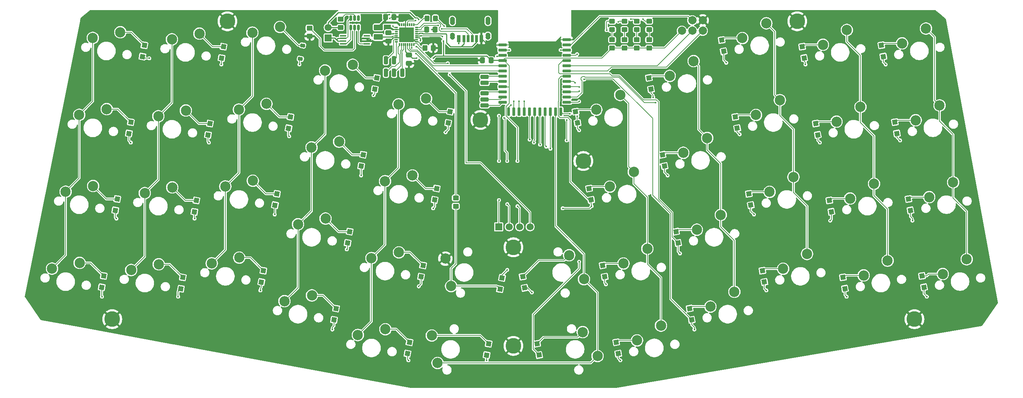
<source format=gtl>
%TF.GenerationSoftware,KiCad,Pcbnew,9.0.1*%
%TF.CreationDate,2025-05-05T23:15:36+01:00*%
%TF.ProjectId,keyboard,6b657962-6f61-4726-942e-6b696361645f,rev?*%
%TF.SameCoordinates,Original*%
%TF.FileFunction,Copper,L1,Top*%
%TF.FilePolarity,Positive*%
%FSLAX46Y46*%
G04 Gerber Fmt 4.6, Leading zero omitted, Abs format (unit mm)*
G04 Created by KiCad (PCBNEW 9.0.1) date 2025-05-05 23:15:36*
%MOMM*%
%LPD*%
G01*
G04 APERTURE LIST*
G04 Aperture macros list*
%AMRoundRect*
0 Rectangle with rounded corners*
0 $1 Rounding radius*
0 $2 $3 $4 $5 $6 $7 $8 $9 X,Y pos of 4 corners*
0 Add a 4 corners polygon primitive as box body*
4,1,4,$2,$3,$4,$5,$6,$7,$8,$9,$2,$3,0*
0 Add four circle primitives for the rounded corners*
1,1,$1+$1,$2,$3*
1,1,$1+$1,$4,$5*
1,1,$1+$1,$6,$7*
1,1,$1+$1,$8,$9*
0 Add four rect primitives between the rounded corners*
20,1,$1+$1,$2,$3,$4,$5,0*
20,1,$1+$1,$4,$5,$6,$7,0*
20,1,$1+$1,$6,$7,$8,$9,0*
20,1,$1+$1,$8,$9,$2,$3,0*%
%AMRotRect*
0 Rectangle, with rotation*
0 The origin of the aperture is its center*
0 $1 length*
0 $2 width*
0 $3 Rotation angle, in degrees counterclockwise*
0 Add horizontal line*
21,1,$1,$2,0,0,$3*%
G04 Aperture macros list end*
%TA.AperFunction,SMDPad,CuDef*%
%ADD10RoundRect,0.050000X-0.730000X-0.150000X0.730000X-0.150000X0.730000X0.150000X-0.730000X0.150000X0*%
%TD*%
%TA.AperFunction,SMDPad,CuDef*%
%ADD11R,0.700000X1.800000*%
%TD*%
%TA.AperFunction,SMDPad,CuDef*%
%ADD12R,0.800000X1.800000*%
%TD*%
%TA.AperFunction,SMDPad,CuDef*%
%ADD13R,0.900000X1.800000*%
%TD*%
%TA.AperFunction,ComponentPad*%
%ADD14C,1.208000*%
%TD*%
%TA.AperFunction,SMDPad,CuDef*%
%ADD15RoundRect,0.250000X-0.450000X0.350000X-0.450000X-0.350000X0.450000X-0.350000X0.450000X0.350000X0*%
%TD*%
%TA.AperFunction,SMDPad,CuDef*%
%ADD16R,0.800000X0.300000*%
%TD*%
%TA.AperFunction,SMDPad,CuDef*%
%ADD17R,0.300000X0.800000*%
%TD*%
%TA.AperFunction,SMDPad,CuDef*%
%ADD18R,3.600000X3.600000*%
%TD*%
%TA.AperFunction,SMDPad,CuDef*%
%ADD19C,2.000000*%
%TD*%
%TA.AperFunction,ComponentPad*%
%ADD20C,2.500000*%
%TD*%
%TA.AperFunction,SMDPad,CuDef*%
%ADD21RoundRect,0.250000X0.450000X-0.350000X0.450000X0.350000X-0.450000X0.350000X-0.450000X-0.350000X0*%
%TD*%
%TA.AperFunction,ComponentPad*%
%ADD22C,3.800000*%
%TD*%
%TA.AperFunction,SMDPad,CuDef*%
%ADD23RoundRect,0.105000X0.895000X0.245000X-0.895000X0.245000X-0.895000X-0.245000X0.895000X-0.245000X0*%
%TD*%
%TA.AperFunction,SMDPad,CuDef*%
%ADD24RoundRect,0.105000X-0.245000X0.895000X-0.245000X-0.895000X0.245000X-0.895000X0.245000X0.895000X0*%
%TD*%
%TA.AperFunction,SMDPad,CuDef*%
%ADD25RoundRect,0.105000X-0.895000X-0.245000X0.895000X-0.245000X0.895000X0.245000X-0.895000X0.245000X0*%
%TD*%
%TA.AperFunction,SMDPad,CuDef*%
%ADD26RotRect,1.200000X1.200000X80.000000*%
%TD*%
%TA.AperFunction,SMDPad,CuDef*%
%ADD27RotRect,1.200000X1.200000X100.000000*%
%TD*%
%TA.AperFunction,SMDPad,CuDef*%
%ADD28RoundRect,0.250000X-0.350000X-0.450000X0.350000X-0.450000X0.350000X0.450000X-0.350000X0.450000X0*%
%TD*%
%TA.AperFunction,SMDPad,CuDef*%
%ADD29RoundRect,0.250000X0.750000X-0.250000X0.750000X0.250000X-0.750000X0.250000X-0.750000X-0.250000X0*%
%TD*%
%TA.AperFunction,SMDPad,CuDef*%
%ADD30RoundRect,0.250000X-0.450000X0.325000X-0.450000X-0.325000X0.450000X-0.325000X0.450000X0.325000X0*%
%TD*%
%TA.AperFunction,SMDPad,CuDef*%
%ADD31RoundRect,0.250001X0.849999X-0.462499X0.849999X0.462499X-0.849999X0.462499X-0.849999X-0.462499X0*%
%TD*%
%TA.AperFunction,SMDPad,CuDef*%
%ADD32RoundRect,0.250000X-0.337500X-0.475000X0.337500X-0.475000X0.337500X0.475000X-0.337500X0.475000X0*%
%TD*%
%TA.AperFunction,SMDPad,CuDef*%
%ADD33RoundRect,0.250000X-0.475000X0.337500X-0.475000X-0.337500X0.475000X-0.337500X0.475000X0.337500X0*%
%TD*%
%TA.AperFunction,SMDPad,CuDef*%
%ADD34RoundRect,0.250000X-0.250000X-0.750000X0.250000X-0.750000X0.250000X0.750000X-0.250000X0.750000X0*%
%TD*%
%TA.AperFunction,SMDPad,CuDef*%
%ADD35RoundRect,0.225000X0.330232X-0.286700X0.408374X0.156464X-0.330232X0.286700X-0.408374X-0.156464X0*%
%TD*%
%TA.AperFunction,SMDPad,CuDef*%
%ADD36RoundRect,0.250000X0.475000X-0.337500X0.475000X0.337500X-0.475000X0.337500X-0.475000X-0.337500X0*%
%TD*%
%TA.AperFunction,SMDPad,CuDef*%
%ADD37RoundRect,0.250000X-0.325000X-0.450000X0.325000X-0.450000X0.325000X0.450000X-0.325000X0.450000X0*%
%TD*%
%TA.AperFunction,SMDPad,CuDef*%
%ADD38RoundRect,0.250000X0.337500X0.475000X-0.337500X0.475000X-0.337500X-0.475000X0.337500X-0.475000X0*%
%TD*%
%TA.AperFunction,SMDPad,CuDef*%
%ADD39RoundRect,0.150000X0.150000X-0.512500X0.150000X0.512500X-0.150000X0.512500X-0.150000X-0.512500X0*%
%TD*%
%TA.AperFunction,ComponentPad*%
%ADD40R,1.700000X1.700000*%
%TD*%
%TA.AperFunction,ComponentPad*%
%ADD41C,1.700000*%
%TD*%
%TA.AperFunction,ViaPad*%
%ADD42C,0.450000*%
%TD*%
%TA.AperFunction,ViaPad*%
%ADD43C,1.000000*%
%TD*%
%TA.AperFunction,Conductor*%
%ADD44C,0.254000*%
%TD*%
%TA.AperFunction,Conductor*%
%ADD45C,0.150000*%
%TD*%
%TA.AperFunction,Conductor*%
%ADD46C,0.500000*%
%TD*%
%TA.AperFunction,Conductor*%
%ADD47C,0.200000*%
%TD*%
G04 APERTURE END LIST*
D10*
%TO.P,Q1,8*%
%TO.N,unconnected-(Q1-Pad1)*%
X114380000Y-51525000D03*
%TO.P,Q1,7*%
%TO.N,GND*%
X114380000Y-52175000D03*
%TO.P,Q1,6*%
X114380000Y-52825000D03*
%TO.P,Q1,5*%
%TO.N,Net-(U2-OC)*%
X114380000Y-53475000D03*
%TO.P,Q1,4*%
%TO.N,Net-(U2-OD)*%
X108620000Y-53475000D03*
%TO.P,Q1,3*%
%TO.N,Net-(J3-Pin_1)*%
X108620000Y-52825000D03*
%TO.P,Q1,2*%
X108620000Y-52175000D03*
%TO.P,Q1,1*%
%TO.N,unconnected-(Q1-Pad1)_1*%
X108620000Y-51525000D03*
%TD*%
D11*
%TO.P,U3,A5,CC1*%
%TO.N,Net-(IC2-CC1)*%
X140000000Y-52200000D03*
D12*
%TO.P,U3,A9,VBUS*%
%TO.N,Net-(IC2-VBUS)*%
X137980000Y-52200000D03*
D13*
%TO.P,U3,A12,GND*%
%TO.N,GND*%
X136750000Y-52200000D03*
D11*
%TO.P,U3,B5,CC2*%
%TO.N,Net-(IC2-CC2)*%
X139000000Y-52200000D03*
D12*
%TO.P,U3,B9,VBUS*%
%TO.N,Net-(IC2-VBUS)*%
X141020000Y-52200000D03*
D13*
%TO.P,U3,B12,GND*%
%TO.N,GND*%
X142250000Y-52200000D03*
D14*
%TO.P,U3,P$1*%
%TO.N,N/C*%
X143820000Y-47500000D03*
%TO.P,U3,P$2*%
X143820000Y-47900000D03*
%TO.P,U3,P$3*%
X143820000Y-48300000D03*
%TO.P,U3,P$4*%
X143820000Y-51350000D03*
%TO.P,U3,P$5*%
X143820000Y-51850000D03*
%TO.P,U3,P$6*%
X135180000Y-47500000D03*
%TO.P,U3,P$7*%
X135180000Y-47900000D03*
%TO.P,U3,P$8*%
X135180000Y-48300000D03*
%TO.P,U3,P$9*%
X135180000Y-51350000D03*
%TO.P,U3,P$10*%
X135180000Y-51850000D03*
%TD*%
D15*
%TO.P,R8,1*%
%TO.N,Net-(IC2-SHPHLD)*%
X136000000Y-91000000D03*
%TO.P,R8,2*%
%TO.N,Net-(D5:0-K)*%
X136000000Y-93000000D03*
%TD*%
D16*
%TO.P,IC2,1,VOUT1*%
%TO.N,VSYS*%
X121600000Y-49500000D03*
%TO.P,IC2,2,PVSS1*%
%TO.N,GND*%
X121600000Y-50000000D03*
%TO.P,IC2,3,SW1*%
%TO.N,unconnected-(IC2-SW1-Pad3)*%
X121600000Y-50500000D03*
%TO.P,IC2,4,PVDD*%
%TO.N,VSYS*%
X121600000Y-51000000D03*
%TO.P,IC2,5,SW2*%
%TO.N,Net-(IC2-SW2)*%
X121600000Y-51500000D03*
%TO.P,IC2,6,PVSS2*%
%TO.N,GND*%
X121600000Y-52000000D03*
%TO.P,IC2,7,GPIO0*%
%TO.N,Net-(IC2-GPIO0)*%
X121600000Y-52500000D03*
%TO.P,IC2,8,GPIO1*%
%TO.N,Net-(IC2-GPIO1)*%
X121600000Y-53000000D03*
D17*
%TO.P,IC2,9,GPIO2*%
%TO.N,Net-(IC2-GPIO2)*%
X122300000Y-53700000D03*
%TO.P,IC2,10,GPIO3*%
%TO.N,Net-(IC2-GPIO3)*%
X122800000Y-53700000D03*
%TO.P,IC2,11,GPIO4*%
%TO.N,Net-(IC2-GPIO4)*%
X123300000Y-53700000D03*
%TO.P,IC2,12,VDDIO*%
%TO.N,3V3*%
X123800000Y-53700000D03*
%TO.P,IC2,13,SDA*%
%TO.N,Net-(IC2-SDA)*%
X124300000Y-53700000D03*
%TO.P,IC2,14,SCL*%
%TO.N,Net-(IC2-SCL)*%
X124800000Y-53700000D03*
%TO.P,IC2,15,SHPHLD*%
%TO.N,Net-(IC2-SHPHLD)*%
X125300000Y-53700000D03*
%TO.P,IC2,16,VSET2*%
%TO.N,Net-(IC2-VSET2)*%
X125800000Y-53700000D03*
D16*
%TO.P,IC2,17,VSET1*%
%TO.N,GND*%
X126500000Y-53000000D03*
%TO.P,IC2,18,NTC*%
X126500000Y-52500000D03*
%TO.P,IC2,19,VBAT*%
%TO.N,Net-(IC2-VBAT)*%
X126500000Y-52000000D03*
%TO.P,IC2,20,VSYS*%
%TO.N,VSYS*%
X126500000Y-51500000D03*
%TO.P,IC2,21,VBUS*%
%TO.N,Net-(IC2-VBUS)*%
X126500000Y-51000000D03*
%TO.P,IC2,22,VBUSOUT*%
%TO.N,Net-(IC2-VBUSOUT)*%
X126500000Y-50500000D03*
%TO.P,IC2,23,CC1*%
%TO.N,Net-(IC2-CC1)*%
X126500000Y-50000000D03*
%TO.P,IC2,24,CC2*%
%TO.N,Net-(IC2-CC2)*%
X126500000Y-49500000D03*
D17*
%TO.P,IC2,25,LED0*%
%TO.N,Net-(D1-K)*%
X125800000Y-48800000D03*
%TO.P,IC2,26,LED1*%
%TO.N,unconnected-(IC2-LED1-Pad26)*%
X125300000Y-48800000D03*
%TO.P,IC2,27,LED2*%
%TO.N,unconnected-(IC2-LED2-Pad27)*%
X124800000Y-48800000D03*
%TO.P,IC2,28,LSIN1/VINLDO1*%
%TO.N,Net-(IC2-LSIN1{slash}VINLDO1)*%
X124300000Y-48800000D03*
%TO.P,IC2,29,LSOUT1/VOUTLDO1*%
%TO.N,GND*%
X123800000Y-48800000D03*
%TO.P,IC2,30,LSIN2/VINLDO2*%
%TO.N,unconnected-(IC2-LSIN2{slash}VINLDO2-Pad30)*%
X123300000Y-48800000D03*
%TO.P,IC2,31,LSOUT2/VOUTLDO2*%
%TO.N,unconnected-(IC2-LSOUT2{slash}VOUTLDO2-Pad31)*%
X122800000Y-48800000D03*
%TO.P,IC2,32,VOUT2*%
%TO.N,3V3*%
X122300000Y-48800000D03*
D18*
%TO.P,IC2,33,AVSS*%
%TO.N,GND*%
X124050000Y-51250000D03*
%TD*%
D19*
%TO.P,J1,1,Pin_1*%
%TO.N,3V3*%
X190950000Y-50300000D03*
%TO.P,J1,2,Pin_2*%
%TO.N,Net-(J1-Pin_2)*%
X193490000Y-50300000D03*
%TO.P,J1,3,Pin_3*%
%TO.N,Net-(J1-Pin_3)*%
X196030000Y-50300000D03*
%TO.P,J1,4,Pin_4*%
%TO.N,GND*%
X196030000Y-47760000D03*
%TO.P,J1,5,Pin_5*%
%TO.N,Net-(J1-Pin_5)*%
X193490000Y-47760000D03*
%TD*%
D20*
%TO.P,SW1:1,2,b*%
%TO.N,Net-(D1:1-A)*%
X70390022Y-69708756D03*
%TO.P,SW1:1,1,a*%
%TO.N,Net-(SW1:0-a)*%
X63695427Y-71107502D03*
%TD*%
D21*
%TO.P,R2,1*%
%TO.N,GND*%
X100451423Y-51645384D03*
%TO.P,R2,2*%
%TO.N,Net-(U2-CS)*%
X100451423Y-49645384D03*
%TD*%
D22*
%TO.P,H8,1,1*%
%TO.N,GND*%
X80500000Y-48000000D03*
%TD*%
%TO.P,H7,1,1*%
%TO.N,GND*%
X219000000Y-48000000D03*
%TD*%
%TO.P,H6,1,1*%
%TO.N,GND*%
X142000000Y-72000000D03*
%TD*%
%TO.P,H5,1,1*%
%TO.N,GND*%
X167000000Y-82000000D03*
%TD*%
%TO.P,H4,1,1*%
%TO.N,GND*%
X150000000Y-103000000D03*
%TD*%
%TO.P,H3,1,1*%
%TO.N,GND*%
X150000000Y-127000000D03*
%TD*%
%TO.P,H2,1,1*%
%TO.N,GND*%
X52500000Y-120500000D03*
%TD*%
%TO.P,H1,1,1*%
%TO.N,GND*%
X247500000Y-120500000D03*
%TD*%
D23*
%TO.P,U1,1,GND*%
%TO.N,GND*%
X147370000Y-53770000D03*
%TO.P,U1,2,P1.09*%
%TO.N,/disp_sck*%
X147370000Y-55040000D03*
%TO.P,U1,3,P1.10*%
%TO.N,/disp_sda*%
X147370000Y-56310000D03*
%TO.P,U1,4,VDD*%
%TO.N,3V3*%
X147370000Y-57580000D03*
%TO.P,U1,5,P1.11*%
%TO.N,Net-(IC2-SCL)*%
X147370000Y-58850000D03*
%TO.P,U1,6,P1.12*%
%TO.N,Net-(IC2-SDA)*%
X147370000Y-60120000D03*
%TO.P,U1,7,P1.13*%
%TO.N,Net-(J13-Pin_1)*%
X147370000Y-61390000D03*
%TO.P,U1,8,P1.14*%
%TO.N,Net-(J12-Pin_1)*%
X147370000Y-62660000D03*
%TO.P,U1,9,VDDM*%
%TO.N,3V3*%
X147370000Y-63930000D03*
%TO.P,U1,10,P1.02*%
%TO.N,Net-(J11-Pin_1)*%
X147370000Y-65200000D03*
%TO.P,U1,11,P1.03*%
%TO.N,Net-(J10-Pin_1)*%
X147370000Y-66470000D03*
%TO.P,U1,12,P1.04*%
%TO.N,Net-(J9-Pin_1)*%
X147370000Y-67740000D03*
D24*
%TO.P,U1,13,P1.05*%
%TO.N,Net-(D5-K)*%
X148860000Y-70000000D03*
%TO.P,U1,14,P1.06*%
%TO.N,Net-(D4-K)*%
X150130000Y-70000000D03*
%TO.P,U1,15,P1.07*%
%TO.N,Net-(D3-K)*%
X151400000Y-70000000D03*
%TO.P,U1,16,P1.08*%
%TO.N,Net-(D2-K)*%
X152670000Y-70000000D03*
%TO.P,U1,17,P2.00*%
%TO.N,Net-(SW0:0-a)*%
X153940000Y-70000000D03*
%TO.P,U1,18,P2.01*%
%TO.N,Net-(SW1:0-a)*%
X155210000Y-70000000D03*
%TO.P,U1,19,P2.02*%
%TO.N,Net-(SW2:0-a)*%
X156480000Y-70000000D03*
%TO.P,U1,20,P2.03*%
%TO.N,Net-(SW3:0-a)*%
X157750000Y-70000000D03*
%TO.P,U1,21,P2.04*%
%TO.N,Net-(SW4:0-a)*%
X159020000Y-70000000D03*
%TO.P,U1,22,P2.05*%
%TO.N,Net-(SW5:1-a)*%
X160290000Y-70000000D03*
%TO.P,U1,23,P2.06*%
%TO.N,Net-(SW7:0-b)*%
X161560000Y-70000000D03*
D25*
%TO.P,U1,24,P2.07*%
%TO.N,Net-(SW8:0-b)*%
X163000000Y-67740000D03*
%TO.P,U1,25,P2.08*%
%TO.N,Net-(SW9:0-b)*%
X163000000Y-66470000D03*
%TO.P,U1,26,P2.09*%
%TO.N,Net-(SW10:0-b)*%
X163000000Y-65200000D03*
%TO.P,U1,27,P2.10*%
%TO.N,Net-(SW11:0-b)*%
X163000000Y-63930000D03*
%TO.P,U1,28,P0.00*%
%TO.N,Net-(D0:0-K)*%
X163000000Y-62660000D03*
%TO.P,U1,29,P0.01*%
%TO.N,Net-(D0:1-K)*%
X163000000Y-61390000D03*
%TO.P,U1,30,SWDCLK*%
%TO.N,Net-(J1-Pin_3)*%
X163000000Y-60120000D03*
%TO.P,U1,31,SWDIO*%
%TO.N,Net-(J1-Pin_2)*%
X163000000Y-58850000D03*
%TO.P,U1,32,P0.02*%
%TO.N,Net-(D0:2-K)*%
X163000000Y-57580000D03*
%TO.P,U1,33,P0.03*%
%TO.N,Net-(D0:3-K)*%
X163000000Y-56310000D03*
%TO.P,U1,34,P0.04*%
%TO.N,Net-(D5:0-A)*%
X163000000Y-55040000D03*
%TO.P,U1,35,NRESET*%
%TO.N,Net-(J1-Pin_5)*%
X163000000Y-53770000D03*
%TO.P,U1,36,GND*%
%TO.N,GND*%
X163000000Y-52500000D03*
%TD*%
D26*
%TO.P,D1:0,1,K*%
%TO.N,Net-(D0:0-K)*%
X79062687Y-56937897D03*
%TO.P,D1:0,2,A*%
%TO.N,Net-(D1:0-A)*%
X79548901Y-54180435D03*
%TD*%
D20*
%TO.P,SW11:2,1,a*%
%TO.N,Net-(D11:2-A)*%
X251082140Y-90791056D03*
%TO.P,SW11:2,2,b*%
%TO.N,Net-(SW11:0-b)*%
X256894603Y-87186978D03*
%TD*%
D21*
%TO.P,R7,2*%
%TO.N,Net-(D5-A)*%
X183000000Y-52500000D03*
%TO.P,R7,1*%
%TO.N,3V3*%
X183000000Y-54500000D03*
%TD*%
%TO.P,R4,1*%
%TO.N,3V3*%
X174000000Y-54500000D03*
%TO.P,R4,2*%
%TO.N,Net-(D2-A)*%
X174000000Y-52500000D03*
%TD*%
D20*
%TO.P,SW6:1,1,a*%
%TO.N,Net-(D6:1-A)*%
X166857715Y-123645608D03*
%TO.P,SW6:1,2,b*%
%TO.N,Net-(SW5:1-a)*%
X170461793Y-129458071D03*
%TD*%
D26*
%TO.P,D1:3,1,K*%
%TO.N,Net-(D0:3-K)*%
X69164741Y-113071938D03*
%TO.P,D1:3,2,A*%
%TO.N,Net-(D1:3-A)*%
X69650955Y-110314476D03*
%TD*%
%TO.P,D0:1,1,K*%
%TO.N,Net-(D0:1-K)*%
X56531080Y-75304352D03*
%TO.P,D0:1,2,A*%
%TO.N,Net-(D0:1-A)*%
X57017294Y-72546890D03*
%TD*%
%TO.P,D5:1,1,K*%
%TO.N,Net-(D0:3-K)*%
X143489185Y-129223623D03*
%TO.P,D5:1,2,A*%
%TO.N,Net-(D5:1-A)*%
X143975399Y-126466161D03*
%TD*%
D27*
%TO.P,D8:1,1,K*%
%TO.N,Net-(D0:1-K)*%
X186737777Y-83226582D03*
%TO.P,D8:1,2,A*%
%TO.N,Net-(D8:1-A)*%
X186251563Y-80469120D03*
%TD*%
D20*
%TO.P,SW7:2,1,a*%
%TO.N,Net-(D7:2-A)*%
X176757695Y-106942741D03*
%TO.P,SW7:2,2,b*%
%TO.N,Net-(SW7:0-b)*%
X182570158Y-103338663D03*
%TD*%
%TO.P,SW0:1,1,a*%
%TO.N,Net-(SW0:0-a)*%
X44463136Y-70762610D03*
%TO.P,SW0:1,2,b*%
%TO.N,Net-(D0:1-A)*%
X51157731Y-69363864D03*
%TD*%
D26*
%TO.P,D1:1,1,K*%
%TO.N,Net-(D0:1-K)*%
X75763371Y-75649244D03*
%TO.P,D1:1,2,A*%
%TO.N,Net-(D1:1-A)*%
X76249585Y-72891782D03*
%TD*%
D20*
%TO.P,SW10:1,1,a*%
%TO.N,Net-(D10:1-A)*%
X228550533Y-72424601D03*
%TO.P,SW10:1,2,b*%
%TO.N,Net-(SW10:0-b)*%
X234362996Y-68820523D03*
%TD*%
D28*
%TO.P,R1,1*%
%TO.N,Net-(IC2-VSET2)*%
X128500000Y-54500000D03*
%TO.P,R1,2*%
%TO.N,GND*%
X130500000Y-54500000D03*
%TD*%
D26*
%TO.P,D0:0,1,K*%
%TO.N,Net-(D0:0-K)*%
X59830395Y-56593004D03*
%TO.P,D0:0,2,A*%
%TO.N,Net-(D0:0-A)*%
X60316609Y-53835542D03*
%TD*%
D20*
%TO.P,SW0:2,1,a*%
%TO.N,Net-(SW0:0-a)*%
X41163820Y-89473957D03*
%TO.P,SW0:2,2,b*%
%TO.N,Net-(D0:2-A)*%
X47858415Y-88075211D03*
%TD*%
D27*
%TO.P,D11:2,1,K*%
%TO.N,Net-(D0:2-K)*%
X246518431Y-94009599D03*
%TO.P,D11:2,2,A*%
%TO.N,Net-(D11:2-A)*%
X246032217Y-91252137D03*
%TD*%
D21*
%TO.P,R3,1*%
%TO.N,Net-(IC2-VBAT)*%
X108000000Y-49500000D03*
%TO.P,R3,2*%
%TO.N,Net-(U2-VCC)*%
X108000000Y-47500000D03*
%TD*%
D20*
%TO.P,SW11:3,1,a*%
%TO.N,Net-(D11:3-A)*%
X254381455Y-109502403D03*
%TO.P,SW11:3,2,b*%
%TO.N,Net-(SW11:0-b)*%
X260193918Y-105898325D03*
%TD*%
D27*
%TO.P,D8:3,1,K*%
%TO.N,Net-(D0:3-K)*%
X193336408Y-120649277D03*
%TO.P,D8:3,2,A*%
%TO.N,Net-(D8:3-A)*%
X192850194Y-117891815D03*
%TD*%
D29*
%TO.P,J11,1,Pin_1*%
%TO.N,Net-(J11-Pin_1)*%
X143000000Y-65500000D03*
%TD*%
D30*
%TO.P,D2,1,K*%
%TO.N,Net-(D2-K)*%
X174000000Y-47975000D03*
%TO.P,D2,2,A*%
%TO.N,Net-(D2-A)*%
X174000000Y-50025000D03*
%TD*%
D20*
%TO.P,SW8:0,1,a*%
%TO.N,Net-(D8:0-A)*%
X188002171Y-61296692D03*
%TO.P,SW8:0,2,b*%
%TO.N,Net-(SW8:0-b)*%
X193814634Y-57692614D03*
%TD*%
D31*
%TO.P,L1,1,1*%
%TO.N,Net-(IC2-SW2)*%
X117144373Y-51808774D03*
%TO.P,L1,2,2*%
%TO.N,3V3*%
X117144373Y-49483774D03*
%TD*%
D27*
%TO.P,D7:0,1,K*%
%TO.N,Net-(D0:0-K)*%
X165595355Y-72738589D03*
%TO.P,D7:0,2,A*%
%TO.N,Net-(D7:0-A)*%
X165109141Y-69981127D03*
%TD*%
D29*
%TO.P,J12,1,Pin_1*%
%TO.N,Net-(J12-Pin_1)*%
X143000000Y-63000000D03*
%TD*%
D20*
%TO.P,SW9:1,1,a*%
%TO.N,Net-(D9:1-A)*%
X208970944Y-70799878D03*
%TO.P,SW9:1,2,b*%
%TO.N,Net-(SW9:0-b)*%
X214783407Y-67195800D03*
%TD*%
D27*
%TO.P,D9:0,1,K*%
%TO.N,Net-(D0:0-K)*%
X201107920Y-55307073D03*
%TO.P,D9:0,2,A*%
%TO.N,Net-(D9:0-A)*%
X200621706Y-52549611D03*
%TD*%
%TO.P,D11:3,1,K*%
%TO.N,Net-(D0:3-K)*%
X249817746Y-112720946D03*
%TO.P,D11:3,2,A*%
%TO.N,Net-(D11:3-A)*%
X249331532Y-109963484D03*
%TD*%
D29*
%TO.P,J10,1,Pin_1*%
%TO.N,Net-(J10-Pin_1)*%
X143000000Y-67000000D03*
%TD*%
D20*
%TO.P,SW2:0,1,a*%
%TO.N,Net-(SW2:0-a)*%
X86574331Y-50771431D03*
%TO.P,SW2:0,2,b*%
%TO.N,Net-(D2:0-A)*%
X93268926Y-49372685D03*
%TD*%
D27*
%TO.P,D7:3,1,K*%
%TO.N,Net-(D0:3-K)*%
X175493302Y-128872631D03*
%TO.P,D7:3,2,A*%
%TO.N,Net-(D7:3-A)*%
X175007088Y-126115169D03*
%TD*%
D20*
%TO.P,SW0:0,1,a*%
%TO.N,Net-(SW0:0-a)*%
X47762451Y-52051262D03*
%TO.P,SW0:0,2,b*%
%TO.N,Net-(D0:0-A)*%
X54457046Y-50652516D03*
%TD*%
D26*
%TO.P,D5:0,1,K*%
%TO.N,Net-(D5:0-K)*%
X146756893Y-113192213D03*
%TO.P,D5:0,2,A*%
%TO.N,Net-(D5:0-A)*%
X147243107Y-110434751D03*
%TD*%
D32*
%TO.P,C3,1*%
%TO.N,3V3*%
X118925000Y-46927985D03*
%TO.P,C3,2*%
%TO.N,GND*%
X121000000Y-46927985D03*
%TD*%
D20*
%TO.P,SW2:1,1,a*%
%TO.N,Net-(SW2:0-a)*%
X83275016Y-69482778D03*
%TO.P,SW2:1,2,b*%
%TO.N,Net-(D2:1-A)*%
X89969611Y-68084032D03*
%TD*%
D27*
%TO.P,D10:0,1,K*%
%TO.N,Net-(D0:0-K)*%
X220687508Y-56931797D03*
%TO.P,D10:0,2,A*%
%TO.N,Net-(D10:0-A)*%
X220201294Y-54174335D03*
%TD*%
%TO.P,D7:2,1,K*%
%TO.N,Net-(D0:2-K)*%
X172193986Y-110161284D03*
%TO.P,D7:2,2,A*%
%TO.N,Net-(D7:2-A)*%
X171707772Y-107403822D03*
%TD*%
D20*
%TO.P,SW3:1,1,a*%
%TO.N,Net-(SW3:0-a)*%
X100944474Y-78690940D03*
%TO.P,SW3:1,2,b*%
%TO.N,Net-(D3:1-A)*%
X107639069Y-77292194D03*
%TD*%
%TO.P,SW8:3,1,a*%
%TO.N,Net-(D8:3-A)*%
X197900117Y-117430734D03*
%TO.P,SW8:3,2,b*%
%TO.N,Net-(SW8:0-b)*%
X203712580Y-113826656D03*
%TD*%
%TO.P,SW4:2,1,a*%
%TO.N,Net-(SW4:0-a)*%
X115488265Y-105625642D03*
%TO.P,SW4:2,2,b*%
%TO.N,Net-(D4:2-A)*%
X122182860Y-104226896D03*
%TD*%
D26*
%TO.P,D4:3,1,K*%
%TO.N,Net-(D0:3-K)*%
X124256893Y-128878731D03*
%TO.P,D4:3,2,A*%
%TO.N,Net-(D4:3-A)*%
X124743107Y-126121269D03*
%TD*%
D20*
%TO.P,SW1:3,1,a*%
%TO.N,Net-(SW1:0-a)*%
X57096797Y-108530196D03*
%TO.P,SW1:3,2,b*%
%TO.N,Net-(D1:3-A)*%
X63791392Y-107131450D03*
%TD*%
%TO.P,SW1:2,1,a*%
%TO.N,Net-(SW1:0-a)*%
X60396112Y-89818849D03*
%TO.P,SW1:2,2,b*%
%TO.N,Net-(D1:2-A)*%
X67090707Y-88420103D03*
%TD*%
D26*
%TO.P,D2:3,1,K*%
%TO.N,Net-(D0:3-K)*%
X88744329Y-111447215D03*
%TO.P,D2:3,2,A*%
%TO.N,Net-(D2:3-A)*%
X89230543Y-108689753D03*
%TD*%
D33*
%TO.P,C5,1*%
%TO.N,3V3*%
X124632741Y-56194947D03*
%TO.P,C5,2*%
%TO.N,GND*%
X124632741Y-58269947D03*
%TD*%
D27*
%TO.P,D10:2,1,K*%
%TO.N,Net-(D0:2-K)*%
X227286139Y-94354491D03*
%TO.P,D10:2,2,A*%
%TO.N,Net-(D10:2-A)*%
X226799925Y-91597029D03*
%TD*%
D29*
%TO.P,J13,1,Pin_1*%
%TO.N,Net-(J13-Pin_1)*%
X143000000Y-61500000D03*
%TD*%
D27*
%TO.P,D9:1,1,K*%
%TO.N,Net-(D0:1-K)*%
X204407235Y-74018421D03*
%TO.P,D9:1,2,A*%
%TO.N,Net-(D9:1-A)*%
X203921021Y-71260959D03*
%TD*%
D20*
%TO.P,SW1:0,1,a*%
%TO.N,Net-(SW1:0-a)*%
X66994743Y-52396155D03*
%TO.P,SW1:0,2,b*%
%TO.N,Net-(D1:0-A)*%
X73689338Y-50997409D03*
%TD*%
D34*
%TO.P,J18,1,Pin_1*%
%TO.N,Net-(IC2-GPIO0)*%
X119000000Y-57500000D03*
%TD*%
D20*
%TO.P,SW10:0,1,a*%
%TO.N,Net-(D10:0-A)*%
X225251217Y-53713254D03*
%TO.P,SW10:0,2,b*%
%TO.N,Net-(SW10:0-b)*%
X231063680Y-50109176D03*
%TD*%
D26*
%TO.P,D3:3,1,K*%
%TO.N,Net-(D0:3-K)*%
X106413787Y-120655377D03*
%TO.P,D3:3,2,A*%
%TO.N,Net-(D3:3-A)*%
X106900001Y-117897915D03*
%TD*%
D20*
%TO.P,SW5:1,1,a*%
%TO.N,Net-(SW5:1-a)*%
X131569281Y-131155943D03*
%TO.P,SW5:1,2,b*%
%TO.N,Net-(D5:1-A)*%
X130170535Y-124461348D03*
%TD*%
D27*
%TO.P,D11:1,1,K*%
%TO.N,Net-(D0:1-K)*%
X243219115Y-75298252D03*
%TO.P,D11:1,2,A*%
%TO.N,Net-(D11:1-A)*%
X242732901Y-72540790D03*
%TD*%
D26*
%TO.P,D0:3,1,K*%
%TO.N,Net-(D0:3-K)*%
X49932449Y-112727046D03*
%TO.P,D0:3,2,A*%
%TO.N,Net-(D0:3-A)*%
X50418663Y-109969584D03*
%TD*%
%TO.P,D1:2,1,K*%
%TO.N,Net-(D0:2-K)*%
X72464056Y-94360591D03*
%TO.P,D1:2,2,A*%
%TO.N,Net-(D1:2-A)*%
X72950270Y-91603129D03*
%TD*%
D20*
%TO.P,SW11:1,1,a*%
%TO.N,Net-(D11:1-A)*%
X247782824Y-72079709D03*
%TO.P,SW11:1,2,b*%
%TO.N,Net-(SW11:0-b)*%
X253595287Y-68475631D03*
%TD*%
D30*
%TO.P,D5,1,K*%
%TO.N,Net-(D5-K)*%
X183000000Y-47975000D03*
%TO.P,D5,2,A*%
%TO.N,Net-(D5-A)*%
X183000000Y-50025000D03*
%TD*%
D20*
%TO.P,SW4:0,1,a*%
%TO.N,Net-(SW4:0-a)*%
X122086896Y-68202947D03*
%TO.P,SW4:0,2,b*%
%TO.N,Net-(D4:0-A)*%
X128781491Y-66804201D03*
%TD*%
D35*
%TO.P,D2:0,1,K*%
%TO.N,Net-(D0:0-K)*%
X98213481Y-57124933D03*
%TO.P,D2:0,2,A*%
%TO.N,Net-(D2:0-A)*%
X98786519Y-53875067D03*
%TD*%
D20*
%TO.P,SW10:2,1,a*%
%TO.N,Net-(D10:2-A)*%
X231849848Y-91135948D03*
%TO.P,SW10:2,2,b*%
%TO.N,Net-(SW10:0-b)*%
X237662311Y-87531870D03*
%TD*%
%TO.P,SW5:0,1,a*%
%TO.N,Net-(D5:0-K)*%
X134868596Y-112444593D03*
%TO.P,SW5:0,2,b*%
%TO.N,GND*%
X133469850Y-105749998D03*
%TD*%
%TO.P,SW11:0,1,a*%
%TO.N,Net-(D11:0-A)*%
X244483509Y-53368362D03*
%TO.P,SW11:0,2,b*%
%TO.N,Net-(SW11:0-b)*%
X250295972Y-49764284D03*
%TD*%
D26*
%TO.P,D4:0,1,K*%
%TO.N,Net-(D0:0-K)*%
X134154840Y-72744689D03*
%TO.P,D4:0,2,A*%
%TO.N,Net-(D4:0-A)*%
X134641054Y-69987227D03*
%TD*%
D21*
%TO.P,R6,1*%
%TO.N,3V3*%
X180000000Y-54500000D03*
%TO.P,R6,2*%
%TO.N,Net-(D4-A)*%
X180000000Y-52500000D03*
%TD*%
D20*
%TO.P,SW3:0,1,a*%
%TO.N,Net-(SW3:0-a)*%
X104243789Y-59979593D03*
%TO.P,SW3:0,2,b*%
%TO.N,Net-(D3:0-A)*%
X110938384Y-58580847D03*
%TD*%
D27*
%TO.P,D9:3,1,K*%
%TO.N,Net-(D0:3-K)*%
X211005866Y-111441115D03*
%TO.P,D9:3,2,A*%
%TO.N,Net-(D9:3-A)*%
X210519652Y-108683653D03*
%TD*%
%TO.P,D7:1,1,K*%
%TO.N,Net-(D0:1-K)*%
X168894671Y-91449937D03*
%TO.P,D7:1,2,A*%
%TO.N,Net-(D7:1-A)*%
X168408457Y-88692475D03*
%TD*%
D20*
%TO.P,SW8:1,1,a*%
%TO.N,Net-(D8:1-A)*%
X191301486Y-80008039D03*
%TO.P,SW8:1,2,b*%
%TO.N,Net-(SW8:0-b)*%
X197113949Y-76403961D03*
%TD*%
D26*
%TO.P,D4:1,1,K*%
%TO.N,Net-(D0:1-K)*%
X130855524Y-91456036D03*
%TO.P,D4:1,2,A*%
%TO.N,Net-(D4:1-A)*%
X131341738Y-88698574D03*
%TD*%
D20*
%TO.P,SW3:2,1,a*%
%TO.N,Net-(SW3:0-a)*%
X97645158Y-97402288D03*
%TO.P,SW3:2,2,b*%
%TO.N,Net-(D3:2-A)*%
X104339753Y-96003542D03*
%TD*%
%TO.P,SW8:2,1,a*%
%TO.N,Net-(D8:2-A)*%
X194600802Y-98719387D03*
%TO.P,SW8:2,2,b*%
%TO.N,Net-(SW8:0-b)*%
X200413265Y-95115309D03*
%TD*%
D34*
%TO.P,J14,1,Pin_1*%
%TO.N,Net-(IC2-GPIO2)*%
X119000000Y-60500000D03*
%TD*%
D20*
%TO.P,SW7:3,1,a*%
%TO.N,Net-(D7:3-A)*%
X180057011Y-125654088D03*
%TO.P,SW7:3,2,b*%
%TO.N,Net-(SW7:0-b)*%
X185869474Y-122050010D03*
%TD*%
%TO.P,SW9:3,1,a*%
%TO.N,Net-(D9:3-A)*%
X215569575Y-108222572D03*
%TO.P,SW9:3,2,b*%
%TO.N,Net-(SW9:0-b)*%
X221382038Y-104618494D03*
%TD*%
D36*
%TO.P,C1,1*%
%TO.N,GND*%
X119588866Y-52849252D03*
%TO.P,C1,2*%
%TO.N,VSYS*%
X119588866Y-50774252D03*
%TD*%
D37*
%TO.P,D1,1,K*%
%TO.N,Net-(D1-K)*%
X128976133Y-47279634D03*
%TO.P,D1,2,A*%
%TO.N,VSYS*%
X131026133Y-47279634D03*
%TD*%
D20*
%TO.P,SW2:3,1,a*%
%TO.N,Net-(SW2:0-a)*%
X76676385Y-106905473D03*
%TO.P,SW2:3,2,b*%
%TO.N,Net-(D2:3-A)*%
X83370980Y-105506727D03*
%TD*%
D21*
%TO.P,R5,1*%
%TO.N,3V3*%
X177000000Y-54500000D03*
%TO.P,R5,2*%
%TO.N,Net-(D3-A)*%
X177000000Y-52500000D03*
%TD*%
D26*
%TO.P,D2:2,1,K*%
%TO.N,Net-(D0:2-K)*%
X92043644Y-92735868D03*
%TO.P,D2:2,2,A*%
%TO.N,Net-(D2:2-A)*%
X92529858Y-89978406D03*
%TD*%
D20*
%TO.P,SW7:1,1,a*%
%TO.N,Net-(D7:1-A)*%
X173458380Y-88231394D03*
%TO.P,SW7:1,2,b*%
%TO.N,Net-(SW7:0-b)*%
X179270843Y-84627316D03*
%TD*%
D27*
%TO.P,D11:0,1,K*%
%TO.N,Net-(D0:0-K)*%
X239919800Y-56586905D03*
%TO.P,D11:0,2,A*%
%TO.N,Net-(D11:0-A)*%
X239433586Y-53829443D03*
%TD*%
D38*
%TO.P,C4,1*%
%TO.N,3V3*%
X144575000Y-57500000D03*
%TO.P,C4,2*%
%TO.N,GND*%
X142500000Y-57500000D03*
%TD*%
D26*
%TO.P,D3:0,1,K*%
%TO.N,Net-(D0:0-K)*%
X116311733Y-64521335D03*
%TO.P,D3:0,2,A*%
%TO.N,Net-(D3:0-A)*%
X116797947Y-61763873D03*
%TD*%
%TO.P,D3:1,1,K*%
%TO.N,Net-(D0:1-K)*%
X113012418Y-83232682D03*
%TO.P,D3:1,2,A*%
%TO.N,Net-(D3:1-A)*%
X113498632Y-80475220D03*
%TD*%
D20*
%TO.P,SW9:0,1,a*%
%TO.N,Net-(D9:0-A)*%
X205671629Y-52088530D03*
%TO.P,SW9:0,2,b*%
%TO.N,Net-(SW9:0-b)*%
X211484092Y-48484452D03*
%TD*%
%TO.P,SW3:3,1,a*%
%TO.N,Net-(SW3:0-a)*%
X94345843Y-116113635D03*
%TO.P,SW3:3,2,b*%
%TO.N,Net-(D3:3-A)*%
X101040438Y-114714889D03*
%TD*%
D34*
%TO.P,J16,1,Pin_1*%
%TO.N,Net-(IC2-GPIO4)*%
X123000000Y-60500000D03*
%TD*%
D20*
%TO.P,SW4:3,1,a*%
%TO.N,Net-(SW4:0-a)*%
X112188949Y-124336989D03*
%TO.P,SW4:3,2,b*%
%TO.N,Net-(D4:3-A)*%
X118883544Y-122938243D03*
%TD*%
D27*
%TO.P,D8:0,1,K*%
%TO.N,Net-(D0:0-K)*%
X183438462Y-64515235D03*
%TO.P,D8:0,2,A*%
%TO.N,Net-(D8:0-A)*%
X182952248Y-61757773D03*
%TD*%
D20*
%TO.P,SW6:0,1,a*%
%TO.N,Net-(D6:0-A)*%
X163558400Y-104940358D03*
%TO.P,SW6:0,2,b*%
%TO.N,Net-(SW5:1-a)*%
X167162478Y-110752821D03*
%TD*%
D27*
%TO.P,D10:1,1,K*%
%TO.N,Net-(D0:1-K)*%
X223986824Y-75643144D03*
%TO.P,D10:1,2,A*%
%TO.N,Net-(D10:1-A)*%
X223500610Y-72885682D03*
%TD*%
D20*
%TO.P,SW9:2,1,a*%
%TO.N,Net-(D9:2-A)*%
X212270260Y-89511225D03*
%TO.P,SW9:2,2,b*%
%TO.N,Net-(SW9:0-b)*%
X218082723Y-85907147D03*
%TD*%
D34*
%TO.P,J15,1,Pin_1*%
%TO.N,Net-(IC2-GPIO3)*%
X121000000Y-60500000D03*
%TD*%
D26*
%TO.P,D4:2,1,K*%
%TO.N,Net-(D0:2-K)*%
X127556209Y-110167384D03*
%TO.P,D4:2,2,A*%
%TO.N,Net-(D4:2-A)*%
X128042423Y-107409922D03*
%TD*%
D30*
%TO.P,D3,1,K*%
%TO.N,Net-(D3-K)*%
X177000000Y-47975000D03*
%TO.P,D3,2,A*%
%TO.N,Net-(D3-A)*%
X177000000Y-50025000D03*
%TD*%
D26*
%TO.P,D0:2,1,K*%
%TO.N,Net-(D0:2-K)*%
X53231764Y-94015699D03*
%TO.P,D0:2,2,A*%
%TO.N,Net-(D0:2-A)*%
X53717978Y-91258237D03*
%TD*%
D27*
%TO.P,D6:1,1,K*%
%TO.N,Net-(D0:1-K)*%
X156261010Y-129217523D03*
%TO.P,D6:1,2,A*%
%TO.N,Net-(D6:1-A)*%
X155774796Y-126460061D03*
%TD*%
%TO.P,D8:2,1,K*%
%TO.N,Net-(D0:2-K)*%
X190037093Y-101937930D03*
%TO.P,D8:2,2,A*%
%TO.N,Net-(D8:2-A)*%
X189550879Y-99180468D03*
%TD*%
D20*
%TO.P,SW10:3,1,a*%
%TO.N,Net-(D10:3-A)*%
X235149163Y-109847296D03*
%TO.P,SW10:3,2,b*%
%TO.N,Net-(SW10:0-b)*%
X240961626Y-106243218D03*
%TD*%
D29*
%TO.P,J9,1,Pin_1*%
%TO.N,Net-(J9-Pin_1)*%
X143000000Y-68500000D03*
%TD*%
D20*
%TO.P,SW7:0,1,a*%
%TO.N,Net-(D7:0-A)*%
X170159064Y-69520046D03*
%TO.P,SW7:0,2,b*%
%TO.N,Net-(SW7:0-b)*%
X175971527Y-65915968D03*
%TD*%
D39*
%TO.P,U2,1,OD*%
%TO.N,Net-(U2-OD)*%
X110472935Y-49494760D03*
%TO.P,U2,2,CS*%
%TO.N,Net-(U2-CS)*%
X111422935Y-49494760D03*
%TO.P,U2,3,OC*%
%TO.N,Net-(U2-OC)*%
X112372935Y-49494760D03*
%TO.P,U2,4,TD*%
%TO.N,unconnected-(U2-TD-Pad4)*%
X112372935Y-47219760D03*
%TO.P,U2,5,VCC*%
%TO.N,Net-(U2-VCC)*%
X111422935Y-47219760D03*
%TO.P,U2,6,GND*%
%TO.N,Net-(J3-Pin_1)*%
X110472935Y-47219760D03*
%TD*%
D20*
%TO.P,SW0:3,1,a*%
%TO.N,Net-(SW0:0-a)*%
X37864505Y-108185304D03*
%TO.P,SW0:3,2,b*%
%TO.N,Net-(D0:3-A)*%
X44559100Y-106786558D03*
%TD*%
D26*
%TO.P,D2:1,1,K*%
%TO.N,Net-(D0:1-K)*%
X95342960Y-74024520D03*
%TO.P,D2:1,2,A*%
%TO.N,Net-(D2:1-A)*%
X95829174Y-71267058D03*
%TD*%
%TO.P,D3:2,1,K*%
%TO.N,Net-(D0:2-K)*%
X109713102Y-101944030D03*
%TO.P,D3:2,2,A*%
%TO.N,Net-(D3:2-A)*%
X110199316Y-99186568D03*
%TD*%
D20*
%TO.P,SW2:2,1,a*%
%TO.N,Net-(SW2:0-a)*%
X79975700Y-88194126D03*
%TO.P,SW2:2,2,b*%
%TO.N,Net-(D2:2-A)*%
X86670295Y-86795380D03*
%TD*%
D34*
%TO.P,J17,1,Pin_1*%
%TO.N,Net-(IC2-GPIO1)*%
X121000000Y-57500000D03*
%TD*%
D32*
%TO.P,C2,1*%
%TO.N,Net-(IC2-VBUSOUT)*%
X128925000Y-50000000D03*
%TO.P,C2,2*%
%TO.N,GND*%
X131000000Y-50000000D03*
%TD*%
D27*
%TO.P,D6:0,1,K*%
%TO.N,Net-(D0:0-K)*%
X152743107Y-112878731D03*
%TO.P,D6:0,2,A*%
%TO.N,Net-(D6:0-A)*%
X152256893Y-110121269D03*
%TD*%
D30*
%TO.P,D4,1,K*%
%TO.N,Net-(D4-K)*%
X180000000Y-47975000D03*
%TO.P,D4,2,A*%
%TO.N,Net-(D4-A)*%
X180000000Y-50025000D03*
%TD*%
D27*
%TO.P,D9:2,1,K*%
%TO.N,Net-(D0:2-K)*%
X207706551Y-92729768D03*
%TO.P,D9:2,2,A*%
%TO.N,Net-(D9:2-A)*%
X207220337Y-89972306D03*
%TD*%
%TO.P,D10:3,1,K*%
%TO.N,Net-(D0:3-K)*%
X230585454Y-113065839D03*
%TO.P,D10:3,2,A*%
%TO.N,Net-(D10:3-A)*%
X230099240Y-110308377D03*
%TD*%
D20*
%TO.P,SW4:1,1,a*%
%TO.N,Net-(SW4:0-a)*%
X118787580Y-86914294D03*
%TO.P,SW4:1,2,b*%
%TO.N,Net-(D4:1-A)*%
X125482175Y-85515548D03*
%TD*%
D40*
%TO.P,J2,1,Pin_1*%
%TO.N,/disp_sda*%
X146420000Y-98000000D03*
D41*
%TO.P,J2,2,Pin_2*%
%TO.N,/disp_sck*%
X148960000Y-98000000D03*
%TO.P,J2,3,Pin_3*%
%TO.N,3V3*%
X151500000Y-98000000D03*
%TO.P,J2,4,Pin_4*%
%TO.N,Net-(IC2-LSIN1{slash}VINLDO1)*%
X154040000Y-98000000D03*
%TD*%
D40*
%TO.P,J3,1,Pin_1*%
%TO.N,Net-(J3-Pin_1)*%
X105000000Y-52040000D03*
D41*
%TO.P,J3,2,Pin_2*%
%TO.N,Net-(IC2-VBAT)*%
X105000000Y-49500000D03*
%TD*%
D42*
%TO.N,3V3*%
X132953043Y-52803145D03*
X119892569Y-46391852D03*
%TO.N,GND*%
X119991500Y-47326730D03*
X101000000Y-53000000D03*
X141206416Y-57531498D03*
%TO.N,3V3*%
X151000000Y-93000000D03*
%TO.N,Net-(D0:2-K)*%
X247000000Y-96500000D03*
%TO.N,Net-(D0:1-K)*%
X113000000Y-85500000D03*
D43*
%TO.N,GND*%
X124973541Y-52352131D03*
D42*
X113528197Y-49487904D03*
%TO.N,Net-(D0:0-K)*%
X165530927Y-71114677D03*
X165000000Y-63000000D03*
%TO.N,Net-(SW7:0-b)*%
X163763465Y-70500000D03*
%TO.N,3V3*%
X151000000Y-82000000D03*
%TO.N,/disp_sck*%
X147754838Y-71511442D03*
X148500000Y-82000000D03*
X149000000Y-55000000D03*
X148500000Y-92500000D03*
%TO.N,/disp_sda*%
X146000000Y-56500000D03*
X146500000Y-82000000D03*
X146500000Y-71000000D03*
X146500000Y-91500000D03*
%TO.N,Net-(D0:1-K)*%
X162000000Y-93500000D03*
%TO.N,GND*%
X117000000Y-48000000D03*
%TO.N,VSYS*%
X127560890Y-51524062D03*
X120815893Y-51043874D03*
X120675153Y-49150110D03*
%TO.N,GND*%
X168000000Y-56000000D03*
X167000000Y-52500000D03*
X164462180Y-52394189D03*
X159000000Y-55500000D03*
X151000000Y-55000000D03*
X145500000Y-53770000D03*
%TO.N,Net-(D0:3-K)*%
X165500000Y-56000000D03*
X167165728Y-62157229D03*
%TO.N,Net-(SW8:0-b)*%
X166000000Y-67500000D03*
%TO.N,Net-(D0:1-K)*%
X187500000Y-85500000D03*
X205000000Y-75500000D03*
X224500000Y-77500000D03*
X244000000Y-77000000D03*
%TO.N,Net-(SW9:0-b)*%
X184532990Y-67816466D03*
%TO.N,Net-(SW10:0-b)*%
X166000000Y-65000000D03*
%TO.N,Net-(SW11:0-b)*%
X166000000Y-64000000D03*
%TO.N,Net-(D5:0-A)*%
X161500000Y-55000000D03*
X163000000Y-72000000D03*
X162943496Y-77004249D03*
X148500000Y-108500000D03*
%TO.N,Net-(D0:0-K)*%
X133500000Y-75000000D03*
%TO.N,Net-(SW4:0-a)*%
X159000000Y-79000000D03*
%TO.N,Net-(SW3:0-a)*%
X158000000Y-78500000D03*
%TO.N,Net-(SW2:0-a)*%
X156500000Y-78000000D03*
%TO.N,Net-(SW1:0-a)*%
X155000000Y-77500000D03*
%TO.N,Net-(SW0:0-a)*%
X153959630Y-76788218D03*
%TO.N,Net-(D0:1-K)*%
X130500000Y-93500000D03*
X95500000Y-76000000D03*
X57000000Y-77500000D03*
X76000000Y-77500000D03*
X169000000Y-93000000D03*
X166000000Y-106500000D03*
%TO.N,Net-(D0:0-K)*%
X154500000Y-114000000D03*
X166000000Y-74500000D03*
X184000000Y-66500000D03*
X201742870Y-58090672D03*
X240500000Y-58500000D03*
X221000000Y-58500000D03*
%TO.N,Net-(D0:3-K)*%
X250500000Y-115000000D03*
X231000000Y-115000000D03*
X211500000Y-113500000D03*
X194000000Y-123000000D03*
X176000000Y-130500000D03*
%TO.N,Net-(D0:2-K)*%
X227000000Y-96500000D03*
X208500000Y-95000000D03*
X190500000Y-104500000D03*
X172500000Y-112000000D03*
%TO.N,Net-(D0:3-K)*%
X50000000Y-115000000D03*
X68500000Y-115000000D03*
X88500000Y-113500000D03*
X106000000Y-123000000D03*
X143500000Y-130500000D03*
X124500000Y-130500000D03*
%TO.N,Net-(D0:2-K)*%
X127000000Y-112500000D03*
X109500000Y-103500000D03*
X92000000Y-95000000D03*
X53500000Y-96000000D03*
X72500000Y-96000000D03*
%TO.N,Net-(D0:0-K)*%
X116000000Y-66000000D03*
X98000000Y-58500000D03*
X79000000Y-58500000D03*
X61500000Y-57000000D03*
%TO.N,Net-(D3-K)*%
X151400000Y-67500000D03*
%TO.N,Net-(D5-K)*%
X181500000Y-47500000D03*
X149392792Y-68429616D03*
%TO.N,Net-(D4-K)*%
X178500000Y-47500000D03*
X150130000Y-67500000D03*
%TO.N,Net-(D3-K)*%
X175480187Y-48123233D03*
%TO.N,Net-(D2-K)*%
X172662877Y-50158645D03*
X152670000Y-67500000D03*
%TO.N,3V3*%
X130500000Y-57000000D03*
X126500000Y-57000000D03*
D43*
%TO.N,GND*%
X124939018Y-50438430D03*
X123134630Y-52321070D03*
X123150000Y-50350000D03*
D42*
X120846552Y-50026709D03*
X113000000Y-52500000D03*
%TO.N,Net-(IC2-LSIN1{slash}VINLDO1)*%
X134500000Y-61000000D03*
X134065866Y-58218957D03*
X126427661Y-54135805D03*
X126189808Y-47838521D03*
%TO.N,GND*%
X130217725Y-50021406D03*
%TO.N,VSYS*%
X132736534Y-51709657D03*
X133181261Y-49157021D03*
%TO.N,Net-(IC2-CC1)*%
X131740949Y-48982759D03*
%TO.N,GND*%
X120300517Y-52490869D03*
X130500000Y-53659472D03*
%TO.N,Net-(IC2-VBAT)*%
X127423417Y-52691828D03*
X127000035Y-47543892D03*
%TO.N,GND*%
X136742622Y-53394000D03*
X127403224Y-53529763D03*
%TO.N,Net-(IC2-CC1)*%
X132577840Y-49831266D03*
%TO.N,Net-(IC2-SHPHLD)*%
X126303127Y-55889586D03*
X125317255Y-54473104D03*
%TO.N,GND*%
X123767573Y-47802291D03*
X115263993Y-52497184D03*
X123000000Y-46500000D03*
%TD*%
D44*
%TO.N,Net-(IC2-VBAT)*%
X126612664Y-47156521D02*
X127000035Y-47543892D01*
X126156521Y-47156521D02*
X126612664Y-47156521D01*
X124872000Y-45872000D02*
X126156521Y-47156521D01*
X120359161Y-45779932D02*
X120451229Y-45872000D01*
X119268987Y-45779932D02*
X120359161Y-45779932D01*
X107425919Y-45872000D02*
X119176919Y-45872000D01*
X120451229Y-45872000D02*
X124872000Y-45872000D01*
X105000000Y-48297919D02*
X107425919Y-45872000D01*
X105000000Y-49500000D02*
X105000000Y-48297919D01*
X119176919Y-45872000D02*
X119268987Y-45779932D01*
%TO.N,3V3*%
X119461133Y-46391852D02*
X119892569Y-46391852D01*
X118925000Y-46927985D02*
X119461133Y-46391852D01*
D45*
%TO.N,GND*%
X121000000Y-46927985D02*
X120390245Y-46927985D01*
X120390245Y-46927985D02*
X119991500Y-47326730D01*
%TO.N,VSYS*%
X129475938Y-51524062D02*
X129501000Y-51499000D01*
X127560890Y-51524062D02*
X129475938Y-51524062D01*
D44*
%TO.N,3V3*%
X123800000Y-55362206D02*
X124632741Y-56194947D01*
X123800000Y-53700000D02*
X123800000Y-55362206D01*
X133000000Y-52850102D02*
X133000000Y-56447000D01*
X133000000Y-56447000D02*
X143522000Y-56447000D01*
X132953043Y-52803145D02*
X133000000Y-52850102D01*
%TO.N,GND*%
X114702184Y-52497184D02*
X115263993Y-52497184D01*
X114707816Y-52497184D02*
X115263993Y-52497184D01*
X114380000Y-52825000D02*
X114707816Y-52497184D01*
X114380000Y-52175000D02*
X114702184Y-52497184D01*
D45*
%TO.N,Net-(IC2-SW2)*%
X121046196Y-51599874D02*
X121146070Y-51500000D01*
X120600685Y-51599874D02*
X121046196Y-51599874D01*
X120599964Y-51599153D02*
X120600685Y-51599874D01*
X120994196Y-51651874D02*
X121146070Y-51500000D01*
D44*
X120442382Y-51808774D02*
X120599282Y-51651874D01*
D45*
X120599282Y-51651874D02*
X120994196Y-51651874D01*
D44*
X117144373Y-51808774D02*
X120442382Y-51808774D01*
D45*
X121146070Y-51500000D02*
X121600000Y-51500000D01*
D46*
%TO.N,3V3*%
X121765644Y-48302982D02*
X122199000Y-48736338D01*
X118325165Y-48302982D02*
X121765644Y-48302982D01*
X122199000Y-48736338D02*
X122199000Y-48800000D01*
X117144373Y-49483774D02*
X118325165Y-48302982D01*
X118925000Y-47703147D02*
X117144373Y-49483774D01*
X118925000Y-46927985D02*
X118925000Y-47703147D01*
D45*
%TO.N,GND*%
X100451423Y-52451423D02*
X101000000Y-53000000D01*
X100451423Y-51645384D02*
X100451423Y-52451423D01*
%TO.N,Net-(U2-CS)*%
X104000000Y-55000000D02*
X103000000Y-54000000D01*
X103000000Y-54000000D02*
X103000000Y-52193961D01*
X111000000Y-55000000D02*
X104000000Y-55000000D01*
X111422935Y-54577065D02*
X111000000Y-55000000D01*
X103000000Y-52193961D02*
X100451423Y-49645384D01*
X111422935Y-49494760D02*
X111422935Y-54577065D01*
D44*
%TO.N,VSYS*%
X120815893Y-51043874D02*
X119858488Y-51043874D01*
X119858488Y-51043874D02*
X119588866Y-50774252D01*
D45*
X120859767Y-51000000D02*
X120815893Y-51043874D01*
X121600000Y-51000000D02*
X120859767Y-51000000D01*
D44*
%TO.N,3V3*%
X122300000Y-48800000D02*
X121787500Y-48287500D01*
X121787500Y-48287500D02*
X120000000Y-48287500D01*
%TO.N,GND*%
X121000000Y-46927985D02*
X122125989Y-46927985D01*
X141237914Y-57500000D02*
X141206416Y-57531498D01*
X142500000Y-57500000D02*
X141237914Y-57500000D01*
D45*
%TO.N,VSYS*%
X121600000Y-49500000D02*
X121025043Y-49500000D01*
X121025043Y-49500000D02*
X120675153Y-49150110D01*
D44*
%TO.N,GND*%
X122893267Y-46927985D02*
X123767573Y-47802291D01*
X122125989Y-46927985D02*
X122893267Y-46927985D01*
X122572015Y-46927985D02*
X123000000Y-46500000D01*
X122125989Y-46927985D02*
X122572015Y-46927985D01*
D45*
X126873461Y-53000000D02*
X127403224Y-53529763D01*
X126500000Y-53000000D02*
X126873461Y-53000000D01*
%TO.N,Net-(D3-K)*%
X175628420Y-47975000D02*
X175480187Y-48123233D01*
X177000000Y-47975000D02*
X175628420Y-47975000D01*
D44*
%TO.N,3V3*%
X122300000Y-48800000D02*
X122300000Y-48550000D01*
D45*
%TO.N,VSYS*%
X131303874Y-47279634D02*
X133181261Y-49157021D01*
X131026133Y-47279634D02*
X131303874Y-47279634D01*
%TO.N,Net-(IC2-CC1)*%
X133353489Y-49879032D02*
X132625606Y-49879032D01*
X133397005Y-49835516D02*
X133353489Y-49879032D01*
X138685516Y-49835516D02*
X133397005Y-49835516D01*
X140000000Y-51150000D02*
X138685516Y-49835516D01*
X140000000Y-52200000D02*
X140000000Y-51150000D01*
X132625606Y-49879032D02*
X132577840Y-49831266D01*
%TO.N,Net-(D5:0-A)*%
X162943496Y-77004249D02*
X163000000Y-76947745D01*
X163000000Y-76947745D02*
X163000000Y-72000000D01*
%TO.N,Net-(D0:0-K)*%
X201107920Y-57423299D02*
X201107920Y-55307073D01*
X201742870Y-58058249D02*
X201107920Y-57423299D01*
X201742870Y-58090672D02*
X201742870Y-58058249D01*
%TO.N,Net-(D2-K)*%
X172808476Y-47975000D02*
X174000000Y-47975000D01*
X172641738Y-48141738D02*
X172808476Y-47975000D01*
X172641738Y-49714585D02*
X172641738Y-48141738D01*
X172662877Y-49735724D02*
X172641738Y-49714585D01*
X172662877Y-50158645D02*
X172662877Y-49735724D01*
D44*
%TO.N,Net-(IC2-VBUS)*%
X137347020Y-54152980D02*
X137500000Y-54000000D01*
X134652980Y-54152980D02*
X137347020Y-54152980D01*
X133711842Y-53211842D02*
X134652980Y-54152980D01*
X133711842Y-51221150D02*
X133711842Y-53211842D01*
X133543692Y-51053000D02*
X133711842Y-51221150D01*
X127994452Y-51053000D02*
X133543692Y-51053000D01*
X127786583Y-50845131D02*
X127994452Y-51053000D01*
X127696945Y-50845984D02*
X127697798Y-50845131D01*
X127073984Y-51000000D02*
X127228000Y-50845984D01*
X127697798Y-50845131D02*
X127786583Y-50845131D01*
X126500000Y-51000000D02*
X127073984Y-51000000D01*
X127228000Y-50845984D02*
X127696945Y-50845984D01*
%TO.N,3V3*%
X125437794Y-57000000D02*
X124632741Y-56194947D01*
X126500000Y-57000000D02*
X125437794Y-57000000D01*
D45*
%TO.N,Net-(IC2-SCL)*%
X124761255Y-53738745D02*
X124800000Y-53700000D01*
X124761255Y-54703407D02*
X124761255Y-53738745D01*
X125086952Y-55029104D02*
X124761255Y-54703407D01*
X126632489Y-55029104D02*
X125086952Y-55029104D01*
X126937710Y-55334325D02*
X126632489Y-55029104D01*
X126939351Y-55334325D02*
X126937710Y-55334325D01*
X130455026Y-58850000D02*
X126939351Y-55334325D01*
X147370000Y-58850000D02*
X130455026Y-58850000D01*
%TO.N,Net-(IC2-SDA)*%
X131319844Y-60120000D02*
X147370000Y-60120000D01*
X124939710Y-55331447D02*
X126531291Y-55331447D01*
X124300000Y-54691738D02*
X124939710Y-55331447D01*
X124300000Y-53700000D02*
X124300000Y-54691738D01*
X126531291Y-55331447D02*
X131319844Y-60120000D01*
%TO.N,Net-(IC2-SHPHLD)*%
X126303127Y-55889586D02*
X126398890Y-55889586D01*
X126398890Y-55889586D02*
X136000000Y-65490696D01*
X136000000Y-65490696D02*
X136000000Y-91000000D01*
X125300000Y-54234898D02*
X125300000Y-53700000D01*
X125317255Y-54473104D02*
X125317255Y-54252153D01*
X125317255Y-54252153D02*
X125300000Y-54234898D01*
%TO.N,Net-(IC2-LSIN1{slash}VINLDO1)*%
X126585001Y-54135805D02*
X126427661Y-54135805D01*
X130799196Y-58350000D02*
X126585001Y-54135805D01*
X133934823Y-58350000D02*
X130799196Y-58350000D01*
X134065866Y-58218957D02*
X133934823Y-58350000D01*
%TO.N,/disp_sck*%
X148000000Y-79494974D02*
X148500000Y-79994974D01*
X148000000Y-71605202D02*
X148000000Y-79494974D01*
X148500000Y-79994974D02*
X148500000Y-82000000D01*
X147906240Y-71511442D02*
X148000000Y-71605202D01*
X147754838Y-71511442D02*
X147906240Y-71511442D01*
D44*
%TO.N,GND*%
X164356369Y-52500000D02*
X164462180Y-52394189D01*
X163000000Y-52500000D02*
X164356369Y-52500000D01*
D45*
%TO.N,Net-(SW0:0-a)*%
X153940000Y-76768588D02*
X153940000Y-70000000D01*
X153959630Y-76788218D02*
X153940000Y-76768588D01*
%TO.N,Net-(D0:0-K)*%
X165528803Y-72672037D02*
X165595355Y-72738589D01*
X165530927Y-71114677D02*
X165528803Y-71116801D01*
X165528803Y-71116801D02*
X165528803Y-72672037D01*
%TO.N,Net-(D0:3-K)*%
X188229805Y-115542674D02*
X193336408Y-120649277D01*
X188229805Y-94729805D02*
X188229805Y-115542674D01*
X183859387Y-71645738D02*
X183859387Y-90359387D01*
X183859387Y-90359387D02*
X188229805Y-94729805D01*
X167322957Y-62000000D02*
X174213649Y-62000000D01*
X167165728Y-62157229D02*
X167322957Y-62000000D01*
X174213649Y-62000000D02*
X183859387Y-71645738D01*
%TO.N,Net-(D0:1-K)*%
X163294000Y-71444000D02*
X163850000Y-72000000D01*
X160934000Y-71055726D02*
X161322274Y-71444000D01*
X160934000Y-67566000D02*
X160934000Y-71055726D01*
X161000000Y-67500000D02*
X160934000Y-67566000D01*
X161322274Y-71444000D02*
X163294000Y-71444000D01*
X163850000Y-87014522D02*
X163850000Y-72000000D01*
X168285415Y-91449937D02*
X163850000Y-87014522D01*
X168894671Y-91449937D02*
X168285415Y-91449937D01*
%TO.N,Net-(SW7:0-b)*%
X162060000Y-70500000D02*
X161560000Y-70000000D01*
X163763465Y-70500000D02*
X162060000Y-70500000D01*
%TO.N,Net-(IC2-CC2)*%
X139000000Y-51150000D02*
X139000000Y-52200000D01*
X138320000Y-50470000D02*
X139000000Y-51150000D01*
X132348181Y-50470000D02*
X138320000Y-50470000D01*
X131944000Y-50065819D02*
X132348181Y-50470000D01*
X131944000Y-49566011D02*
X131944000Y-50065819D01*
X132296949Y-48752456D02*
X132296949Y-49213062D01*
X131292741Y-48426759D02*
X131971252Y-48426759D01*
X131971252Y-48426759D02*
X132296949Y-48752456D01*
X131237741Y-48481759D02*
X131292741Y-48426759D01*
X128268982Y-48481759D02*
X131237741Y-48481759D01*
X132296949Y-49213062D02*
X131944000Y-49566011D01*
X127250741Y-49500000D02*
X128268982Y-48481759D01*
X126500000Y-49500000D02*
X127250741Y-49500000D01*
%TO.N,VSYS*%
X132525877Y-51499000D02*
X129501000Y-51499000D01*
X132736534Y-51709657D02*
X132525877Y-51499000D01*
D44*
%TO.N,Net-(IC2-VBUS)*%
X139965769Y-54140231D02*
X137640231Y-54140231D01*
X137640231Y-54140231D02*
X137500000Y-54000000D01*
X141020000Y-53086000D02*
X139965769Y-54140231D01*
X141020000Y-52200000D02*
X141020000Y-53086000D01*
D45*
%TO.N,Net-(D0:2-K)*%
X161000000Y-58580000D02*
X162000000Y-57580000D01*
X161000000Y-60500000D02*
X161000000Y-58580000D01*
X161264000Y-60764000D02*
X161000000Y-60500000D01*
X173472623Y-60764000D02*
X161264000Y-60764000D01*
X174008623Y-61300000D02*
X173472623Y-60764000D01*
X185280489Y-67624242D02*
X184757817Y-67101570D01*
X185280489Y-91285515D02*
X185280489Y-67624242D01*
X188579805Y-94584831D02*
X185280489Y-91285515D01*
X162000000Y-57580000D02*
X163000000Y-57580000D01*
X188579805Y-100480642D02*
X188579805Y-94584831D01*
X184757817Y-67101570D02*
X181591518Y-67101570D01*
X181591518Y-67101570D02*
X175789948Y-61300000D01*
X190037093Y-101937930D02*
X188579805Y-100480642D01*
X175789948Y-61300000D02*
X174008623Y-61300000D01*
%TO.N,Net-(IC2-LSIN1{slash}VINLDO1)*%
X126088022Y-47940307D02*
X126189808Y-47838521D01*
X124557693Y-47940307D02*
X126088022Y-47940307D01*
X124300000Y-48800000D02*
X124300000Y-48198000D01*
X124300000Y-48198000D02*
X124557693Y-47940307D01*
%TO.N,3V3*%
X151500000Y-93500000D02*
X151500000Y-98000000D01*
X151000000Y-93000000D02*
X151500000Y-93500000D01*
%TO.N,Net-(IC2-LSIN1{slash}VINLDO1)*%
X154040000Y-94471638D02*
X142028362Y-82460000D01*
X138500000Y-82460000D02*
X142028362Y-82460000D01*
X154040000Y-94471638D02*
X154040000Y-98000000D01*
%TO.N,Net-(D5:0-K)*%
X134868596Y-108131404D02*
X134868596Y-112444593D01*
X136000000Y-107000000D02*
X134868596Y-108131404D01*
X136000000Y-93000000D02*
X136000000Y-107000000D01*
D44*
%TO.N,GND*%
X121600000Y-52000000D02*
X122813560Y-52000000D01*
X122813560Y-52000000D02*
X123134630Y-52321070D01*
X123300000Y-52000000D02*
X124050000Y-51250000D01*
X123300000Y-52155700D02*
X123300000Y-52000000D01*
X123134630Y-52321070D02*
X123300000Y-52155700D01*
D47*
X124310936Y-51510936D02*
X124310936Y-51066512D01*
X124310936Y-51066512D02*
X124939018Y-50438430D01*
X123800000Y-51000000D02*
X123800000Y-48800000D01*
X124310936Y-51510936D02*
X123800000Y-51000000D01*
X124310936Y-51510936D02*
X124050000Y-51250000D01*
D45*
%TO.N,Net-(D1-K)*%
X128170366Y-47279634D02*
X128976133Y-47279634D01*
X126650000Y-48800000D02*
X128170366Y-47279634D01*
%TO.N,Net-(U2-VCC)*%
X111422935Y-46557261D02*
X111422935Y-47219760D01*
X111146934Y-46281260D02*
X111422935Y-46557261D01*
X108000000Y-47500000D02*
X109218740Y-46281260D01*
X109218740Y-46281260D02*
X111146934Y-46281260D01*
%TO.N,Net-(U2-OC)*%
X112731002Y-53475000D02*
X114380000Y-53475000D01*
X112730722Y-53475280D02*
X112731002Y-53475000D01*
X112372935Y-53117493D02*
X112730722Y-53475280D01*
X112372935Y-49494760D02*
X112372935Y-53117493D01*
%TO.N,Net-(U2-OD)*%
X109400000Y-53475000D02*
X108620000Y-53475000D01*
X110472935Y-52402065D02*
X109400000Y-53475000D01*
X110472935Y-49494760D02*
X110472935Y-52402065D01*
%TO.N,Net-(J3-Pin_1)*%
X109787500Y-47905195D02*
X109787500Y-51787500D01*
X110472935Y-47219760D02*
X109787500Y-47905195D01*
%TO.N,Net-(D0:0-K)*%
X164660000Y-62660000D02*
X165000000Y-63000000D01*
X163000000Y-62660000D02*
X164660000Y-62660000D01*
%TO.N,Net-(D0:1-K)*%
X161610000Y-61390000D02*
X163000000Y-61390000D01*
X161000000Y-62000000D02*
X161610000Y-61390000D01*
X161000000Y-67500000D02*
X161000000Y-62000000D01*
%TO.N,3V3*%
X149000000Y-58798274D02*
X149000000Y-64000000D01*
X147781726Y-57580000D02*
X149000000Y-58798274D01*
X147370000Y-57580000D02*
X147781726Y-57580000D01*
X148430000Y-63930000D02*
X147370000Y-63930000D01*
X149000000Y-64000000D02*
X148500000Y-64000000D01*
X148234000Y-68766000D02*
X149000000Y-68000000D01*
X148234000Y-71055726D02*
X148234000Y-68766000D01*
X151000000Y-73821726D02*
X148234000Y-71055726D01*
X151000000Y-82000000D02*
X151000000Y-73821726D01*
X149000000Y-68000000D02*
X149000000Y-64000000D01*
X148500000Y-64000000D02*
X148430000Y-63930000D01*
%TO.N,Net-(IC2-LSIN1{slash}VINLDO1)*%
X138500000Y-65000000D02*
X138500000Y-82460000D01*
X134500000Y-61000000D02*
X138500000Y-65000000D01*
%TO.N,Net-(J9-Pin_1)*%
X146610000Y-68500000D02*
X147370000Y-67740000D01*
X143000000Y-68500000D02*
X146610000Y-68500000D01*
%TO.N,Net-(J10-Pin_1)*%
X146840000Y-67000000D02*
X147370000Y-66470000D01*
X143000000Y-67000000D02*
X146840000Y-67000000D01*
%TO.N,Net-(J11-Pin_1)*%
X143800000Y-65200000D02*
X147370000Y-65200000D01*
X143500000Y-65500000D02*
X143800000Y-65200000D01*
X143000000Y-65500000D02*
X143500000Y-65500000D01*
%TO.N,Net-(J12-Pin_1)*%
X143340000Y-62660000D02*
X143000000Y-63000000D01*
X147370000Y-62660000D02*
X143340000Y-62660000D01*
%TO.N,Net-(J13-Pin_1)*%
X143610000Y-61390000D02*
X147370000Y-61390000D01*
X143500000Y-61500000D02*
X143610000Y-61390000D01*
X143000000Y-61500000D02*
X143500000Y-61500000D01*
%TO.N,/disp_sck*%
X148960000Y-55040000D02*
X147370000Y-55040000D01*
X149000000Y-55000000D02*
X148960000Y-55040000D01*
X148960000Y-98000000D02*
X148960000Y-92960000D01*
X148960000Y-92960000D02*
X148500000Y-92500000D01*
%TO.N,/disp_sda*%
X147180000Y-56500000D02*
X147370000Y-56310000D01*
X146000000Y-56500000D02*
X147180000Y-56500000D01*
X146500000Y-82000000D02*
X146500000Y-71000000D01*
X146420000Y-91580000D02*
X146500000Y-91500000D01*
X146420000Y-98000000D02*
X146420000Y-91580000D01*
%TO.N,Net-(D0:1-K)*%
X162000000Y-93500000D02*
X168500000Y-93500000D01*
X168500000Y-93500000D02*
X169000000Y-93000000D01*
%TO.N,Net-(IC2-VBUSOUT)*%
X126500000Y-50500000D02*
X126557016Y-50442984D01*
D44*
%TO.N,Net-(IC2-VBAT)*%
X126500000Y-52000000D02*
X127154000Y-52000000D01*
D45*
%TO.N,Net-(IC2-VSET2)*%
X127581138Y-54500000D02*
X128500000Y-54500000D01*
D44*
%TO.N,Net-(IC2-VBAT)*%
X127423417Y-52269417D02*
X127423417Y-52691828D01*
D45*
%TO.N,Net-(IC2-VSET2)*%
X125800000Y-53700000D02*
X126054000Y-53446000D01*
%TO.N,Net-(IC2-VBUSOUT)*%
X128482016Y-50442984D02*
X128925000Y-50000000D01*
D44*
%TO.N,Net-(IC2-VBAT)*%
X127154000Y-52000000D02*
X127423417Y-52269417D01*
D45*
%TO.N,GND*%
X126500000Y-52500000D02*
X125300000Y-52500000D01*
X124050000Y-51250000D02*
X124773230Y-51973230D01*
%TO.N,Net-(IC2-VSET2)*%
X126527138Y-53446000D02*
X127581138Y-54500000D01*
%TO.N,Net-(IC2-VBUSOUT)*%
X126557016Y-50442984D02*
X128482016Y-50442984D01*
%TO.N,GND*%
X125300000Y-52500000D02*
X124773230Y-51973230D01*
D44*
%TO.N,VSYS*%
X126500000Y-51500000D02*
X127587268Y-51500000D01*
D45*
%TO.N,Net-(IC2-VSET2)*%
X126054000Y-53446000D02*
X126527138Y-53446000D01*
%TO.N,GND*%
X120873261Y-50000000D02*
X120846552Y-50026709D01*
X121600000Y-50000000D02*
X120873261Y-50000000D01*
%TO.N,Net-(D5-K)*%
X148860000Y-68962408D02*
X149392792Y-68429616D01*
X148860000Y-70000000D02*
X148860000Y-68962408D01*
D44*
%TO.N,GND*%
X145500000Y-53770000D02*
X147370000Y-53770000D01*
X143820000Y-53770000D02*
X145500000Y-53770000D01*
X142250000Y-52200000D02*
X143820000Y-53770000D01*
D45*
%TO.N,Net-(D0:3-K)*%
X165500000Y-56000000D02*
X165190000Y-56310000D01*
%TO.N,Net-(SW9:0-b)*%
X181811440Y-67816466D02*
X184532990Y-67816466D01*
X167433475Y-61650000D02*
X175644974Y-61650000D01*
X167229475Y-61446000D02*
X167433475Y-61650000D01*
X166770525Y-61446000D02*
X167229475Y-61446000D01*
X166446000Y-62229475D02*
X166446000Y-61770525D01*
X166650000Y-62433475D02*
X166446000Y-62229475D01*
X166650000Y-65355025D02*
X166650000Y-62433475D01*
X163000000Y-66470000D02*
X165535025Y-66470000D01*
%TO.N,Net-(D0:3-K)*%
X165190000Y-56310000D02*
X163000000Y-56310000D01*
%TO.N,Net-(SW9:0-b)*%
X175644974Y-61650000D02*
X181811440Y-67816466D01*
X166446000Y-61770525D02*
X166770525Y-61446000D01*
X165535025Y-66470000D02*
X166650000Y-65355025D01*
%TO.N,Net-(J1-Pin_2)*%
X173660051Y-58850000D02*
X163000000Y-58850000D01*
X173710052Y-58800000D02*
X173660051Y-58850000D01*
X184990000Y-58800000D02*
X173710052Y-58800000D01*
X193490000Y-50300000D02*
X184990000Y-58800000D01*
%TO.N,Net-(J1-Pin_3)*%
X173855026Y-59150000D02*
X172885026Y-60120000D01*
X172885026Y-60120000D02*
X163000000Y-60120000D01*
X196030000Y-50300000D02*
X187180000Y-59150000D01*
X187180000Y-59150000D02*
X173855026Y-59150000D01*
%TO.N,Net-(SW8:0-b)*%
X166000000Y-67500000D02*
X165760000Y-67740000D01*
X165760000Y-67740000D02*
X163000000Y-67740000D01*
%TO.N,Net-(D0:1-K)*%
X186737777Y-84737777D02*
X186737777Y-83226582D01*
X187500000Y-85500000D02*
X186737777Y-84737777D01*
X205000000Y-75500000D02*
X204407235Y-74907235D01*
X204407235Y-74907235D02*
X204407235Y-74018421D01*
X223986824Y-76986824D02*
X223986824Y-75643144D01*
X224500000Y-77500000D02*
X223986824Y-76986824D01*
X243219115Y-76219115D02*
X244000000Y-77000000D01*
X243219115Y-75298252D02*
X243219115Y-76219115D01*
%TO.N,Net-(SW10:0-b)*%
X165800000Y-65200000D02*
X163000000Y-65200000D01*
X166000000Y-65000000D02*
X165800000Y-65200000D01*
%TO.N,Net-(SW11:0-b)*%
X165930000Y-63930000D02*
X163000000Y-63930000D01*
X166000000Y-64000000D02*
X165930000Y-63930000D01*
%TO.N,Net-(D5:0-A)*%
X161540000Y-55040000D02*
X163000000Y-55040000D01*
X147243107Y-109756893D02*
X148500000Y-108500000D01*
X161500000Y-55000000D02*
X161540000Y-55040000D01*
X147243107Y-110434751D02*
X147243107Y-109756893D01*
%TO.N,Net-(D0:0-K)*%
X134154840Y-74345160D02*
X134154840Y-72744689D01*
X133500000Y-75000000D02*
X134154840Y-74345160D01*
%TO.N,Net-(SW4:0-a)*%
X159000000Y-79000000D02*
X159020000Y-78980000D01*
X159020000Y-78980000D02*
X159020000Y-70000000D01*
%TO.N,Net-(SW3:0-a)*%
X157750000Y-78250000D02*
X157750000Y-70000000D01*
X158000000Y-78500000D02*
X157750000Y-78250000D01*
%TO.N,Net-(SW2:0-a)*%
X156480000Y-77980000D02*
X156480000Y-70000000D01*
X156500000Y-78000000D02*
X156480000Y-77980000D01*
%TO.N,Net-(SW1:0-a)*%
X155210000Y-76790000D02*
X155210000Y-70000000D01*
X155000000Y-77000000D02*
X155210000Y-76790000D01*
X155000000Y-77500000D02*
X155000000Y-77000000D01*
%TO.N,Net-(D0:1-K)*%
X130500000Y-93500000D02*
X130855524Y-93144476D01*
X130855524Y-93144476D02*
X130855524Y-91456036D01*
X113012418Y-84987582D02*
X113012418Y-83232682D01*
X113000000Y-85500000D02*
X113000000Y-85000000D01*
X113000000Y-85000000D02*
X113012418Y-84987582D01*
X95500000Y-76000000D02*
X95342960Y-75842960D01*
X95342960Y-75842960D02*
X95342960Y-74024520D01*
X76000000Y-77500000D02*
X75763371Y-77263371D01*
X75763371Y-77263371D02*
X75763371Y-75649244D01*
X56531080Y-77031080D02*
X57000000Y-77500000D01*
X56531080Y-75304352D02*
X56531080Y-77031080D01*
%TO.N,Net-(D0:1-A)*%
X53834268Y-69363864D02*
X57017294Y-72546890D01*
X51157731Y-69363864D02*
X53834268Y-69363864D01*
%TO.N,Net-(D0:1-K)*%
X168894671Y-92394671D02*
X168894671Y-91449937D01*
X169000000Y-92500000D02*
X168894671Y-92394671D01*
X169000000Y-93000000D02*
X169000000Y-92500000D01*
X154803722Y-119343526D02*
X166000000Y-108147248D01*
X154803722Y-127760235D02*
X154803722Y-119343526D01*
X156261010Y-129217523D02*
X154803722Y-127760235D01*
X166000000Y-108147248D02*
X166000000Y-106500000D01*
%TO.N,Net-(D0:0-K)*%
X154500000Y-114000000D02*
X153378731Y-112878731D01*
X153378731Y-112878731D02*
X152743107Y-112878731D01*
X166000000Y-74500000D02*
X165595355Y-74095355D01*
X165595355Y-74095355D02*
X165595355Y-72738589D01*
X183438462Y-65438462D02*
X183438462Y-64515235D01*
X184000000Y-66000000D02*
X183438462Y-65438462D01*
X184000000Y-66500000D02*
X184000000Y-66000000D01*
X220687508Y-57687508D02*
X220687508Y-56931797D01*
X221000000Y-58500000D02*
X221000000Y-58000000D01*
X239919800Y-57919800D02*
X240500000Y-58500000D01*
X239919800Y-56586905D02*
X239919800Y-57919800D01*
X221000000Y-58000000D02*
X220687508Y-57687508D01*
%TO.N,Net-(D11:2-A)*%
X246493298Y-90791056D02*
X246032217Y-91252137D01*
X251082140Y-90791056D02*
X246493298Y-90791056D01*
%TO.N,Net-(D10:0-A)*%
X220662375Y-53713254D02*
X220201294Y-54174335D01*
X225251217Y-53713254D02*
X220662375Y-53713254D01*
%TO.N,Net-(D10:1-A)*%
X228550533Y-72424601D02*
X223961691Y-72424601D01*
X223961691Y-72424601D02*
X223500610Y-72885682D01*
%TO.N,Net-(D10:2-A)*%
X227261006Y-91135948D02*
X226799925Y-91597029D01*
X231849848Y-91135948D02*
X227261006Y-91135948D01*
%TO.N,Net-(D6:1-A)*%
X157339250Y-124895607D02*
X155774796Y-126460061D01*
X165607716Y-124895607D02*
X157339250Y-124895607D01*
X166857715Y-123645608D02*
X165607716Y-124895607D01*
%TO.N,Net-(D7:2-A)*%
X172168853Y-106942741D02*
X171707772Y-107403822D01*
X176757695Y-106942741D02*
X172168853Y-106942741D01*
%TO.N,Net-(D8:2-A)*%
X190011960Y-98719387D02*
X189550879Y-99180468D01*
X194600802Y-98719387D02*
X190011960Y-98719387D01*
%TO.N,Net-(D8:1-A)*%
X186712644Y-80008039D02*
X186251563Y-80469120D01*
X191301486Y-80008039D02*
X186712644Y-80008039D01*
%TO.N,Net-(D7:1-A)*%
X168869538Y-88231394D02*
X168408457Y-88692475D01*
X173458380Y-88231394D02*
X168869538Y-88231394D01*
%TO.N,Net-(D7:0-A)*%
X165570222Y-69520046D02*
X165109141Y-69981127D01*
X170159064Y-69520046D02*
X165570222Y-69520046D01*
%TO.N,Net-(D8:0-A)*%
X183413329Y-61296692D02*
X182952248Y-61757773D01*
X188002171Y-61296692D02*
X183413329Y-61296692D01*
%TO.N,Net-(D9:0-A)*%
X201082787Y-52088530D02*
X200621706Y-52549611D01*
X205671629Y-52088530D02*
X201082787Y-52088530D01*
%TO.N,Net-(D9:1-A)*%
X204382102Y-70799878D02*
X203921021Y-71260959D01*
X208970944Y-70799878D02*
X204382102Y-70799878D01*
%TO.N,Net-(D9:2-A)*%
X207681418Y-89511225D02*
X207220337Y-89972306D01*
X212270260Y-89511225D02*
X207681418Y-89511225D01*
%TO.N,Net-(D11:1-A)*%
X243193982Y-72079709D02*
X242732901Y-72540790D01*
X247782824Y-72079709D02*
X243193982Y-72079709D01*
%TO.N,Net-(D11:0-A)*%
X239894667Y-53368362D02*
X239433586Y-53829443D01*
X244483509Y-53368362D02*
X239894667Y-53368362D01*
%TO.N,Net-(SW11:0-b)*%
X252345288Y-67225632D02*
X252345288Y-51813600D01*
X252345288Y-51813600D02*
X250295972Y-49764284D01*
X253595287Y-68475631D02*
X252345288Y-67225632D01*
X253595287Y-72243682D02*
X253595287Y-68475631D01*
X256894603Y-87186978D02*
X256894603Y-75542998D01*
X256894603Y-75542998D02*
X253595287Y-72243682D01*
X256894603Y-90955029D02*
X256894603Y-87186978D01*
X260193918Y-94254344D02*
X256894603Y-90955029D01*
X260193918Y-105898325D02*
X260193918Y-94254344D01*
%TO.N,Net-(SW10:0-b)*%
X240961626Y-93713525D02*
X240961626Y-106243218D01*
X237662311Y-90414210D02*
X240961626Y-93713525D01*
X237662311Y-87531870D02*
X237662311Y-90414210D01*
X237662311Y-75887889D02*
X237662311Y-87531870D01*
X234362996Y-72588574D02*
X237662311Y-75887889D01*
X234362996Y-68820523D02*
X234362996Y-72588574D01*
X234362996Y-56290832D02*
X234362996Y-68820523D01*
X231063680Y-52991516D02*
X234362996Y-56290832D01*
X231063680Y-50109176D02*
X231063680Y-52991516D01*
%TO.N,Net-(SW9:0-b)*%
X213533408Y-50533768D02*
X211484092Y-48484452D01*
X214783407Y-67195800D02*
X213533408Y-65945801D01*
X213533408Y-65945801D02*
X213533408Y-50533768D01*
X218082723Y-74263167D02*
X214783407Y-70963851D01*
X218082723Y-85907147D02*
X218082723Y-74263167D01*
X214783407Y-70963851D02*
X214783407Y-67195800D01*
X218082723Y-89675198D02*
X218082723Y-85907147D01*
X221382038Y-92974513D02*
X218082723Y-89675198D01*
X221382038Y-104618494D02*
X221382038Y-92974513D01*
%TO.N,Net-(SW8:0-b)*%
X203712580Y-101296964D02*
X203712580Y-113826656D01*
X200413265Y-97997649D02*
X203712580Y-101296964D01*
X200413265Y-95115309D02*
X200413265Y-97997649D01*
X200413265Y-82585617D02*
X200413265Y-95115309D01*
X197113949Y-79286301D02*
X200413265Y-82585617D01*
X197113949Y-76403961D02*
X197113949Y-79286301D01*
X195064633Y-74354645D02*
X197113949Y-76403961D01*
X195064633Y-58942613D02*
X195064633Y-74354645D01*
X193814634Y-57692614D02*
X195064633Y-58942613D01*
%TO.N,Net-(SW7:0-b)*%
X178020844Y-67965285D02*
X175971527Y-65915968D01*
X178020844Y-83377317D02*
X178020844Y-67965285D01*
X179270843Y-84627316D02*
X178020844Y-83377317D01*
X179270843Y-87509656D02*
X179270843Y-84627316D01*
X182570158Y-90808971D02*
X179270843Y-87509656D01*
X182570158Y-103338663D02*
X182570158Y-90808971D01*
X182570158Y-107106714D02*
X182570158Y-103338663D01*
X185869474Y-110406030D02*
X182570158Y-107106714D01*
X185869474Y-122050010D02*
X185869474Y-110406030D01*
%TO.N,Net-(D7:3-A)*%
X175468169Y-125654088D02*
X175007088Y-126115169D01*
X180057011Y-125654088D02*
X175468169Y-125654088D01*
%TO.N,Net-(D8:3-A)*%
X193311275Y-117430734D02*
X192850194Y-117891815D01*
X197900117Y-117430734D02*
X193311275Y-117430734D01*
%TO.N,Net-(D9:3-A)*%
X210980733Y-108222572D02*
X210519652Y-108683653D01*
X215569575Y-108222572D02*
X210980733Y-108222572D01*
%TO.N,Net-(D10:3-A)*%
X230560321Y-109847296D02*
X230099240Y-110308377D01*
X235149163Y-109847296D02*
X230560321Y-109847296D01*
%TO.N,Net-(D11:3-A)*%
X250924565Y-109502403D02*
X254381455Y-109502403D01*
X250463484Y-109963484D02*
X250924565Y-109502403D01*
X249331532Y-109963484D02*
X250463484Y-109963484D01*
%TO.N,Net-(D0:3-K)*%
X249817746Y-114317746D02*
X249817746Y-112720946D01*
X250500000Y-115000000D02*
X249817746Y-114317746D01*
X230585454Y-114585454D02*
X230585454Y-113065839D01*
X231000000Y-115000000D02*
X230585454Y-114585454D01*
X211500000Y-113500000D02*
X211005866Y-113005866D01*
X211005866Y-113005866D02*
X211005866Y-111441115D01*
X193336408Y-121836408D02*
X193336408Y-120649277D01*
X194000000Y-123000000D02*
X194000000Y-122500000D01*
X194000000Y-122500000D02*
X193336408Y-121836408D01*
X175493302Y-129993302D02*
X175493302Y-128872631D01*
X176000000Y-130500000D02*
X175493302Y-129993302D01*
%TO.N,Net-(D6:0-A)*%
X156187805Y-106190357D02*
X152256893Y-110121269D01*
X162308401Y-106190357D02*
X156187805Y-106190357D01*
X163558400Y-104940358D02*
X162308401Y-106190357D01*
%TO.N,Net-(SW5:1-a)*%
X160290000Y-97790000D02*
X160290000Y-70000000D01*
X167162478Y-104662478D02*
X160290000Y-97790000D01*
X167162478Y-110752821D02*
X167162478Y-104662478D01*
X170461793Y-114052136D02*
X167162478Y-110752821D01*
X170461793Y-129458071D02*
X170461793Y-114052136D01*
X168763921Y-131155943D02*
X170461793Y-129458071D01*
X131569281Y-131155943D02*
X168763921Y-131155943D01*
%TO.N,Net-(D0:2-K)*%
X246518431Y-95518431D02*
X246518431Y-94009599D01*
X247000000Y-96000000D02*
X246518431Y-95518431D01*
X247000000Y-96500000D02*
X247000000Y-96000000D01*
X227286139Y-96213861D02*
X227286139Y-94354491D01*
X227000000Y-96500000D02*
X227286139Y-96213861D01*
X207706551Y-94206551D02*
X207706551Y-92729768D01*
X208500000Y-95000000D02*
X207706551Y-94206551D01*
X190037093Y-104037093D02*
X190037093Y-101937930D01*
X190500000Y-104500000D02*
X190037093Y-104037093D01*
X172193986Y-111693986D02*
X172193986Y-110161284D01*
X172500000Y-112000000D02*
X172193986Y-111693986D01*
%TO.N,Net-(D4:3-A)*%
X121560081Y-122938243D02*
X124743107Y-126121269D01*
X118883544Y-122938243D02*
X121560081Y-122938243D01*
%TO.N,Net-(D3:3-A)*%
X103716975Y-114714889D02*
X106900001Y-117897915D01*
X101040438Y-114714889D02*
X103716975Y-114714889D01*
%TO.N,Net-(D2:3-A)*%
X86047517Y-105506727D02*
X89230543Y-108689753D01*
X83370980Y-105506727D02*
X86047517Y-105506727D01*
%TO.N,Net-(D1:3-A)*%
X66467929Y-107131450D02*
X69650955Y-110314476D01*
X63791392Y-107131450D02*
X66467929Y-107131450D01*
%TO.N,Net-(D0:3-A)*%
X47235637Y-106786558D02*
X50418663Y-109969584D01*
X44559100Y-106786558D02*
X47235637Y-106786558D01*
%TO.N,Net-(D0:3-K)*%
X50000000Y-115000000D02*
X49932449Y-114932449D01*
X49932449Y-114932449D02*
X49932449Y-112727046D01*
X68500000Y-115000000D02*
X68500000Y-113736679D01*
X68500000Y-113736679D02*
X69164741Y-113071938D01*
X88500000Y-113000000D02*
X88744329Y-112755671D01*
X88500000Y-113500000D02*
X88500000Y-113000000D01*
X88744329Y-112755671D02*
X88744329Y-111447215D01*
X106000000Y-123000000D02*
X106000000Y-122500000D01*
X106000000Y-122500000D02*
X106413787Y-122086213D01*
X106413787Y-122086213D02*
X106413787Y-120655377D01*
X143500000Y-129234438D02*
X143489185Y-129223623D01*
X143500000Y-130500000D02*
X143500000Y-129234438D01*
X124256893Y-130256893D02*
X124500000Y-130500000D01*
X124256893Y-128878731D02*
X124256893Y-130256893D01*
%TO.N,Net-(D5:1-A)*%
X141970586Y-124461348D02*
X130170535Y-124461348D01*
X143975399Y-126466161D02*
X141970586Y-124461348D01*
%TO.N,Net-(D5:0-K)*%
X146009273Y-112444593D02*
X134868596Y-112444593D01*
X146756893Y-113192213D02*
X146009273Y-112444593D01*
%TO.N,Net-(D4:2-A)*%
X124859397Y-104226896D02*
X128042423Y-107409922D01*
X122182860Y-104226896D02*
X124859397Y-104226896D01*
%TO.N,Net-(D0:2-K)*%
X127556209Y-111943791D02*
X127556209Y-110167384D01*
X127000000Y-112500000D02*
X127556209Y-111943791D01*
X109713102Y-103286898D02*
X109713102Y-101944030D01*
X109500000Y-103500000D02*
X109713102Y-103286898D01*
X92043644Y-94956356D02*
X92043644Y-92735868D01*
X92000000Y-95000000D02*
X92043644Y-94956356D01*
X72464056Y-95464056D02*
X72464056Y-94360591D01*
X72500000Y-95500000D02*
X72464056Y-95464056D01*
X53231764Y-95731764D02*
X53500000Y-96000000D01*
X53231764Y-94015699D02*
X53231764Y-95731764D01*
X72500000Y-96000000D02*
X72500000Y-95500000D01*
%TO.N,Net-(D0:2-A)*%
X51041441Y-91258237D02*
X47858415Y-88075211D01*
X53717978Y-91258237D02*
X51041441Y-91258237D01*
%TO.N,Net-(D1:2-A)*%
X70273733Y-91603129D02*
X67090707Y-88420103D01*
X72950270Y-91603129D02*
X70273733Y-91603129D01*
%TO.N,Net-(D2:2-A)*%
X89853321Y-89978406D02*
X86670295Y-86795380D01*
X92529858Y-89978406D02*
X89853321Y-89978406D01*
%TO.N,Net-(D3:2-A)*%
X110199316Y-99186568D02*
X107522779Y-99186568D01*
X107522779Y-99186568D02*
X104339753Y-96003542D01*
%TO.N,Net-(D4:0-A)*%
X134641054Y-69987227D02*
X131964517Y-69987227D01*
X131964517Y-69987227D02*
X128781491Y-66804201D01*
%TO.N,Net-(D4:1-A)*%
X128665201Y-88698574D02*
X125482175Y-85515548D01*
X131341738Y-88698574D02*
X128665201Y-88698574D01*
%TO.N,Net-(D3:1-A)*%
X110822095Y-80475220D02*
X107639069Y-77292194D01*
X113498632Y-80475220D02*
X110822095Y-80475220D01*
%TO.N,Net-(D2:1-A)*%
X93152637Y-71267058D02*
X89969611Y-68084032D01*
X95829174Y-71267058D02*
X93152637Y-71267058D01*
%TO.N,Net-(D1:1-A)*%
X73573048Y-72891782D02*
X70390022Y-69708756D01*
X76249585Y-72891782D02*
X73573048Y-72891782D01*
%TO.N,Net-(D1:0-A)*%
X76872364Y-54180435D02*
X73689338Y-50997409D01*
X79548901Y-54180435D02*
X76872364Y-54180435D01*
%TO.N,Net-(D2:0-A)*%
X97771308Y-53875067D02*
X93268926Y-49372685D01*
X98786519Y-53875067D02*
X97771308Y-53875067D01*
%TO.N,Net-(D3:0-A)*%
X114121410Y-61763873D02*
X110938384Y-58580847D01*
X116797947Y-61763873D02*
X114121410Y-61763873D01*
%TO.N,Net-(D0:0-K)*%
X116000000Y-66000000D02*
X116311733Y-65688267D01*
X116311733Y-65688267D02*
X116311733Y-64521335D01*
X98000000Y-58500000D02*
X98000000Y-57338414D01*
X98000000Y-57338414D02*
X98213481Y-57124933D01*
X79062687Y-58437313D02*
X79062687Y-56937897D01*
X79000000Y-58500000D02*
X79062687Y-58437313D01*
X60237391Y-57000000D02*
X61500000Y-57000000D01*
X59830395Y-56593004D02*
X60237391Y-57000000D01*
%TO.N,Net-(D0:0-A)*%
X57133583Y-50652516D02*
X60316609Y-53835542D01*
X54457046Y-50652516D02*
X57133583Y-50652516D01*
%TO.N,Net-(SW4:0-a)*%
X122086896Y-83614978D02*
X122086896Y-68202947D01*
X118787580Y-86914294D02*
X122086896Y-83614978D01*
X118787580Y-102326327D02*
X118787580Y-86914294D01*
X115488265Y-105625642D02*
X118787580Y-102326327D01*
X115488265Y-121037673D02*
X115488265Y-105625642D01*
X112188949Y-124336989D02*
X115488265Y-121037673D01*
%TO.N,Net-(SW3:0-a)*%
X97645158Y-112814320D02*
X94345843Y-116113635D01*
X97645158Y-97402288D02*
X97645158Y-112814320D01*
X100944474Y-94102972D02*
X97645158Y-97402288D01*
X100944474Y-78690940D02*
X100944474Y-94102972D01*
X104243789Y-75391625D02*
X100944474Y-78690940D01*
X104243789Y-59979593D02*
X104243789Y-75391625D01*
%TO.N,Net-(SW2:0-a)*%
X79975700Y-103606158D02*
X76676385Y-106905473D01*
X79975700Y-88194126D02*
X79975700Y-103606158D01*
X83275016Y-84894810D02*
X79975700Y-88194126D01*
X83275016Y-69482778D02*
X83275016Y-84894810D01*
X86574331Y-66183463D02*
X83275016Y-69482778D01*
X86574331Y-50771431D02*
X86574331Y-66183463D01*
%TO.N,Net-(SW1:0-a)*%
X60396112Y-105230881D02*
X57096797Y-108530196D01*
X60396112Y-89818849D02*
X60396112Y-105230881D01*
X63695427Y-71107502D02*
X63695427Y-86519534D01*
X63695427Y-86519534D02*
X60396112Y-89818849D01*
X66994743Y-67808186D02*
X63695427Y-71107502D01*
X66994743Y-52396155D02*
X66994743Y-67808186D01*
%TO.N,Net-(SW0:0-a)*%
X41163820Y-104885989D02*
X37864505Y-108185304D01*
X41163820Y-89473957D02*
X41163820Y-104885989D01*
X44463136Y-86174641D02*
X41163820Y-89473957D01*
X44463136Y-70762610D02*
X44463136Y-86174641D01*
X47762451Y-67463295D02*
X44463136Y-70762610D01*
X47762451Y-52051262D02*
X47762451Y-67463295D01*
%TO.N,Net-(D2-K)*%
X152670000Y-70000000D02*
X152670000Y-67500000D01*
%TO.N,Net-(D3-K)*%
X151400000Y-70000000D02*
X151400000Y-67500000D01*
%TO.N,Net-(D4-K)*%
X150130000Y-70000000D02*
X150130000Y-67500000D01*
%TO.N,Net-(D5-K)*%
X181975000Y-47975000D02*
X183000000Y-47975000D01*
X181500000Y-47500000D02*
X181975000Y-47975000D01*
%TO.N,Net-(D4-K)*%
X179525000Y-47500000D02*
X180000000Y-47975000D01*
X178500000Y-47500000D02*
X179525000Y-47500000D01*
%TO.N,Net-(J1-Pin_5)*%
X193490000Y-47760000D02*
X192490000Y-46760000D01*
X192490000Y-46760000D02*
X171010000Y-46760000D01*
X164000000Y-53770000D02*
X163000000Y-53770000D01*
X171010000Y-46760000D02*
X164000000Y-53770000D01*
%TO.N,Net-(D5-A)*%
X183000000Y-52500000D02*
X183000000Y-50025000D01*
%TO.N,Net-(D4-A)*%
X180000000Y-52500000D02*
X180000000Y-50025000D01*
%TO.N,Net-(D3-A)*%
X177000000Y-52500000D02*
X177000000Y-50025000D01*
%TO.N,Net-(D2-A)*%
X174000000Y-52500000D02*
X174000000Y-50025000D01*
%TO.N,3V3*%
X186750000Y-54500000D02*
X190950000Y-50300000D01*
X183000000Y-54500000D02*
X186750000Y-54500000D01*
X180000000Y-54500000D02*
X183000000Y-54500000D01*
X177000000Y-54500000D02*
X180000000Y-54500000D01*
X174000000Y-54500000D02*
X177000000Y-54500000D01*
X147996000Y-56954000D02*
X171546000Y-56954000D01*
X171546000Y-56954000D02*
X174000000Y-54500000D01*
X147370000Y-57580000D02*
X147996000Y-56954000D01*
D44*
X147290000Y-57500000D02*
X147370000Y-57580000D01*
X144575000Y-57500000D02*
X147290000Y-57500000D01*
X143522000Y-56447000D02*
X144575000Y-57500000D01*
X131053000Y-56447000D02*
X133000000Y-56447000D01*
X130500000Y-57000000D02*
X131053000Y-56447000D01*
D45*
%TO.N,GND*%
X161500000Y-52500000D02*
X163000000Y-52500000D01*
X160230000Y-53770000D02*
X161500000Y-52500000D01*
X147370000Y-53770000D02*
X160230000Y-53770000D01*
X123150000Y-50350000D02*
X124050000Y-51250000D01*
D44*
X124500000Y-51250000D02*
X124050000Y-51250000D01*
X126250000Y-53000000D02*
X124500000Y-51250000D01*
X126500000Y-53000000D02*
X126250000Y-53000000D01*
D45*
X122800000Y-50000000D02*
X123150000Y-50350000D01*
X121600000Y-50000000D02*
X122800000Y-50000000D01*
D44*
%TO.N,Net-(IC2-VBAT)*%
X105000000Y-49500000D02*
X108000000Y-49500000D01*
D45*
%TO.N,Net-(J3-Pin_1)*%
X109400000Y-52175000D02*
X108620000Y-52175000D01*
X109787500Y-51787500D02*
X109400000Y-52175000D01*
%TO.N,Net-(D5:0-K)*%
X134868596Y-112444593D02*
X135701607Y-111611582D01*
%TO.N,GND*%
X130239131Y-50000000D02*
X130217725Y-50021406D01*
X131000000Y-50000000D02*
X130239131Y-50000000D01*
D44*
X136750000Y-53386622D02*
X136742622Y-53394000D01*
X136750000Y-52200000D02*
X136750000Y-53386622D01*
D45*
%TO.N,Net-(IC2-CC1)*%
X128378937Y-48982759D02*
X131740949Y-48982759D01*
X127681000Y-49680696D02*
X128378937Y-48982759D01*
X127681000Y-49871000D02*
X127681000Y-49680696D01*
%TO.N,Net-(D1-K)*%
X126650000Y-48800000D02*
X125800000Y-48800000D01*
%TO.N,Net-(IC2-GPIO4)*%
X123000000Y-55814588D02*
X123000000Y-60500000D01*
X122924000Y-55738588D02*
X123000000Y-55814588D01*
X122924000Y-55261412D02*
X122924000Y-55738588D01*
X123300000Y-54885412D02*
X122924000Y-55261412D01*
X123300000Y-53700000D02*
X123300000Y-54885412D01*
%TO.N,Net-(IC2-GPIO3)*%
X122650000Y-58850000D02*
X121000000Y-60500000D01*
X122650000Y-55959562D02*
X122650000Y-58850000D01*
X122574000Y-55883562D02*
X122650000Y-55959562D01*
X122574000Y-55116438D02*
X122574000Y-55883562D01*
X122800000Y-54890438D02*
X122574000Y-55116438D01*
X122800000Y-53700000D02*
X122800000Y-54890438D01*
%TO.N,Net-(IC2-GPIO2)*%
X120500000Y-59000000D02*
X119000000Y-60500000D01*
X121250804Y-59000000D02*
X120500000Y-59000000D01*
X122300000Y-56104537D02*
X122300000Y-57950804D01*
X122000000Y-55804536D02*
X122300000Y-56104537D01*
X122300000Y-57950804D02*
X121250804Y-59000000D01*
X122300000Y-53700000D02*
X122300000Y-53950000D01*
X122000000Y-54250000D02*
X122000000Y-55804536D01*
X122300000Y-53950000D02*
X122000000Y-54250000D01*
%TO.N,Net-(IC2-GPIO1)*%
X121600000Y-56900000D02*
X121000000Y-57500000D01*
X121600000Y-53000000D02*
X121600000Y-56900000D01*
%TO.N,Net-(IC2-GPIO0)*%
X120924000Y-55576000D02*
X119000000Y-57500000D01*
X120924000Y-52574000D02*
X120924000Y-55576000D01*
X120998000Y-52500000D02*
X120924000Y-52574000D01*
X121600000Y-52500000D02*
X120998000Y-52500000D01*
D44*
%TO.N,GND*%
X120791386Y-52000000D02*
X120300517Y-52490869D01*
X121600000Y-52000000D02*
X120791386Y-52000000D01*
%TO.N,Net-(IC2-VBUS)*%
X137980000Y-53520000D02*
X137500000Y-54000000D01*
X137980000Y-52200000D02*
X137980000Y-53520000D01*
D45*
%TO.N,Net-(IC2-CC1)*%
X127552000Y-50000000D02*
X127681000Y-49871000D01*
X126500000Y-50000000D02*
X127552000Y-50000000D01*
D44*
%TO.N,Net-(IC2-VBUS)*%
X137980000Y-53354000D02*
X137980000Y-52200000D01*
%TO.N,3V3*%
X124643022Y-55925000D02*
X124643022Y-55843022D01*
D47*
%TO.N,GND*%
X123800000Y-47834718D02*
X123767573Y-47802291D01*
X123800000Y-48800000D02*
X123800000Y-47834718D01*
D44*
X114380000Y-52175000D02*
X114380000Y-52825000D01*
%TO.N,Net-(IC2-SW2)*%
X121600000Y-51500000D02*
X121578000Y-51522000D01*
%TO.N,Net-(J3-Pin_1)*%
X107325000Y-52175000D02*
X108620000Y-52175000D01*
X107325000Y-52825000D02*
X108620000Y-52825000D01*
X105000000Y-52040000D02*
X106540000Y-52040000D01*
X106540000Y-52040000D02*
X107000000Y-52500000D01*
X107000000Y-52500000D02*
X107325000Y-52175000D01*
X107000000Y-52500000D02*
X107325000Y-52825000D01*
%TD*%
%TA.AperFunction,Conductor*%
%TO.N,GND*%
G36*
X107348529Y-45259929D02*
G01*
X107367796Y-45260388D01*
X107381362Y-45269570D01*
X107397079Y-45274185D01*
X107409698Y-45288748D01*
X107425659Y-45299551D01*
X107432107Y-45314610D01*
X107442834Y-45326989D01*
X107445576Y-45346063D01*
X107453163Y-45363779D01*
X107450446Y-45379932D01*
X107452778Y-45396147D01*
X107444771Y-45413678D01*
X107441576Y-45432681D01*
X107430558Y-45444800D01*
X107423753Y-45459703D01*
X107407539Y-45470122D01*
X107394578Y-45484381D01*
X107366929Y-45496221D01*
X107364975Y-45497477D01*
X107362164Y-45498266D01*
X107280209Y-45520226D01*
X107280202Y-45520229D01*
X107194135Y-45569919D01*
X107194127Y-45569925D01*
X104697927Y-48066126D01*
X104697925Y-48066129D01*
X104648226Y-48152207D01*
X104627873Y-48228168D01*
X104627872Y-48228167D01*
X104622500Y-48248215D01*
X104622500Y-48381238D01*
X104602815Y-48448277D01*
X104554795Y-48491723D01*
X104423211Y-48558768D01*
X104362953Y-48602549D01*
X104283072Y-48660586D01*
X104283070Y-48660588D01*
X104283069Y-48660588D01*
X104160588Y-48783069D01*
X104160588Y-48783070D01*
X104160586Y-48783072D01*
X104122262Y-48835820D01*
X104058768Y-48923211D01*
X103980128Y-49077552D01*
X103926597Y-49242302D01*
X103906744Y-49367652D01*
X103899500Y-49413389D01*
X103899500Y-49586611D01*
X103902704Y-49606841D01*
X103921268Y-49724053D01*
X103926598Y-49757701D01*
X103980127Y-49922445D01*
X104058768Y-50076788D01*
X104160586Y-50216928D01*
X104283072Y-50339414D01*
X104423212Y-50441232D01*
X104577555Y-50519873D01*
X104742299Y-50573402D01*
X104913389Y-50600500D01*
X104913390Y-50600500D01*
X105086610Y-50600500D01*
X105086611Y-50600500D01*
X105257701Y-50573402D01*
X105422445Y-50519873D01*
X105576788Y-50441232D01*
X105716928Y-50339414D01*
X105839414Y-50216928D01*
X105941232Y-50076788D01*
X105960832Y-50038321D01*
X106008276Y-49945206D01*
X106056250Y-49894409D01*
X106118761Y-49877500D01*
X106939982Y-49877500D01*
X107007021Y-49897185D01*
X107052776Y-49949989D01*
X107056164Y-49958167D01*
X107106202Y-50092328D01*
X107106206Y-50092335D01*
X107192452Y-50207544D01*
X107192455Y-50207547D01*
X107307664Y-50293793D01*
X107307671Y-50293797D01*
X107442517Y-50344091D01*
X107442516Y-50344091D01*
X107449444Y-50344835D01*
X107502127Y-50350500D01*
X108497872Y-50350499D01*
X108557483Y-50344091D01*
X108692331Y-50293796D01*
X108807546Y-50207546D01*
X108893796Y-50092331D01*
X108944091Y-49957483D01*
X108950500Y-49897873D01*
X108950499Y-49102128D01*
X108944091Y-49042517D01*
X108932149Y-49010500D01*
X108893797Y-48907671D01*
X108893793Y-48907664D01*
X108807547Y-48792455D01*
X108807544Y-48792452D01*
X108692335Y-48706206D01*
X108692328Y-48706202D01*
X108557482Y-48655908D01*
X108557483Y-48655908D01*
X108497883Y-48649501D01*
X108497881Y-48649500D01*
X108497873Y-48649500D01*
X108497864Y-48649500D01*
X107502129Y-48649500D01*
X107502123Y-48649501D01*
X107442516Y-48655908D01*
X107307671Y-48706202D01*
X107307664Y-48706206D01*
X107192455Y-48792452D01*
X107192452Y-48792455D01*
X107106206Y-48907664D01*
X107106202Y-48907671D01*
X107056164Y-49041833D01*
X107014293Y-49097767D01*
X106948829Y-49122184D01*
X106939982Y-49122500D01*
X106118761Y-49122500D01*
X106051722Y-49102815D01*
X106008276Y-49054794D01*
X105941233Y-48923213D01*
X105925937Y-48902160D01*
X105839414Y-48783072D01*
X105716928Y-48660586D01*
X105576788Y-48558768D01*
X105576787Y-48558767D01*
X105576785Y-48558766D01*
X105527619Y-48533714D01*
X105476823Y-48485739D01*
X105460029Y-48417918D01*
X105482567Y-48351783D01*
X105496228Y-48335555D01*
X106839488Y-46992295D01*
X106900808Y-46958813D01*
X106970500Y-46963797D01*
X107026433Y-47005669D01*
X107050850Y-47071133D01*
X107050457Y-47093224D01*
X107049500Y-47102128D01*
X107049500Y-47897870D01*
X107049501Y-47897876D01*
X107055908Y-47957483D01*
X107106202Y-48092328D01*
X107106206Y-48092335D01*
X107192452Y-48207544D01*
X107192455Y-48207547D01*
X107307664Y-48293793D01*
X107307671Y-48293797D01*
X107442517Y-48344091D01*
X107442516Y-48344091D01*
X107449444Y-48344835D01*
X107502127Y-48350500D01*
X108497872Y-48350499D01*
X108557483Y-48344091D01*
X108692331Y-48293796D01*
X108807546Y-48207546D01*
X108893796Y-48092331D01*
X108944091Y-47957483D01*
X108950500Y-47897873D01*
X108950499Y-47102128D01*
X108950498Y-47102126D01*
X108950498Y-47102112D01*
X108947881Y-47077772D01*
X108960286Y-47009012D01*
X108983483Y-46976841D01*
X109317249Y-46643076D01*
X109378570Y-46609594D01*
X109404928Y-46606760D01*
X109798435Y-46606760D01*
X109865474Y-46626445D01*
X109911229Y-46679249D01*
X109922435Y-46730760D01*
X109922435Y-47258570D01*
X109902750Y-47325609D01*
X109886116Y-47346251D01*
X109527037Y-47705330D01*
X109527035Y-47705333D01*
X109484182Y-47779555D01*
X109484182Y-47779556D01*
X109465478Y-47849361D01*
X109463892Y-47855281D01*
X109462000Y-47862341D01*
X109462000Y-50950500D01*
X109442315Y-51017539D01*
X109389511Y-51063294D01*
X109338000Y-51074500D01*
X107845143Y-51074500D01*
X107845117Y-51074502D01*
X107820012Y-51077413D01*
X107820008Y-51077415D01*
X107717235Y-51122793D01*
X107637794Y-51202234D01*
X107592415Y-51305006D01*
X107592415Y-51305008D01*
X107592415Y-51305009D01*
X107589500Y-51330135D01*
X107589500Y-51522457D01*
X107589501Y-51673500D01*
X107569817Y-51740539D01*
X107517013Y-51786294D01*
X107465501Y-51797500D01*
X107275301Y-51797500D01*
X107179291Y-51823226D01*
X107142908Y-51844231D01*
X107142907Y-51844231D01*
X107093212Y-51872923D01*
X107093204Y-51872929D01*
X107087676Y-51878457D01*
X107026352Y-51911939D01*
X106956660Y-51906952D01*
X106912318Y-51878453D01*
X106771792Y-51737927D01*
X106771790Y-51737925D01*
X106685710Y-51688226D01*
X106589699Y-51662500D01*
X106589698Y-51662500D01*
X106224500Y-51662500D01*
X106157461Y-51642815D01*
X106111706Y-51590011D01*
X106100500Y-51538500D01*
X106100500Y-51165323D01*
X106100499Y-51165321D01*
X106085967Y-51092264D01*
X106085966Y-51092260D01*
X106075221Y-51076179D01*
X106030601Y-51009399D01*
X105947740Y-50954034D01*
X105947739Y-50954033D01*
X105947735Y-50954032D01*
X105874677Y-50939500D01*
X105874674Y-50939500D01*
X104125326Y-50939500D01*
X104125323Y-50939500D01*
X104052264Y-50954032D01*
X104052260Y-50954033D01*
X103969399Y-51009399D01*
X103914033Y-51092260D01*
X103914032Y-51092264D01*
X103899500Y-51165321D01*
X103899500Y-52914678D01*
X103914032Y-52987735D01*
X103914033Y-52987739D01*
X103924975Y-53004115D01*
X103969399Y-53070601D01*
X104050326Y-53124674D01*
X104052260Y-53125966D01*
X104052264Y-53125967D01*
X104125321Y-53140499D01*
X104125324Y-53140500D01*
X104125326Y-53140500D01*
X105874676Y-53140500D01*
X105874677Y-53140499D01*
X105947740Y-53125966D01*
X106030601Y-53070601D01*
X106085966Y-52987740D01*
X106100500Y-52914674D01*
X106100500Y-52541500D01*
X106103050Y-52532814D01*
X106101762Y-52523853D01*
X106112740Y-52499812D01*
X106120185Y-52474461D01*
X106127025Y-52468533D01*
X106130787Y-52460297D01*
X106153021Y-52446007D01*
X106172989Y-52428706D01*
X106183503Y-52426418D01*
X106189565Y-52422523D01*
X106224500Y-52417500D01*
X106332273Y-52417500D01*
X106399312Y-52437185D01*
X106419954Y-52453819D01*
X106697925Y-52731790D01*
X107093209Y-53127075D01*
X107120242Y-53142682D01*
X107179291Y-53176774D01*
X107275301Y-53202500D01*
X107465500Y-53202500D01*
X107532539Y-53222185D01*
X107578294Y-53274989D01*
X107589500Y-53326500D01*
X107589500Y-53669856D01*
X107589502Y-53669874D01*
X107592413Y-53694987D01*
X107592415Y-53694991D01*
X107637793Y-53797764D01*
X107637794Y-53797765D01*
X107717235Y-53877206D01*
X107820009Y-53922585D01*
X107845135Y-53925500D01*
X109394864Y-53925499D01*
X109394879Y-53925497D01*
X109394882Y-53925497D01*
X109419987Y-53922586D01*
X109419988Y-53922585D01*
X109419991Y-53922585D01*
X109522765Y-53877206D01*
X109602206Y-53797765D01*
X109643956Y-53703209D01*
X109669704Y-53665621D01*
X110733400Y-52601927D01*
X110776253Y-52527704D01*
X110798435Y-52444918D01*
X110798435Y-52359212D01*
X110798435Y-50443317D01*
X110818120Y-50376278D01*
X110847594Y-50344449D01*
X110856351Y-50337819D01*
X110861277Y-50335310D01*
X110866292Y-50330294D01*
X110873094Y-50325146D01*
X110898105Y-50315664D01*
X110921577Y-50302848D01*
X110930273Y-50303469D01*
X110938427Y-50300379D01*
X110964591Y-50305924D01*
X110991269Y-50307832D01*
X110999965Y-50313421D01*
X111006778Y-50314865D01*
X111015242Y-50323239D01*
X111026193Y-50330277D01*
X111026702Y-50329577D01*
X111042492Y-50341050D01*
X111040838Y-50343326D01*
X111080519Y-50380795D01*
X111097435Y-50443317D01*
X111097435Y-54390876D01*
X111077750Y-54457915D01*
X111061116Y-54478557D01*
X110901492Y-54638181D01*
X110840169Y-54671666D01*
X110813811Y-54674500D01*
X104186188Y-54674500D01*
X104119149Y-54654815D01*
X104098507Y-54638181D01*
X103361819Y-53901492D01*
X103328334Y-53840169D01*
X103325500Y-53813811D01*
X103325500Y-52151106D01*
X103322952Y-52141598D01*
X103322950Y-52141593D01*
X103303319Y-52068325D01*
X103303318Y-52068323D01*
X103303318Y-52068322D01*
X103260465Y-51994099D01*
X101434912Y-50168546D01*
X101401427Y-50107223D01*
X101399304Y-50067612D01*
X101401923Y-50043257D01*
X101401922Y-49247512D01*
X101395556Y-49188292D01*
X101395514Y-49187900D01*
X101345220Y-49053055D01*
X101345216Y-49053048D01*
X101258970Y-48937839D01*
X101258967Y-48937836D01*
X101143758Y-48851590D01*
X101143751Y-48851586D01*
X101008905Y-48801292D01*
X101008906Y-48801292D01*
X100949306Y-48794885D01*
X100949304Y-48794884D01*
X100949296Y-48794884D01*
X100949287Y-48794884D01*
X99953552Y-48794884D01*
X99953546Y-48794885D01*
X99893939Y-48801292D01*
X99759094Y-48851586D01*
X99759087Y-48851590D01*
X99643878Y-48937836D01*
X99643875Y-48937839D01*
X99557629Y-49053048D01*
X99557625Y-49053055D01*
X99507331Y-49187901D01*
X99501483Y-49242299D01*
X99500924Y-49247507D01*
X99500923Y-49247519D01*
X99500923Y-50043254D01*
X99500924Y-50043260D01*
X99507331Y-50102867D01*
X99557625Y-50237712D01*
X99557629Y-50237719D01*
X99643875Y-50352928D01*
X99643878Y-50352931D01*
X99705264Y-50398885D01*
X99747135Y-50454819D01*
X99752119Y-50524510D01*
X99718633Y-50585833D01*
X99688333Y-50607048D01*
X99688448Y-50607235D01*
X99685254Y-50609204D01*
X99683359Y-50610532D01*
X99682308Y-50611021D01*
X99533077Y-50703068D01*
X99409107Y-50827038D01*
X99317066Y-50976259D01*
X99317064Y-50976264D01*
X99261917Y-51142686D01*
X99261916Y-51142693D01*
X99251423Y-51245397D01*
X99251423Y-51395384D01*
X101689734Y-51395384D01*
X101756773Y-51415069D01*
X101777415Y-51431703D01*
X102638181Y-52292469D01*
X102671666Y-52353792D01*
X102674500Y-52380150D01*
X102674500Y-53957147D01*
X102674500Y-54042853D01*
X102683094Y-54074926D01*
X102696682Y-54125640D01*
X102713515Y-54154795D01*
X102739535Y-54199862D01*
X103739533Y-55199859D01*
X103739535Y-55199862D01*
X103800138Y-55260465D01*
X103865454Y-55298175D01*
X103874362Y-55303318D01*
X103957148Y-55325501D01*
X103957150Y-55325501D01*
X104050449Y-55325501D01*
X104050465Y-55325500D01*
X111042851Y-55325500D01*
X111042853Y-55325500D01*
X111125639Y-55303318D01*
X111199862Y-55260465D01*
X111683400Y-54776927D01*
X111693393Y-54759619D01*
X111726253Y-54702703D01*
X111748435Y-54619918D01*
X111748435Y-50443317D01*
X111768120Y-50376278D01*
X111797594Y-50344449D01*
X111806351Y-50337819D01*
X111811277Y-50335310D01*
X111816292Y-50330294D01*
X111823094Y-50325146D01*
X111848105Y-50315664D01*
X111871577Y-50302848D01*
X111880273Y-50303469D01*
X111888427Y-50300379D01*
X111914591Y-50305924D01*
X111941269Y-50307832D01*
X111949965Y-50313421D01*
X111956778Y-50314865D01*
X111965242Y-50323239D01*
X111976193Y-50330277D01*
X111976702Y-50329577D01*
X111992492Y-50341050D01*
X111990838Y-50343326D01*
X112030519Y-50380795D01*
X112047435Y-50443317D01*
X112047435Y-53074640D01*
X112047435Y-53160346D01*
X112057810Y-53199067D01*
X112069617Y-53243133D01*
X112088010Y-53274989D01*
X112112470Y-53317355D01*
X112530860Y-53735745D01*
X112589886Y-53769824D01*
X112599682Y-53775480D01*
X112605083Y-53778598D01*
X112687869Y-53800780D01*
X112687871Y-53800780D01*
X112779558Y-53800780D01*
X112783829Y-53800500D01*
X113349167Y-53800500D01*
X113416206Y-53820185D01*
X113436848Y-53836819D01*
X113477235Y-53877206D01*
X113580009Y-53922585D01*
X113605135Y-53925500D01*
X115154864Y-53925499D01*
X115154879Y-53925497D01*
X115154882Y-53925497D01*
X115179987Y-53922586D01*
X115179988Y-53922585D01*
X115179991Y-53922585D01*
X115282765Y-53877206D01*
X115362206Y-53797765D01*
X115407585Y-53694991D01*
X115410500Y-53669865D01*
X115410499Y-53498969D01*
X115430183Y-53431931D01*
X115459574Y-53400166D01*
X115502563Y-53367566D01*
X115593920Y-53247095D01*
X115598004Y-53236738D01*
X118363867Y-53236738D01*
X118374360Y-53339449D01*
X118429507Y-53505871D01*
X118429509Y-53505876D01*
X118521550Y-53655097D01*
X118645520Y-53779067D01*
X118794741Y-53871108D01*
X118794746Y-53871110D01*
X118961168Y-53926257D01*
X118961175Y-53926258D01*
X119063885Y-53936751D01*
X119338865Y-53936751D01*
X119338866Y-53936750D01*
X119338866Y-53099252D01*
X118363867Y-53099252D01*
X118363867Y-53236738D01*
X115598004Y-53236738D01*
X115649386Y-53106443D01*
X115649386Y-53106442D01*
X115658194Y-53033104D01*
X115659167Y-53025000D01*
X115166347Y-53025000D01*
X115158456Y-53024543D01*
X115158447Y-53024707D01*
X115154866Y-53024500D01*
X115154865Y-53024500D01*
X115154863Y-53024500D01*
X113605143Y-53024500D01*
X113601561Y-53024708D01*
X113601551Y-53024544D01*
X113593666Y-53025000D01*
X113100832Y-53025000D01*
X113096786Y-53029560D01*
X113098740Y-53043147D01*
X113090747Y-53060648D01*
X113087567Y-53079623D01*
X113076533Y-53091773D01*
X113069715Y-53106703D01*
X113053529Y-53117104D01*
X113040595Y-53131348D01*
X113024194Y-53135956D01*
X113010937Y-53144477D01*
X112976002Y-53149500D01*
X112916631Y-53149500D01*
X112849592Y-53129815D01*
X112828950Y-53113181D01*
X112734754Y-53018985D01*
X112701269Y-52957662D01*
X112698435Y-52931304D01*
X112698435Y-50443317D01*
X112718120Y-50376278D01*
X112754838Y-50343060D01*
X112753378Y-50341050D01*
X112761271Y-50335314D01*
X112761272Y-50335312D01*
X112761277Y-50335310D01*
X112850985Y-50245602D01*
X112908581Y-50132564D01*
X112908581Y-50132562D01*
X112908582Y-50132561D01*
X112921063Y-50053755D01*
X112923435Y-50038779D01*
X112923434Y-48950742D01*
X112908581Y-48856956D01*
X112850985Y-48743918D01*
X112850981Y-48743914D01*
X112850980Y-48743912D01*
X112761282Y-48654214D01*
X112761279Y-48654212D01*
X112761277Y-48654210D01*
X112667669Y-48606514D01*
X112648236Y-48596612D01*
X112554459Y-48581760D01*
X112191417Y-48581760D01*
X112110454Y-48594583D01*
X112097631Y-48596614D01*
X111984593Y-48654210D01*
X111984592Y-48654211D01*
X111976694Y-48659949D01*
X111975710Y-48658594D01*
X111924293Y-48686671D01*
X111854601Y-48681687D01*
X111819685Y-48659247D01*
X111819176Y-48659949D01*
X111811280Y-48654213D01*
X111811277Y-48654210D01*
X111717669Y-48606514D01*
X111698236Y-48596612D01*
X111604459Y-48581760D01*
X111241417Y-48581760D01*
X111160454Y-48594583D01*
X111147631Y-48596614D01*
X111034593Y-48654210D01*
X111034592Y-48654211D01*
X111026694Y-48659949D01*
X111025710Y-48658594D01*
X110974293Y-48686671D01*
X110904601Y-48681687D01*
X110869685Y-48659247D01*
X110869176Y-48659949D01*
X110861280Y-48654213D01*
X110861277Y-48654210D01*
X110767669Y-48606514D01*
X110748236Y-48596612D01*
X110654459Y-48581760D01*
X110291416Y-48581760D01*
X110256396Y-48587307D01*
X110237856Y-48584910D01*
X110219353Y-48587571D01*
X110203922Y-48580524D01*
X110187102Y-48578350D01*
X110172802Y-48566312D01*
X110155797Y-48558546D01*
X110146626Y-48544276D01*
X110133651Y-48533353D01*
X110128129Y-48515494D01*
X110118023Y-48499768D01*
X110113463Y-48468059D01*
X110113013Y-48466601D01*
X110113000Y-48464833D01*
X110113000Y-48249687D01*
X110132685Y-48182648D01*
X110185489Y-48136893D01*
X110254647Y-48126949D01*
X110256394Y-48127213D01*
X110291416Y-48132760D01*
X110654453Y-48132759D01*
X110748239Y-48117906D01*
X110861277Y-48060310D01*
X110861284Y-48060302D01*
X110869176Y-48054571D01*
X110870160Y-48055925D01*
X110921567Y-48027850D01*
X110991259Y-48032829D01*
X111026183Y-48055273D01*
X111026694Y-48054571D01*
X111034588Y-48060305D01*
X111034593Y-48060310D01*
X111134558Y-48111245D01*
X111147633Y-48117907D01*
X111241410Y-48132759D01*
X111241416Y-48132760D01*
X111604453Y-48132759D01*
X111698239Y-48117906D01*
X111811277Y-48060310D01*
X111811284Y-48060302D01*
X111819176Y-48054571D01*
X111820160Y-48055925D01*
X111871567Y-48027850D01*
X111941259Y-48032829D01*
X111976183Y-48055273D01*
X111976694Y-48054571D01*
X111984588Y-48060305D01*
X111984593Y-48060310D01*
X112084558Y-48111245D01*
X112097633Y-48117907D01*
X112191410Y-48132759D01*
X112191416Y-48132760D01*
X112554453Y-48132759D01*
X112648239Y-48117906D01*
X112761277Y-48060310D01*
X112850985Y-47970602D01*
X112908581Y-47857564D01*
X112908581Y-47857562D01*
X112908582Y-47857561D01*
X112921262Y-47777498D01*
X112923435Y-47763779D01*
X112923434Y-46675742D01*
X112908581Y-46581956D01*
X112850985Y-46468918D01*
X112850981Y-46468914D01*
X112850980Y-46468912D01*
X112843249Y-46461181D01*
X112809764Y-46399858D01*
X112814748Y-46330166D01*
X112856620Y-46274233D01*
X112922084Y-46249816D01*
X112930930Y-46249500D01*
X117965685Y-46249500D01*
X118032724Y-46269185D01*
X118078479Y-46321989D01*
X118088973Y-46386755D01*
X118087647Y-46399085D01*
X118087000Y-46405109D01*
X118087000Y-47450855D01*
X118087001Y-47450861D01*
X118093408Y-47510468D01*
X118143703Y-47645316D01*
X118145592Y-47648774D01*
X118146430Y-47652626D01*
X118146803Y-47653626D01*
X118146659Y-47653679D01*
X118160447Y-47717046D01*
X118136034Y-47782512D01*
X118124444Y-47795887D01*
X117435878Y-48484455D01*
X117374555Y-48517940D01*
X117348197Y-48520774D01*
X116246501Y-48520774D01*
X116246493Y-48520774D01*
X116246490Y-48520775D01*
X116186891Y-48527182D01*
X116052045Y-48577476D01*
X116052043Y-48577478D01*
X115936827Y-48663728D01*
X115850577Y-48778944D01*
X115850575Y-48778946D01*
X115800281Y-48913792D01*
X115793874Y-48973391D01*
X115793873Y-48973410D01*
X115793873Y-49994137D01*
X115793874Y-49994156D01*
X115800281Y-50053755D01*
X115850575Y-50188601D01*
X115850576Y-50188602D01*
X115850577Y-50188604D01*
X115936827Y-50303820D01*
X116052043Y-50390070D01*
X116052044Y-50390070D01*
X116052045Y-50390071D01*
X116186891Y-50440365D01*
X116186890Y-50440365D01*
X116193818Y-50441109D01*
X116246501Y-50446774D01*
X116246510Y-50446774D01*
X118042236Y-50446774D01*
X118042245Y-50446774D01*
X118101855Y-50440365D01*
X118236703Y-50390070D01*
X118351919Y-50303820D01*
X118397017Y-50243575D01*
X118452950Y-50201704D01*
X118522642Y-50196720D01*
X118583965Y-50230205D01*
X118617450Y-50291528D01*
X118619573Y-50331138D01*
X118613366Y-50388879D01*
X118613366Y-50388884D01*
X118613366Y-50388885D01*
X118613366Y-50965420D01*
X118593681Y-51032459D01*
X118540877Y-51078214D01*
X118471719Y-51088158D01*
X118408163Y-51059133D01*
X118390101Y-51039733D01*
X118351919Y-50988728D01*
X118236703Y-50902478D01*
X118236701Y-50902477D01*
X118236700Y-50902476D01*
X118101854Y-50852182D01*
X118101855Y-50852182D01*
X118042255Y-50845775D01*
X118042253Y-50845774D01*
X118042245Y-50845774D01*
X116246501Y-50845774D01*
X116246493Y-50845774D01*
X116246490Y-50845775D01*
X116186891Y-50852182D01*
X116052045Y-50902476D01*
X116052043Y-50902478D01*
X115936827Y-50988728D01*
X115850577Y-51103944D01*
X115850575Y-51103946D01*
X115800281Y-51238792D01*
X115793874Y-51298391D01*
X115793873Y-51298410D01*
X115793873Y-51647844D01*
X115786949Y-51671422D01*
X115784204Y-51695849D01*
X115777278Y-51704358D01*
X115774188Y-51714883D01*
X115755617Y-51730974D01*
X115740101Y-51750040D01*
X115729673Y-51753454D01*
X115721384Y-51760638D01*
X115697058Y-51764135D01*
X115673701Y-51771785D01*
X115663084Y-51769020D01*
X115652226Y-51770582D01*
X115629868Y-51760371D01*
X115606086Y-51754179D01*
X115595483Y-51744668D01*
X115588670Y-51741557D01*
X115578712Y-51731901D01*
X115443338Y-51585086D01*
X115432534Y-51563241D01*
X115418050Y-51543640D01*
X115415375Y-51528545D01*
X115412364Y-51522457D01*
X115413113Y-51515785D01*
X115410499Y-51501029D01*
X115410499Y-51330143D01*
X115410499Y-51330136D01*
X115410497Y-51330117D01*
X115407586Y-51305012D01*
X115407585Y-51305010D01*
X115407585Y-51305009D01*
X115362206Y-51202235D01*
X115282765Y-51122794D01*
X115264314Y-51114647D01*
X115179992Y-51077415D01*
X115154865Y-51074500D01*
X113605143Y-51074500D01*
X113605117Y-51074502D01*
X113580012Y-51077413D01*
X113580008Y-51077415D01*
X113477235Y-51122793D01*
X113397794Y-51202234D01*
X113352415Y-51305006D01*
X113352415Y-51305008D01*
X113349500Y-51330131D01*
X113349500Y-51501029D01*
X113329815Y-51568068D01*
X113300428Y-51599831D01*
X113257435Y-51632435D01*
X113257434Y-51632436D01*
X113166079Y-51752904D01*
X113110613Y-51893556D01*
X113110613Y-51893557D01*
X113100832Y-51975000D01*
X113593653Y-51975000D01*
X113601543Y-51975456D01*
X113601553Y-51975293D01*
X113605115Y-51975497D01*
X113605135Y-51975500D01*
X114256001Y-51975499D01*
X114264686Y-51978049D01*
X114273647Y-51976761D01*
X114297683Y-51987738D01*
X114323039Y-51995183D01*
X114328967Y-52002025D01*
X114337203Y-52005786D01*
X114351489Y-52028017D01*
X114368794Y-52047987D01*
X114371081Y-52058502D01*
X114374977Y-52064564D01*
X114380000Y-52099499D01*
X114380000Y-52251000D01*
X114360315Y-52318039D01*
X114307511Y-52363794D01*
X114256000Y-52375000D01*
X113100833Y-52375000D01*
X113110614Y-52456443D01*
X113112564Y-52464161D01*
X113110765Y-52464615D01*
X113116128Y-52524115D01*
X113111817Y-52538794D01*
X113110614Y-52543556D01*
X113100832Y-52625000D01*
X115659167Y-52625000D01*
X115667225Y-52615916D01*
X115673444Y-52578813D01*
X115720414Y-52527087D01*
X115787893Y-52508967D01*
X115854457Y-52530205D01*
X115884276Y-52558622D01*
X115927167Y-52615916D01*
X115936827Y-52628820D01*
X116052043Y-52715070D01*
X116052044Y-52715070D01*
X116052045Y-52715071D01*
X116186891Y-52765365D01*
X116186890Y-52765365D01*
X116193818Y-52766109D01*
X116246501Y-52771774D01*
X116246510Y-52771774D01*
X118042236Y-52771774D01*
X118042245Y-52771774D01*
X118101855Y-52765365D01*
X118236703Y-52715070D01*
X118351919Y-52628820D01*
X118351920Y-52628818D01*
X118358377Y-52623985D01*
X118423841Y-52599568D01*
X118432688Y-52599252D01*
X119464866Y-52599252D01*
X119531905Y-52618937D01*
X119577660Y-52671741D01*
X119588866Y-52723252D01*
X119588866Y-52849252D01*
X119714866Y-52849252D01*
X119781905Y-52868937D01*
X119827660Y-52921741D01*
X119838866Y-52973252D01*
X119838866Y-53936751D01*
X120113838Y-53936751D01*
X120113852Y-53936750D01*
X120216563Y-53926257D01*
X120382985Y-53871110D01*
X120382992Y-53871107D01*
X120409402Y-53854817D01*
X120476794Y-53836376D01*
X120543458Y-53857298D01*
X120588228Y-53910939D01*
X120598500Y-53960355D01*
X120598500Y-55389810D01*
X120578815Y-55456849D01*
X120562181Y-55477491D01*
X119706210Y-56333461D01*
X119644887Y-56366946D01*
X119575195Y-56361962D01*
X119544218Y-56345046D01*
X119492335Y-56306206D01*
X119492328Y-56306202D01*
X119357486Y-56255910D01*
X119357485Y-56255909D01*
X119357483Y-56255909D01*
X119297873Y-56249500D01*
X119297863Y-56249500D01*
X118702129Y-56249500D01*
X118702123Y-56249501D01*
X118642516Y-56255908D01*
X118507671Y-56306202D01*
X118507664Y-56306206D01*
X118392455Y-56392452D01*
X118392452Y-56392455D01*
X118306206Y-56507664D01*
X118306202Y-56507671D01*
X118255908Y-56642517D01*
X118249501Y-56702116D01*
X118249500Y-56702135D01*
X118249500Y-58297870D01*
X118249501Y-58297876D01*
X118255908Y-58357483D01*
X118306202Y-58492328D01*
X118306206Y-58492335D01*
X118392452Y-58607544D01*
X118392455Y-58607547D01*
X118507664Y-58693793D01*
X118507671Y-58693797D01*
X118522018Y-58699148D01*
X118642517Y-58744091D01*
X118702127Y-58750500D01*
X119297872Y-58750499D01*
X119357483Y-58744091D01*
X119492331Y-58693796D01*
X119607546Y-58607546D01*
X119693796Y-58492331D01*
X119744091Y-58357483D01*
X119750500Y-58297873D01*
X119750499Y-57261187D01*
X119770183Y-57194149D01*
X119786813Y-57173512D01*
X120037821Y-56922504D01*
X120099142Y-56889021D01*
X120168834Y-56894005D01*
X120224767Y-56935877D01*
X120249184Y-57001341D01*
X120249500Y-57010187D01*
X120249500Y-58297870D01*
X120249501Y-58297876D01*
X120255908Y-58357483D01*
X120306202Y-58492328D01*
X120306206Y-58492335D01*
X120349858Y-58550646D01*
X120374276Y-58616110D01*
X120359425Y-58684383D01*
X120312593Y-58732343D01*
X120300144Y-58739530D01*
X120300136Y-58739536D01*
X119706210Y-59333461D01*
X119644887Y-59366946D01*
X119575195Y-59361962D01*
X119544218Y-59345046D01*
X119492335Y-59306206D01*
X119492328Y-59306202D01*
X119357486Y-59255910D01*
X119357485Y-59255909D01*
X119357483Y-59255909D01*
X119297873Y-59249500D01*
X119297863Y-59249500D01*
X118702129Y-59249500D01*
X118702123Y-59249501D01*
X118642516Y-59255908D01*
X118507671Y-59306202D01*
X118507664Y-59306206D01*
X118392455Y-59392452D01*
X118392452Y-59392455D01*
X118306206Y-59507664D01*
X118306202Y-59507671D01*
X118255908Y-59642517D01*
X118253430Y-59665571D01*
X118249501Y-59702123D01*
X118249500Y-59702135D01*
X118249500Y-61297870D01*
X118249501Y-61297876D01*
X118255908Y-61357483D01*
X118306202Y-61492328D01*
X118306206Y-61492335D01*
X118392452Y-61607544D01*
X118392455Y-61607547D01*
X118507664Y-61693793D01*
X118507671Y-61693797D01*
X118545411Y-61707873D01*
X118642517Y-61744091D01*
X118702127Y-61750500D01*
X119297872Y-61750499D01*
X119357483Y-61744091D01*
X119492331Y-61693796D01*
X119607546Y-61607546D01*
X119693796Y-61492331D01*
X119744091Y-61357483D01*
X119750500Y-61297873D01*
X119750499Y-60261187D01*
X119770183Y-60194149D01*
X119786813Y-60173512D01*
X120037821Y-59922504D01*
X120099142Y-59889021D01*
X120168834Y-59894005D01*
X120224767Y-59935877D01*
X120249184Y-60001341D01*
X120249500Y-60010187D01*
X120249500Y-61297870D01*
X120249501Y-61297876D01*
X120255908Y-61357483D01*
X120306202Y-61492328D01*
X120306206Y-61492335D01*
X120392452Y-61607544D01*
X120392455Y-61607547D01*
X120507664Y-61693793D01*
X120507671Y-61693797D01*
X120545411Y-61707873D01*
X120642517Y-61744091D01*
X120702127Y-61750500D01*
X121297872Y-61750499D01*
X121357483Y-61744091D01*
X121492331Y-61693796D01*
X121607546Y-61607546D01*
X121693796Y-61492331D01*
X121744091Y-61357483D01*
X121750500Y-61297873D01*
X121750499Y-60261187D01*
X121770183Y-60194149D01*
X121786813Y-60173512D01*
X122037821Y-59922504D01*
X122099142Y-59889021D01*
X122168834Y-59894005D01*
X122224767Y-59935877D01*
X122249184Y-60001341D01*
X122249500Y-60010187D01*
X122249500Y-61297870D01*
X122249501Y-61297876D01*
X122255908Y-61357483D01*
X122306202Y-61492328D01*
X122306206Y-61492335D01*
X122392452Y-61607544D01*
X122392455Y-61607547D01*
X122507664Y-61693793D01*
X122507671Y-61693797D01*
X122545411Y-61707873D01*
X122642517Y-61744091D01*
X122702127Y-61750500D01*
X123297872Y-61750499D01*
X123357483Y-61744091D01*
X123492331Y-61693796D01*
X123607546Y-61607546D01*
X123693796Y-61492331D01*
X123744091Y-61357483D01*
X123750500Y-61297873D01*
X123750499Y-59702128D01*
X123744091Y-59642517D01*
X123738760Y-59628225D01*
X123693797Y-59507671D01*
X123693795Y-59507668D01*
X123660470Y-59463151D01*
X123636053Y-59397686D01*
X123650905Y-59329413D01*
X123700310Y-59280008D01*
X123768583Y-59265156D01*
X123824837Y-59283303D01*
X123838617Y-59291803D01*
X123838621Y-59291805D01*
X124005043Y-59346952D01*
X124005050Y-59346953D01*
X124107760Y-59357446D01*
X124382740Y-59357446D01*
X124882741Y-59357446D01*
X125157713Y-59357446D01*
X125157727Y-59357445D01*
X125260438Y-59346952D01*
X125426860Y-59291805D01*
X125426865Y-59291803D01*
X125576086Y-59199762D01*
X125700056Y-59075792D01*
X125792097Y-58926571D01*
X125792099Y-58926566D01*
X125847246Y-58760144D01*
X125847247Y-58760137D01*
X125857740Y-58657433D01*
X125857741Y-58657420D01*
X125857741Y-58519947D01*
X124882741Y-58519947D01*
X124882741Y-59357446D01*
X124382740Y-59357446D01*
X124382741Y-59357445D01*
X124382741Y-58393947D01*
X124402426Y-58326908D01*
X124455230Y-58281153D01*
X124506741Y-58269947D01*
X124632741Y-58269947D01*
X124632741Y-58143947D01*
X124652426Y-58076908D01*
X124705230Y-58031153D01*
X124756741Y-58019947D01*
X125857740Y-58019947D01*
X125857740Y-57882475D01*
X125857739Y-57882460D01*
X125847246Y-57779749D01*
X125792099Y-57613327D01*
X125792094Y-57613316D01*
X125763277Y-57566597D01*
X125744836Y-57499205D01*
X125765758Y-57432541D01*
X125819400Y-57387772D01*
X125868815Y-57377500D01*
X126169623Y-57377500D01*
X126231621Y-57394111D01*
X126316464Y-57443095D01*
X126437399Y-57475500D01*
X126437401Y-57475500D01*
X126562599Y-57475500D01*
X126562601Y-57475500D01*
X126683536Y-57443095D01*
X126791964Y-57380495D01*
X126880495Y-57291964D01*
X126943095Y-57183536D01*
X126948668Y-57162734D01*
X126985032Y-57103075D01*
X127047879Y-57072545D01*
X127117255Y-57080839D01*
X127156124Y-57107147D01*
X135638181Y-65589204D01*
X135671666Y-65650527D01*
X135674500Y-65676885D01*
X135674500Y-69187310D01*
X135654815Y-69254349D01*
X135602011Y-69300104D01*
X135532853Y-69310048D01*
X135485683Y-69288506D01*
X135483659Y-69291684D01*
X135473357Y-69285121D01*
X135403934Y-69258124D01*
X135403923Y-69258121D01*
X134173562Y-69041175D01*
X134173558Y-69041175D01*
X134123904Y-69042258D01*
X134099076Y-69042800D01*
X134007861Y-69082935D01*
X133938948Y-69154924D01*
X133911951Y-69224346D01*
X133911948Y-69224357D01*
X133870153Y-69461395D01*
X133860209Y-69517792D01*
X133852897Y-69559259D01*
X133821870Y-69621862D01*
X133761923Y-69657753D01*
X133730781Y-69661727D01*
X132150705Y-69661727D01*
X132083666Y-69642042D01*
X132063024Y-69625408D01*
X130116190Y-67678573D01*
X130082705Y-67617250D01*
X130087689Y-67547558D01*
X130093386Y-67534597D01*
X130111729Y-67498598D01*
X130172059Y-67380193D01*
X130245044Y-67155569D01*
X130260104Y-67060485D01*
X130281991Y-66922298D01*
X130281991Y-66686103D01*
X130245044Y-66452832D01*
X130200735Y-66316464D01*
X130172059Y-66228209D01*
X130172057Y-66228206D01*
X130172057Y-66228204D01*
X130088549Y-66064312D01*
X130064834Y-66017768D01*
X129926008Y-65826691D01*
X129759001Y-65659684D01*
X129567924Y-65520858D01*
X129533500Y-65503318D01*
X129357487Y-65413634D01*
X129132859Y-65340647D01*
X128899588Y-65303701D01*
X128899583Y-65303701D01*
X128663399Y-65303701D01*
X128663394Y-65303701D01*
X128430122Y-65340647D01*
X128205494Y-65413634D01*
X127995057Y-65520858D01*
X127910269Y-65582461D01*
X127803981Y-65659684D01*
X127803979Y-65659686D01*
X127803978Y-65659686D01*
X127636976Y-65826688D01*
X127636976Y-65826689D01*
X127636974Y-65826691D01*
X127586036Y-65896801D01*
X127498148Y-66017767D01*
X127390924Y-66228204D01*
X127317937Y-66452832D01*
X127280991Y-66686103D01*
X127280991Y-66922298D01*
X127317937Y-67155569D01*
X127390924Y-67380197D01*
X127483863Y-67562599D01*
X127498148Y-67590634D01*
X127636974Y-67781711D01*
X127803981Y-67948718D01*
X127995058Y-68087544D01*
X128058331Y-68119783D01*
X128205494Y-68194767D01*
X128205496Y-68194767D01*
X128205499Y-68194769D01*
X128311685Y-68229271D01*
X128430122Y-68267754D01*
X128663394Y-68304701D01*
X128663399Y-68304701D01*
X128899588Y-68304701D01*
X129132859Y-68267754D01*
X129158077Y-68259560D01*
X129357483Y-68194769D01*
X129511887Y-68116095D01*
X129580556Y-68103200D01*
X129645297Y-68129476D01*
X129655863Y-68138900D01*
X131699711Y-70182747D01*
X131699721Y-70182758D01*
X131704051Y-70187088D01*
X131704052Y-70187089D01*
X131764655Y-70247692D01*
X131764657Y-70247693D01*
X131764658Y-70247694D01*
X131801927Y-70269211D01*
X131828838Y-70284748D01*
X131838879Y-70290545D01*
X131921665Y-70312728D01*
X131921667Y-70312728D01*
X132014966Y-70312728D01*
X132014982Y-70312727D01*
X133572262Y-70312727D01*
X133639301Y-70332412D01*
X133685056Y-70385216D01*
X133694161Y-70448545D01*
X133695467Y-70448645D01*
X133695002Y-70454716D01*
X133695002Y-70454722D01*
X133695002Y-70454723D01*
X133695413Y-70473570D01*
X133696627Y-70529204D01*
X133733654Y-70613355D01*
X133736762Y-70620419D01*
X133808750Y-70689332D01*
X133813927Y-70691345D01*
X133878173Y-70716329D01*
X133878177Y-70716330D01*
X133878182Y-70716332D01*
X135108550Y-70933279D01*
X135183030Y-70931654D01*
X135274246Y-70891519D01*
X135343159Y-70819531D01*
X135370159Y-70750099D01*
X135428384Y-70419886D01*
X135459411Y-70357284D01*
X135519358Y-70321393D01*
X135589192Y-70323610D01*
X135646742Y-70363230D01*
X135673736Y-70427675D01*
X135674500Y-70441419D01*
X135674500Y-90025500D01*
X135654815Y-90092539D01*
X135602011Y-90138294D01*
X135550502Y-90149500D01*
X135502131Y-90149500D01*
X135502123Y-90149501D01*
X135442516Y-90155908D01*
X135307671Y-90206202D01*
X135307664Y-90206206D01*
X135192455Y-90292452D01*
X135192452Y-90292455D01*
X135106206Y-90407664D01*
X135106202Y-90407671D01*
X135055908Y-90542517D01*
X135049676Y-90600490D01*
X135049501Y-90602123D01*
X135049500Y-90602135D01*
X135049500Y-91397870D01*
X135049501Y-91397876D01*
X135055908Y-91457483D01*
X135106202Y-91592328D01*
X135106206Y-91592335D01*
X135192452Y-91707544D01*
X135192455Y-91707547D01*
X135307664Y-91793793D01*
X135307671Y-91793797D01*
X135442517Y-91844091D01*
X135442516Y-91844091D01*
X135446507Y-91844520D01*
X135502127Y-91850500D01*
X136497872Y-91850499D01*
X136557483Y-91844091D01*
X136692331Y-91793796D01*
X136807546Y-91707546D01*
X136893796Y-91592331D01*
X136944091Y-91457483D01*
X136950500Y-91397873D01*
X136950499Y-90602128D01*
X136944091Y-90542517D01*
X136943096Y-90539850D01*
X136893797Y-90407671D01*
X136893793Y-90407664D01*
X136807547Y-90292455D01*
X136807544Y-90292452D01*
X136692335Y-90206206D01*
X136692328Y-90206202D01*
X136557482Y-90155908D01*
X136557483Y-90155908D01*
X136497883Y-90149501D01*
X136497881Y-90149500D01*
X136497873Y-90149500D01*
X136497865Y-90149500D01*
X136449500Y-90149500D01*
X136382461Y-90129815D01*
X136336706Y-90077011D01*
X136325500Y-90025500D01*
X136325500Y-65447843D01*
X136325499Y-65447839D01*
X136319620Y-65425898D01*
X136316334Y-65413633D01*
X136303318Y-65365057D01*
X136299548Y-65358528D01*
X136288834Y-65339971D01*
X136260465Y-65290834D01*
X131626812Y-60657181D01*
X131593327Y-60595858D01*
X131598311Y-60526166D01*
X131640183Y-60470233D01*
X131705647Y-60445816D01*
X131714493Y-60445500D01*
X134082679Y-60445500D01*
X134149718Y-60465185D01*
X134195473Y-60517989D01*
X134205417Y-60587147D01*
X134176392Y-60650703D01*
X134170360Y-60657181D01*
X134119506Y-60708034D01*
X134119504Y-60708037D01*
X134056905Y-60816463D01*
X134056905Y-60816464D01*
X134024500Y-60937399D01*
X134024500Y-61062601D01*
X134056905Y-61183536D01*
X134119505Y-61291964D01*
X134208036Y-61380495D01*
X134316464Y-61443095D01*
X134437399Y-61475500D01*
X134463811Y-61475500D01*
X134530850Y-61495185D01*
X134551492Y-61511819D01*
X138138181Y-65098508D01*
X138171666Y-65159831D01*
X138174500Y-65186189D01*
X138174500Y-82502853D01*
X138195223Y-82580191D01*
X138196682Y-82585637D01*
X138196685Y-82585644D01*
X138239530Y-82659855D01*
X138239534Y-82659860D01*
X138239535Y-82659862D01*
X138300138Y-82720465D01*
X138300140Y-82720466D01*
X138300144Y-82720469D01*
X138343410Y-82745448D01*
X138374362Y-82763318D01*
X138457147Y-82785500D01*
X138542853Y-82785500D01*
X141842173Y-82785500D01*
X141909212Y-82805185D01*
X141929854Y-82821819D01*
X153678181Y-94570146D01*
X153711666Y-94631469D01*
X153714500Y-94657827D01*
X153714500Y-96858536D01*
X153694815Y-96925575D01*
X153642011Y-96971330D01*
X153628823Y-96976465D01*
X153617555Y-96980126D01*
X153463211Y-97058768D01*
X153383256Y-97116859D01*
X153323072Y-97160586D01*
X153323070Y-97160588D01*
X153323069Y-97160588D01*
X153200588Y-97283069D01*
X153200588Y-97283070D01*
X153200586Y-97283072D01*
X153167350Y-97328817D01*
X153098768Y-97423211D01*
X153020128Y-97577552D01*
X152966597Y-97742302D01*
X152939500Y-97913389D01*
X152939500Y-98086610D01*
X152964133Y-98242141D01*
X152966598Y-98257701D01*
X153019256Y-98419765D01*
X153020128Y-98422447D01*
X153083491Y-98546805D01*
X153098768Y-98576788D01*
X153200586Y-98716928D01*
X153323072Y-98839414D01*
X153463212Y-98941232D01*
X153617555Y-99019873D01*
X153782299Y-99073402D01*
X153953389Y-99100500D01*
X153953390Y-99100500D01*
X154126610Y-99100500D01*
X154126611Y-99100500D01*
X154297701Y-99073402D01*
X154462445Y-99019873D01*
X154616788Y-98941232D01*
X154756928Y-98839414D01*
X154879414Y-98716928D01*
X154981232Y-98576788D01*
X155059873Y-98422445D01*
X155113402Y-98257701D01*
X155140500Y-98086611D01*
X155140500Y-97913389D01*
X155113402Y-97742299D01*
X155059873Y-97577555D01*
X154981232Y-97423212D01*
X154879414Y-97283072D01*
X154756928Y-97160586D01*
X154616788Y-97058768D01*
X154462445Y-96980127D01*
X154462444Y-96980126D01*
X154462445Y-96980126D01*
X154451177Y-96976465D01*
X154393503Y-96937025D01*
X154366308Y-96872666D01*
X154365500Y-96858536D01*
X154365500Y-94428787D01*
X154365500Y-94428785D01*
X154343318Y-94346000D01*
X154337326Y-94335622D01*
X154300469Y-94271782D01*
X154300463Y-94271774D01*
X142228226Y-82199537D01*
X142228224Y-82199535D01*
X142166796Y-82164069D01*
X142154002Y-82156682D01*
X142084251Y-82137993D01*
X142071215Y-82134500D01*
X142071214Y-82134500D01*
X138949500Y-82134500D01*
X138882461Y-82114815D01*
X138836706Y-82062011D01*
X138825500Y-82010500D01*
X138825500Y-71865212D01*
X139600000Y-71865212D01*
X139600000Y-72134785D01*
X139630178Y-72402633D01*
X139630181Y-72402651D01*
X139690163Y-72665451D01*
X139690167Y-72665463D01*
X139779192Y-72919881D01*
X139779198Y-72919895D01*
X139896152Y-73162752D01*
X140039568Y-73390998D01*
X140135346Y-73511099D01*
X141063708Y-72582736D01*
X141160967Y-72716602D01*
X141283398Y-72839033D01*
X141417262Y-72936290D01*
X140488899Y-73864652D01*
X140488900Y-73864653D01*
X140608993Y-73960426D01*
X140608997Y-73960429D01*
X140837247Y-74103847D01*
X141080104Y-74220801D01*
X141080118Y-74220807D01*
X141334536Y-74309832D01*
X141334548Y-74309836D01*
X141597348Y-74369818D01*
X141597366Y-74369821D01*
X141865212Y-74399999D01*
X141865216Y-74400000D01*
X142134784Y-74400000D01*
X142134787Y-74399999D01*
X142402633Y-74369821D01*
X142402651Y-74369818D01*
X142665451Y-74309836D01*
X142665463Y-74309832D01*
X142919881Y-74220807D01*
X142919895Y-74220801D01*
X143162752Y-74103847D01*
X143390999Y-73960431D01*
X143511098Y-73864653D01*
X143511099Y-73864652D01*
X142582737Y-72936290D01*
X142716602Y-72839033D01*
X142839033Y-72716602D01*
X142936290Y-72582737D01*
X143864652Y-73511099D01*
X143864653Y-73511098D01*
X143960431Y-73390999D01*
X144103847Y-73162752D01*
X144220801Y-72919895D01*
X144220807Y-72919881D01*
X144309832Y-72665463D01*
X144309836Y-72665451D01*
X144369818Y-72402651D01*
X144369821Y-72402633D01*
X144400000Y-72134785D01*
X144400000Y-71865216D01*
X144399999Y-71865212D01*
X144369821Y-71597366D01*
X144369818Y-71597348D01*
X144309836Y-71334548D01*
X144309832Y-71334536D01*
X144220807Y-71080118D01*
X144220798Y-71080096D01*
X144174074Y-70983072D01*
X144152079Y-70937399D01*
X146024500Y-70937399D01*
X146024500Y-71062601D01*
X146056905Y-71183536D01*
X146114559Y-71283398D01*
X146119504Y-71291962D01*
X146119506Y-71291965D01*
X146138181Y-71310640D01*
X146171666Y-71371963D01*
X146174500Y-71398321D01*
X146174500Y-81601679D01*
X146154815Y-81668718D01*
X146138181Y-81689360D01*
X146119506Y-81708034D01*
X146119504Y-81708037D01*
X146056905Y-81816463D01*
X146041341Y-81874549D01*
X146024500Y-81937399D01*
X146024500Y-82062601D01*
X146056905Y-82183536D01*
X146119505Y-82291964D01*
X146208036Y-82380495D01*
X146316464Y-82443095D01*
X146437399Y-82475500D01*
X146437401Y-82475500D01*
X146562599Y-82475500D01*
X146562601Y-82475500D01*
X146683536Y-82443095D01*
X146791964Y-82380495D01*
X146880495Y-82291964D01*
X146943095Y-82183536D01*
X146975500Y-82062601D01*
X146975500Y-81937399D01*
X146943095Y-81816464D01*
X146880495Y-81708036D01*
X146861819Y-81689360D01*
X146828334Y-81628037D01*
X146825500Y-81601679D01*
X146825500Y-71398321D01*
X146845185Y-71331282D01*
X146861819Y-71310640D01*
X146864690Y-71307769D01*
X146880495Y-71291964D01*
X146943095Y-71183536D01*
X146975500Y-71062601D01*
X146975500Y-70937399D01*
X146943095Y-70816464D01*
X146880495Y-70708036D01*
X146791964Y-70619505D01*
X146683536Y-70556905D01*
X146683537Y-70556905D01*
X146643224Y-70546103D01*
X146562601Y-70524500D01*
X146437399Y-70524500D01*
X146356775Y-70546103D01*
X146316463Y-70556905D01*
X146208037Y-70619504D01*
X146208034Y-70619506D01*
X146119506Y-70708034D01*
X146119504Y-70708037D01*
X146056905Y-70816463D01*
X146049209Y-70845185D01*
X146024500Y-70937399D01*
X144152079Y-70937399D01*
X144103847Y-70837247D01*
X143960429Y-70608997D01*
X143960427Y-70608993D01*
X143864653Y-70488900D01*
X143864652Y-70488899D01*
X142936289Y-71417261D01*
X142839033Y-71283398D01*
X142716602Y-71160967D01*
X142582736Y-71063709D01*
X143511099Y-70135346D01*
X143390998Y-70039568D01*
X143162752Y-69896152D01*
X142919895Y-69779198D01*
X142919881Y-69779192D01*
X142665463Y-69690167D01*
X142665451Y-69690163D01*
X142402651Y-69630181D01*
X142402633Y-69630178D01*
X142134787Y-69600000D01*
X141865212Y-69600000D01*
X141597366Y-69630178D01*
X141597348Y-69630181D01*
X141334548Y-69690163D01*
X141334536Y-69690167D01*
X141080118Y-69779192D01*
X141080104Y-69779198D01*
X140837247Y-69896152D01*
X140609001Y-70039568D01*
X140488899Y-70135345D01*
X141417263Y-71063709D01*
X141283398Y-71160967D01*
X141160967Y-71283398D01*
X141063709Y-71417263D01*
X140135345Y-70488899D01*
X140039568Y-70609001D01*
X139896152Y-70837247D01*
X139779198Y-71080104D01*
X139779192Y-71080118D01*
X139690167Y-71334536D01*
X139690163Y-71334548D01*
X139630181Y-71597348D01*
X139630178Y-71597366D01*
X139600000Y-71865212D01*
X138825500Y-71865212D01*
X138825500Y-64957147D01*
X138825499Y-64957144D01*
X138815884Y-64921258D01*
X138803318Y-64874361D01*
X138799496Y-64867742D01*
X138790498Y-64852157D01*
X138760465Y-64800138D01*
X135011819Y-61051492D01*
X134978334Y-60990169D01*
X134975500Y-60963811D01*
X134975500Y-60937400D01*
X134973938Y-60931569D01*
X134943095Y-60816464D01*
X134880495Y-60708036D01*
X134829640Y-60657181D01*
X134796155Y-60595858D01*
X134801139Y-60526166D01*
X134843011Y-60470233D01*
X134908475Y-60445816D01*
X134917321Y-60445500D01*
X146041241Y-60445500D01*
X146108280Y-60465185D01*
X146138595Y-60492700D01*
X146146813Y-60503118D01*
X146181676Y-60574429D01*
X146265571Y-60658324D01*
X146271560Y-60661252D01*
X146284930Y-60678200D01*
X146291646Y-60694903D01*
X146302757Y-60709072D01*
X146304411Y-60726649D01*
X146310996Y-60743026D01*
X146307616Y-60760707D01*
X146309303Y-60778634D01*
X146301192Y-60794313D01*
X146297878Y-60811653D01*
X146285472Y-60824703D01*
X146277201Y-60840693D01*
X146272344Y-60844901D01*
X146181678Y-60935567D01*
X146152641Y-60994962D01*
X146105512Y-61046544D01*
X146041241Y-61064500D01*
X144298401Y-61064500D01*
X144231362Y-61044815D01*
X144201610Y-61012898D01*
X144199112Y-61014769D01*
X144107547Y-60892455D01*
X144107544Y-60892452D01*
X143992335Y-60806206D01*
X143992328Y-60806202D01*
X143857482Y-60755908D01*
X143857483Y-60755908D01*
X143797883Y-60749501D01*
X143797881Y-60749500D01*
X143797873Y-60749500D01*
X143797864Y-60749500D01*
X142202129Y-60749500D01*
X142202123Y-60749501D01*
X142142516Y-60755908D01*
X142007671Y-60806202D01*
X142007664Y-60806206D01*
X141892455Y-60892452D01*
X141892452Y-60892455D01*
X141806206Y-61007664D01*
X141806202Y-61007671D01*
X141760215Y-61130971D01*
X141755909Y-61142517D01*
X141749500Y-61202127D01*
X141749500Y-61202134D01*
X141749500Y-61202135D01*
X141749500Y-61797870D01*
X141749501Y-61797876D01*
X141755908Y-61857483D01*
X141806202Y-61992328D01*
X141806206Y-61992335D01*
X141892452Y-62107544D01*
X141892453Y-62107544D01*
X141892454Y-62107546D01*
X141896658Y-62110693D01*
X141950145Y-62150734D01*
X141992015Y-62206668D01*
X141996999Y-62276360D01*
X141963513Y-62337683D01*
X141950145Y-62349266D01*
X141892452Y-62392455D01*
X141806206Y-62507664D01*
X141806202Y-62507671D01*
X141755910Y-62642513D01*
X141755909Y-62642517D01*
X141749500Y-62702127D01*
X141749500Y-62702134D01*
X141749500Y-62702135D01*
X141749500Y-63297870D01*
X141749501Y-63297876D01*
X141755908Y-63357483D01*
X141806202Y-63492328D01*
X141806206Y-63492335D01*
X141892452Y-63607544D01*
X141892455Y-63607547D01*
X142007664Y-63693793D01*
X142007671Y-63693797D01*
X142142517Y-63744091D01*
X142142516Y-63744091D01*
X142149444Y-63744835D01*
X142202127Y-63750500D01*
X143797872Y-63750499D01*
X143857483Y-63744091D01*
X143992331Y-63693796D01*
X144107546Y-63607546D01*
X144193796Y-63492331D01*
X144244091Y-63357483D01*
X144250500Y-63297873D01*
X144250499Y-63109499D01*
X144270183Y-63042461D01*
X144322987Y-62996706D01*
X144374499Y-62985500D01*
X146041241Y-62985500D01*
X146108280Y-63005185D01*
X146138595Y-63032700D01*
X146146813Y-63043118D01*
X146181676Y-63114429D01*
X146265571Y-63198324D01*
X146271560Y-63201252D01*
X146284930Y-63218200D01*
X146291646Y-63234903D01*
X146302757Y-63249072D01*
X146304411Y-63266649D01*
X146310996Y-63283026D01*
X146307616Y-63300707D01*
X146309303Y-63318634D01*
X146301192Y-63334313D01*
X146297878Y-63351653D01*
X146285472Y-63364703D01*
X146277201Y-63380693D01*
X146272344Y-63384901D01*
X146181678Y-63475568D01*
X146181676Y-63475569D01*
X146129567Y-63582157D01*
X146126312Y-63604500D01*
X146119500Y-63651258D01*
X146119500Y-64208742D01*
X146126312Y-64255500D01*
X146129567Y-64277842D01*
X146181676Y-64384430D01*
X146272836Y-64475590D01*
X146270495Y-64477930D01*
X146302757Y-64519072D01*
X146309303Y-64588634D01*
X146284930Y-64641800D01*
X146271560Y-64658747D01*
X146265571Y-64661676D01*
X146181676Y-64745571D01*
X146146813Y-64816881D01*
X146138595Y-64827300D01*
X146120488Y-64840152D01*
X146105512Y-64856544D01*
X146092127Y-64860283D01*
X146081620Y-64867742D01*
X146062230Y-64868635D01*
X146041241Y-64874500D01*
X144124835Y-64874500D01*
X144057796Y-64854815D01*
X144050524Y-64849767D01*
X143992331Y-64806204D01*
X143992328Y-64806202D01*
X143857482Y-64755908D01*
X143857483Y-64755908D01*
X143797883Y-64749501D01*
X143797881Y-64749500D01*
X143797873Y-64749500D01*
X143797864Y-64749500D01*
X142202129Y-64749500D01*
X142202123Y-64749501D01*
X142142516Y-64755908D01*
X142007671Y-64806202D01*
X142007664Y-64806206D01*
X141892455Y-64892452D01*
X141892452Y-64892455D01*
X141806206Y-65007664D01*
X141806202Y-65007671D01*
X141758777Y-65134827D01*
X141755909Y-65142517D01*
X141749500Y-65202127D01*
X141749500Y-65202134D01*
X141749500Y-65202135D01*
X141749500Y-65797870D01*
X141749501Y-65797876D01*
X141755908Y-65857483D01*
X141806202Y-65992328D01*
X141806206Y-65992335D01*
X141892452Y-66107544D01*
X141892453Y-66107544D01*
X141892454Y-66107546D01*
X141919826Y-66128037D01*
X141950145Y-66150734D01*
X141992015Y-66206668D01*
X141996999Y-66276360D01*
X141963513Y-66337683D01*
X141950145Y-66349266D01*
X141892452Y-66392455D01*
X141806206Y-66507664D01*
X141806202Y-66507671D01*
X141755910Y-66642513D01*
X141755909Y-66642517D01*
X141749500Y-66702127D01*
X141749500Y-66702134D01*
X141749500Y-66702135D01*
X141749500Y-67297870D01*
X141749501Y-67297876D01*
X141755908Y-67357483D01*
X141806202Y-67492328D01*
X141806206Y-67492335D01*
X141892452Y-67607544D01*
X141892453Y-67607544D01*
X141892454Y-67607546D01*
X141905417Y-67617250D01*
X141950145Y-67650734D01*
X141992015Y-67706668D01*
X141996999Y-67776360D01*
X141963513Y-67837683D01*
X141950145Y-67849266D01*
X141892452Y-67892455D01*
X141806206Y-68007664D01*
X141806202Y-68007671D01*
X141755910Y-68142513D01*
X141755909Y-68142517D01*
X141749500Y-68202127D01*
X141749500Y-68202134D01*
X141749500Y-68202135D01*
X141749500Y-68797870D01*
X141749501Y-68797876D01*
X141755908Y-68857483D01*
X141806202Y-68992328D01*
X141806206Y-68992335D01*
X141892452Y-69107544D01*
X141892455Y-69107547D01*
X142007664Y-69193793D01*
X142007671Y-69193797D01*
X142142517Y-69244091D01*
X142142516Y-69244091D01*
X142149444Y-69244835D01*
X142202127Y-69250500D01*
X143797872Y-69250499D01*
X143857483Y-69244091D01*
X143992331Y-69193796D01*
X144107546Y-69107546D01*
X144193796Y-68992331D01*
X144213831Y-68938615D01*
X144225934Y-68906166D01*
X144267806Y-68850233D01*
X144333270Y-68825816D01*
X144342116Y-68825500D01*
X146652851Y-68825500D01*
X146652853Y-68825500D01*
X146735639Y-68803318D01*
X146809862Y-68760465D01*
X147193508Y-68376819D01*
X147254831Y-68343334D01*
X147281189Y-68340500D01*
X147899811Y-68340500D01*
X147966850Y-68360185D01*
X148012605Y-68412989D01*
X148022549Y-68482147D01*
X148010153Y-68521074D01*
X148001266Y-68538406D01*
X147973535Y-68566138D01*
X147930682Y-68640361D01*
X147914051Y-68702431D01*
X147910637Y-68715170D01*
X147910637Y-68715171D01*
X147908500Y-68723146D01*
X147908500Y-70911942D01*
X147888815Y-70978981D01*
X147836011Y-71024736D01*
X147784500Y-71035942D01*
X147692237Y-71035942D01*
X147627084Y-71053400D01*
X147571301Y-71068347D01*
X147462875Y-71130946D01*
X147462872Y-71130948D01*
X147374344Y-71219476D01*
X147374342Y-71219479D01*
X147311743Y-71327905D01*
X147295540Y-71388373D01*
X147279338Y-71448841D01*
X147279338Y-71574043D01*
X147311743Y-71694978D01*
X147374343Y-71803406D01*
X147462874Y-71891937D01*
X147571302Y-71954537D01*
X147582594Y-71957562D01*
X147642254Y-71993927D01*
X147672783Y-72056774D01*
X147674500Y-72077337D01*
X147674500Y-79537826D01*
X147696682Y-79620614D01*
X147702204Y-79630178D01*
X147739535Y-79694836D01*
X147940851Y-79896152D01*
X148138181Y-80093481D01*
X148171666Y-80154804D01*
X148174500Y-80181162D01*
X148174500Y-81601679D01*
X148154815Y-81668718D01*
X148138181Y-81689360D01*
X148119506Y-81708034D01*
X148119504Y-81708037D01*
X148056905Y-81816463D01*
X148041341Y-81874549D01*
X148024500Y-81937399D01*
X148024500Y-82062601D01*
X148056905Y-82183536D01*
X148119505Y-82291964D01*
X148208036Y-82380495D01*
X148316464Y-82443095D01*
X148437399Y-82475500D01*
X148437401Y-82475500D01*
X148562599Y-82475500D01*
X148562601Y-82475500D01*
X148683536Y-82443095D01*
X148791964Y-82380495D01*
X148880495Y-82291964D01*
X148943095Y-82183536D01*
X148975500Y-82062601D01*
X148975500Y-81937399D01*
X148943095Y-81816464D01*
X148880495Y-81708036D01*
X148861819Y-81689360D01*
X148828334Y-81628037D01*
X148825500Y-81601679D01*
X148825500Y-79952123D01*
X148825499Y-79952119D01*
X148820442Y-79933244D01*
X148803318Y-79869335D01*
X148779229Y-79827613D01*
X148760465Y-79795112D01*
X148699862Y-79734509D01*
X148699859Y-79734507D01*
X148361819Y-79396466D01*
X148328334Y-79335143D01*
X148325500Y-79308785D01*
X148325500Y-71906914D01*
X148345185Y-71839875D01*
X148397989Y-71794120D01*
X148467147Y-71784176D01*
X148530703Y-71813201D01*
X148537181Y-71819233D01*
X150638181Y-73920233D01*
X150671666Y-73981556D01*
X150674500Y-74007914D01*
X150674500Y-81601679D01*
X150654815Y-81668718D01*
X150638181Y-81689360D01*
X150619506Y-81708034D01*
X150619504Y-81708037D01*
X150556905Y-81816463D01*
X150541341Y-81874549D01*
X150524500Y-81937399D01*
X150524500Y-82062601D01*
X150556905Y-82183536D01*
X150619505Y-82291964D01*
X150708036Y-82380495D01*
X150816464Y-82443095D01*
X150937399Y-82475500D01*
X150937401Y-82475500D01*
X151062599Y-82475500D01*
X151062601Y-82475500D01*
X151183536Y-82443095D01*
X151291964Y-82380495D01*
X151380495Y-82291964D01*
X151443095Y-82183536D01*
X151475500Y-82062601D01*
X151475500Y-81937399D01*
X151443095Y-81816464D01*
X151380495Y-81708036D01*
X151361819Y-81689360D01*
X151328334Y-81628037D01*
X151325500Y-81601679D01*
X151325500Y-73874581D01*
X151325501Y-73874568D01*
X151325501Y-73778874D01*
X151325229Y-73777859D01*
X151303318Y-73696087D01*
X151275874Y-73648554D01*
X151260465Y-73621864D01*
X151199862Y-73561261D01*
X151199859Y-73561259D01*
X150145083Y-72506483D01*
X149095601Y-71457000D01*
X149062116Y-71395677D01*
X149067100Y-71325985D01*
X149108972Y-71270052D01*
X149165402Y-71246615D01*
X149207840Y-71240433D01*
X149314429Y-71188324D01*
X149314430Y-71188323D01*
X149314432Y-71188322D01*
X149405590Y-71097164D01*
X149407932Y-71099506D01*
X149449049Y-71067251D01*
X149518611Y-71060692D01*
X149580675Y-71092781D01*
X149584883Y-71097637D01*
X149675569Y-71188323D01*
X149782157Y-71240432D01*
X149782158Y-71240432D01*
X149782160Y-71240433D01*
X149851258Y-71250500D01*
X149851264Y-71250500D01*
X150408736Y-71250500D01*
X150408742Y-71250500D01*
X150477840Y-71240433D01*
X150584429Y-71188324D01*
X150584430Y-71188323D01*
X150584432Y-71188322D01*
X150675590Y-71097164D01*
X150677932Y-71099506D01*
X150719049Y-71067251D01*
X150788611Y-71060692D01*
X150850675Y-71092781D01*
X150854883Y-71097637D01*
X150945569Y-71188323D01*
X151052157Y-71240432D01*
X151052158Y-71240432D01*
X151052160Y-71240433D01*
X151121258Y-71250500D01*
X151121264Y-71250500D01*
X151678736Y-71250500D01*
X151678742Y-71250500D01*
X151747840Y-71240433D01*
X151854429Y-71188324D01*
X151854430Y-71188323D01*
X151854432Y-71188322D01*
X151945590Y-71097164D01*
X151947932Y-71099506D01*
X151989049Y-71067251D01*
X152058611Y-71060692D01*
X152120675Y-71092781D01*
X152124883Y-71097637D01*
X152215569Y-71188323D01*
X152322157Y-71240432D01*
X152322158Y-71240432D01*
X152322160Y-71240433D01*
X152391258Y-71250500D01*
X152391264Y-71250500D01*
X152948736Y-71250500D01*
X152948742Y-71250500D01*
X153017840Y-71240433D01*
X153124429Y-71188324D01*
X153124430Y-71188323D01*
X153124432Y-71188322D01*
X153215590Y-71097164D01*
X153217932Y-71099506D01*
X153259049Y-71067251D01*
X153328611Y-71060692D01*
X153381800Y-71085069D01*
X153398747Y-71098438D01*
X153401676Y-71104429D01*
X153485571Y-71188324D01*
X153556884Y-71223187D01*
X153567300Y-71231404D01*
X153580152Y-71249510D01*
X153596543Y-71264486D01*
X153600282Y-71277869D01*
X153607742Y-71288379D01*
X153608636Y-71307769D01*
X153614500Y-71328758D01*
X153614500Y-76409527D01*
X153594815Y-76476566D01*
X153582836Y-76491430D01*
X153579134Y-76496255D01*
X153516535Y-76604681D01*
X153507847Y-76637104D01*
X153484130Y-76725617D01*
X153484130Y-76850819D01*
X153516535Y-76971754D01*
X153579135Y-77080182D01*
X153667666Y-77168713D01*
X153776094Y-77231313D01*
X153897029Y-77263718D01*
X153897031Y-77263718D01*
X154022229Y-77263718D01*
X154022231Y-77263718D01*
X154143166Y-77231313D01*
X154251594Y-77168713D01*
X154340125Y-77080182D01*
X154402725Y-76971754D01*
X154435130Y-76850819D01*
X154435130Y-76725617D01*
X154402725Y-76604682D01*
X154340125Y-76496254D01*
X154301819Y-76457948D01*
X154268334Y-76396625D01*
X154265500Y-76370267D01*
X154265500Y-71328758D01*
X154285185Y-71261719D01*
X154312700Y-71231404D01*
X154323115Y-71223187D01*
X154394429Y-71188324D01*
X154478324Y-71104429D01*
X154481252Y-71098438D01*
X154498200Y-71085069D01*
X154514892Y-71078357D01*
X154529049Y-71067251D01*
X154546637Y-71065592D01*
X154563026Y-71059003D01*
X154580698Y-71062381D01*
X154598611Y-71060692D01*
X154614300Y-71068804D01*
X154631653Y-71072121D01*
X154644694Y-71084518D01*
X154660675Y-71092781D01*
X154664883Y-71097637D01*
X154755569Y-71188323D01*
X154755570Y-71188323D01*
X154755571Y-71188324D01*
X154814962Y-71217358D01*
X154866543Y-71264486D01*
X154884500Y-71328758D01*
X154884500Y-76603811D01*
X154864815Y-76670850D01*
X154848181Y-76691492D01*
X154739537Y-76800135D01*
X154739535Y-76800138D01*
X154696681Y-76874361D01*
X154696681Y-76874362D01*
X154688353Y-76905443D01*
X154674500Y-76957143D01*
X154674500Y-77101679D01*
X154654815Y-77168718D01*
X154638181Y-77189360D01*
X154619506Y-77208034D01*
X154619504Y-77208037D01*
X154556905Y-77316463D01*
X154556905Y-77316464D01*
X154524500Y-77437399D01*
X154524500Y-77562601D01*
X154556905Y-77683536D01*
X154619505Y-77791964D01*
X154708036Y-77880495D01*
X154816464Y-77943095D01*
X154937399Y-77975500D01*
X154937401Y-77975500D01*
X155062599Y-77975500D01*
X155062601Y-77975500D01*
X155183536Y-77943095D01*
X155291964Y-77880495D01*
X155380495Y-77791964D01*
X155443095Y-77683536D01*
X155475500Y-77562601D01*
X155475500Y-77437399D01*
X155443095Y-77316464D01*
X155381141Y-77209156D01*
X155364670Y-77141257D01*
X155387523Y-77075230D01*
X155400838Y-77059488D01*
X155470465Y-76989862D01*
X155513318Y-76915639D01*
X155535500Y-76832853D01*
X155535500Y-76747147D01*
X155535500Y-71328758D01*
X155555185Y-71261719D01*
X155582700Y-71231404D01*
X155593115Y-71223187D01*
X155664429Y-71188324D01*
X155748324Y-71104429D01*
X155751252Y-71098438D01*
X155768200Y-71085069D01*
X155784892Y-71078357D01*
X155799049Y-71067251D01*
X155816637Y-71065592D01*
X155833026Y-71059003D01*
X155850698Y-71062381D01*
X155868611Y-71060692D01*
X155884300Y-71068804D01*
X155901653Y-71072121D01*
X155914694Y-71084518D01*
X155930675Y-71092781D01*
X155934883Y-71097637D01*
X156025569Y-71188323D01*
X156025570Y-71188323D01*
X156025571Y-71188324D01*
X156084962Y-71217358D01*
X156136543Y-71264486D01*
X156154500Y-71328758D01*
X156154500Y-77621679D01*
X156134815Y-77688718D01*
X156124445Y-77701586D01*
X156124451Y-77701591D01*
X156119504Y-77708037D01*
X156056905Y-77816463D01*
X156056905Y-77816464D01*
X156024500Y-77937399D01*
X156024500Y-78062601D01*
X156056905Y-78183536D01*
X156119505Y-78291964D01*
X156208036Y-78380495D01*
X156316464Y-78443095D01*
X156437399Y-78475500D01*
X156437401Y-78475500D01*
X156562599Y-78475500D01*
X156562601Y-78475500D01*
X156683536Y-78443095D01*
X156791964Y-78380495D01*
X156880495Y-78291964D01*
X156943095Y-78183536D01*
X156975500Y-78062601D01*
X156975500Y-77937399D01*
X156943095Y-77816464D01*
X156880495Y-77708036D01*
X156841819Y-77669360D01*
X156808334Y-77608037D01*
X156805500Y-77581679D01*
X156805500Y-71328758D01*
X156825185Y-71261719D01*
X156852700Y-71231404D01*
X156863115Y-71223187D01*
X156934429Y-71188324D01*
X157018324Y-71104429D01*
X157021252Y-71098438D01*
X157038200Y-71085069D01*
X157054892Y-71078357D01*
X157069049Y-71067251D01*
X157086637Y-71065592D01*
X157103026Y-71059003D01*
X157120698Y-71062381D01*
X157138611Y-71060692D01*
X157154300Y-71068804D01*
X157171653Y-71072121D01*
X157184694Y-71084518D01*
X157200675Y-71092781D01*
X157204883Y-71097637D01*
X157295569Y-71188323D01*
X157295570Y-71188323D01*
X157295571Y-71188324D01*
X157354962Y-71217358D01*
X157406543Y-71264486D01*
X157424500Y-71328758D01*
X157424500Y-78207147D01*
X157424500Y-78292853D01*
X157435591Y-78334246D01*
X157446682Y-78375640D01*
X157464534Y-78406560D01*
X157489535Y-78449862D01*
X157489538Y-78449865D01*
X157494482Y-78456308D01*
X157493043Y-78457412D01*
X157521666Y-78509831D01*
X157524500Y-78536189D01*
X157524500Y-78562601D01*
X157556905Y-78683536D01*
X157619505Y-78791964D01*
X157708036Y-78880495D01*
X157816464Y-78943095D01*
X157937399Y-78975500D01*
X157937401Y-78975500D01*
X158062599Y-78975500D01*
X158062601Y-78975500D01*
X158183536Y-78943095D01*
X158291964Y-78880495D01*
X158312819Y-78859640D01*
X158374142Y-78826155D01*
X158443834Y-78831139D01*
X158499767Y-78873011D01*
X158524184Y-78938475D01*
X158524500Y-78947321D01*
X158524500Y-79062601D01*
X158556905Y-79183536D01*
X158619505Y-79291964D01*
X158708036Y-79380495D01*
X158816464Y-79443095D01*
X158937399Y-79475500D01*
X158937401Y-79475500D01*
X159062599Y-79475500D01*
X159062601Y-79475500D01*
X159183536Y-79443095D01*
X159291964Y-79380495D01*
X159380495Y-79291964D01*
X159443095Y-79183536D01*
X159475500Y-79062601D01*
X159475500Y-78937399D01*
X159443095Y-78816464D01*
X159380495Y-78708036D01*
X159380491Y-78708032D01*
X159375549Y-78701591D01*
X159376978Y-78700494D01*
X159348334Y-78648037D01*
X159345500Y-78621679D01*
X159345500Y-71328758D01*
X159365185Y-71261719D01*
X159392700Y-71231404D01*
X159403115Y-71223187D01*
X159474429Y-71188324D01*
X159558324Y-71104429D01*
X159561252Y-71098438D01*
X159578200Y-71085069D01*
X159594892Y-71078357D01*
X159609049Y-71067251D01*
X159626637Y-71065592D01*
X159643026Y-71059003D01*
X159660698Y-71062381D01*
X159678611Y-71060692D01*
X159694300Y-71068804D01*
X159711653Y-71072121D01*
X159724694Y-71084518D01*
X159740675Y-71092781D01*
X159744883Y-71097637D01*
X159835569Y-71188323D01*
X159835570Y-71188323D01*
X159835571Y-71188324D01*
X159894962Y-71217358D01*
X159946543Y-71264486D01*
X159964500Y-71328758D01*
X159964500Y-97747147D01*
X159964500Y-97832853D01*
X159972530Y-97862822D01*
X159986682Y-97915640D01*
X159996678Y-97932953D01*
X160029535Y-97989862D01*
X160029536Y-97989863D01*
X160029537Y-97989864D01*
X166800659Y-104760985D01*
X166834144Y-104822308D01*
X166836978Y-104848666D01*
X166836978Y-109190771D01*
X166817293Y-109257810D01*
X166764489Y-109303565D01*
X166751297Y-109308702D01*
X166586481Y-109362254D01*
X166376044Y-109469478D01*
X166292112Y-109530459D01*
X166184968Y-109608304D01*
X166184966Y-109608306D01*
X166184965Y-109608306D01*
X166017963Y-109775308D01*
X166017963Y-109775309D01*
X166017961Y-109775311D01*
X165960956Y-109853771D01*
X165879135Y-109966387D01*
X165771911Y-110176824D01*
X165698924Y-110401452D01*
X165661978Y-110634723D01*
X165661978Y-110870918D01*
X165698924Y-111104189D01*
X165771911Y-111328817D01*
X165870593Y-111522490D01*
X165879135Y-111539254D01*
X166017961Y-111730331D01*
X166184968Y-111897338D01*
X166376045Y-112036164D01*
X166450336Y-112074017D01*
X166586481Y-112143387D01*
X166586483Y-112143387D01*
X166586486Y-112143389D01*
X166669054Y-112170217D01*
X166811109Y-112216374D01*
X167044381Y-112253321D01*
X167044386Y-112253321D01*
X167280575Y-112253321D01*
X167513846Y-112216374D01*
X167533195Y-112210087D01*
X167738470Y-112143389D01*
X167892874Y-112064715D01*
X167961543Y-112051820D01*
X168026284Y-112078096D01*
X168036850Y-112087520D01*
X170099974Y-114150644D01*
X170133459Y-114211967D01*
X170136293Y-114238325D01*
X170136293Y-127896021D01*
X170116608Y-127963060D01*
X170063804Y-128008815D01*
X170050612Y-128013952D01*
X169885796Y-128067504D01*
X169675359Y-128174728D01*
X169586293Y-128239439D01*
X169484283Y-128313554D01*
X169484281Y-128313556D01*
X169484280Y-128313556D01*
X169317278Y-128480558D01*
X169317278Y-128480559D01*
X169317276Y-128480561D01*
X169295090Y-128511098D01*
X169178450Y-128671637D01*
X169071226Y-128882074D01*
X168998239Y-129106702D01*
X168961293Y-129339973D01*
X168961293Y-129576168D01*
X168998239Y-129809439D01*
X169071226Y-130034067D01*
X169149897Y-130188466D01*
X169162793Y-130257135D01*
X169136517Y-130321876D01*
X169127093Y-130332442D01*
X168665413Y-130794124D01*
X168604090Y-130827609D01*
X168577732Y-130830443D01*
X144065331Y-130830443D01*
X143998292Y-130810758D01*
X143952537Y-130757954D01*
X143942593Y-130688796D01*
X143945553Y-130674360D01*
X143975500Y-130562601D01*
X143975500Y-130437399D01*
X143944020Y-130319916D01*
X143945683Y-130250071D01*
X143984845Y-130192208D01*
X144020737Y-130174685D01*
X144019982Y-130172969D01*
X144065272Y-130153041D01*
X144122377Y-130127915D01*
X144191290Y-130055927D01*
X144218290Y-129986495D01*
X144435237Y-128756127D01*
X144433612Y-128681647D01*
X144393477Y-128590431D01*
X144321489Y-128521518D01*
X144321487Y-128521517D01*
X144252065Y-128494520D01*
X144252054Y-128494517D01*
X143021693Y-128277571D01*
X143021689Y-128277571D01*
X142972035Y-128278654D01*
X142947207Y-128279196D01*
X142855992Y-128319331D01*
X142787079Y-128391320D01*
X142760082Y-128460742D01*
X142760079Y-128460753D01*
X142543133Y-129691113D01*
X142543133Y-129691118D01*
X142543133Y-129691119D01*
X142543568Y-129711035D01*
X142544758Y-129765600D01*
X142567399Y-129817057D01*
X142584893Y-129856815D01*
X142656881Y-129925728D01*
X142684857Y-129936607D01*
X142726304Y-129952725D01*
X142726308Y-129952726D01*
X142726313Y-129952728D01*
X143043964Y-130008738D01*
X143106565Y-130039763D01*
X143142456Y-130099710D01*
X143140239Y-130169545D01*
X143120811Y-130206333D01*
X143119507Y-130208032D01*
X143056905Y-130316463D01*
X143042691Y-130369509D01*
X143024500Y-130437399D01*
X143024500Y-130562601D01*
X143054443Y-130674351D01*
X143052781Y-130744199D01*
X143013619Y-130802061D01*
X142949391Y-130829566D01*
X142934669Y-130830443D01*
X133131331Y-130830443D01*
X133064292Y-130810758D01*
X133018537Y-130757954D01*
X133013400Y-130744762D01*
X132959847Y-130579946D01*
X132897080Y-130456759D01*
X132852624Y-130369510D01*
X132713798Y-130178433D01*
X132546791Y-130011426D01*
X132355714Y-129872600D01*
X132341053Y-129865130D01*
X132145277Y-129765376D01*
X131920649Y-129692389D01*
X131687378Y-129655443D01*
X131687373Y-129655443D01*
X131451189Y-129655443D01*
X131451184Y-129655443D01*
X131217912Y-129692389D01*
X130993284Y-129765376D01*
X130782847Y-129872600D01*
X130675698Y-129950449D01*
X130591771Y-130011426D01*
X130591769Y-130011428D01*
X130591768Y-130011428D01*
X130424766Y-130178430D01*
X130424766Y-130178431D01*
X130424764Y-130178433D01*
X130372716Y-130250071D01*
X130285938Y-130369509D01*
X130178714Y-130579946D01*
X130105727Y-130804574D01*
X130068781Y-131037845D01*
X130068781Y-131274040D01*
X130105727Y-131507311D01*
X130178714Y-131731939D01*
X130255012Y-131881680D01*
X130285938Y-131942376D01*
X130424764Y-132133453D01*
X130591771Y-132300460D01*
X130782848Y-132439286D01*
X130882272Y-132489945D01*
X130993284Y-132546509D01*
X130993286Y-132546509D01*
X130993289Y-132546511D01*
X131087497Y-132577121D01*
X131217912Y-132619496D01*
X131451184Y-132656443D01*
X131451189Y-132656443D01*
X131687378Y-132656443D01*
X131920649Y-132619496D01*
X132145273Y-132546511D01*
X132355714Y-132439286D01*
X132546791Y-132300460D01*
X132634494Y-132212756D01*
X132695813Y-132179274D01*
X132765505Y-132184258D01*
X132821439Y-132226129D01*
X132845856Y-132291593D01*
X132832657Y-132356734D01*
X132803409Y-132414136D01*
X132748471Y-132583221D01*
X132720659Y-132758821D01*
X132720659Y-132936608D01*
X132748471Y-133112208D01*
X132803408Y-133281290D01*
X132803410Y-133281293D01*
X132881017Y-133433605D01*
X132884126Y-133439705D01*
X132988618Y-133583529D01*
X133114344Y-133709255D01*
X133248930Y-133807035D01*
X133258172Y-133813750D01*
X133404609Y-133888364D01*
X133416583Y-133894465D01*
X133501124Y-133921933D01*
X133585667Y-133949403D01*
X133761265Y-133977215D01*
X133761266Y-133977215D01*
X133939052Y-133977215D01*
X133939053Y-133977215D01*
X134114651Y-133949403D01*
X134283737Y-133894464D01*
X134442146Y-133813750D01*
X134522900Y-133755078D01*
X134585973Y-133709255D01*
X134585975Y-133709252D01*
X134585979Y-133709250D01*
X134711694Y-133583535D01*
X134711696Y-133583531D01*
X134711699Y-133583529D01*
X134757522Y-133520456D01*
X134816194Y-133439702D01*
X134896908Y-133281293D01*
X134951847Y-133112207D01*
X134979659Y-132936609D01*
X134979659Y-132758821D01*
X134951847Y-132583223D01*
X134924377Y-132498680D01*
X134896909Y-132414139D01*
X134838986Y-132300460D01*
X134816194Y-132255728D01*
X134794689Y-132226129D01*
X134711699Y-132111900D01*
X134585973Y-131986174D01*
X134442149Y-131881682D01*
X134442148Y-131881681D01*
X134442146Y-131881680D01*
X134362941Y-131841323D01*
X134283734Y-131800964D01*
X134114652Y-131746027D01*
X134025703Y-131731939D01*
X134000301Y-131727915D01*
X133937168Y-131697987D01*
X133900236Y-131638676D01*
X133901234Y-131568813D01*
X133939844Y-131510580D01*
X134003807Y-131482466D01*
X134019700Y-131481443D01*
X165691980Y-131481443D01*
X165759019Y-131501128D01*
X165804774Y-131553932D01*
X165814718Y-131623090D01*
X165785693Y-131686646D01*
X165726915Y-131724420D01*
X165711378Y-131727916D01*
X165635542Y-131739927D01*
X165466460Y-131794864D01*
X165308045Y-131875582D01*
X165164221Y-131980074D01*
X165038495Y-132105800D01*
X164934003Y-132249624D01*
X164853285Y-132408039D01*
X164798348Y-132577121D01*
X164770536Y-132752721D01*
X164770536Y-132930508D01*
X164798348Y-133106108D01*
X164853285Y-133275190D01*
X164934003Y-133433605D01*
X165038495Y-133577429D01*
X165164221Y-133703155D01*
X165298807Y-133800935D01*
X165308049Y-133807650D01*
X165466458Y-133888364D01*
X165466460Y-133888365D01*
X165551001Y-133915833D01*
X165635544Y-133943303D01*
X165811142Y-133971115D01*
X165811143Y-133971115D01*
X165988929Y-133971115D01*
X165988930Y-133971115D01*
X166164528Y-133943303D01*
X166333614Y-133888364D01*
X166492023Y-133807650D01*
X166572777Y-133748978D01*
X166635850Y-133703155D01*
X166635852Y-133703152D01*
X166635856Y-133703150D01*
X166761571Y-133577435D01*
X166761573Y-133577431D01*
X166761576Y-133577429D01*
X166807399Y-133514356D01*
X166866071Y-133433602D01*
X166946785Y-133275193D01*
X167001724Y-133106107D01*
X167029536Y-132930509D01*
X167029536Y-132752721D01*
X167001724Y-132577123D01*
X166974254Y-132492580D01*
X166946786Y-132408039D01*
X166946785Y-132408037D01*
X166866071Y-132249628D01*
X166848998Y-132226129D01*
X166761576Y-132105800D01*
X166635850Y-131980074D01*
X166492026Y-131875582D01*
X166492025Y-131875581D01*
X166492023Y-131875580D01*
X166412818Y-131835223D01*
X166333611Y-131794864D01*
X166164529Y-131739927D01*
X166088694Y-131727916D01*
X166025559Y-131697987D01*
X165988628Y-131638675D01*
X165989626Y-131568813D01*
X166028236Y-131510580D01*
X166092199Y-131482466D01*
X166108092Y-131481443D01*
X168806772Y-131481443D01*
X168806774Y-131481443D01*
X168889560Y-131459261D01*
X168963783Y-131416408D01*
X169587422Y-130792767D01*
X169648743Y-130759284D01*
X169718434Y-130764268D01*
X169731385Y-130769960D01*
X169811455Y-130810758D01*
X169885796Y-130848637D01*
X169885798Y-130848637D01*
X169885801Y-130848639D01*
X170006205Y-130887760D01*
X170110424Y-130921624D01*
X170343696Y-130958571D01*
X170343701Y-130958571D01*
X170579890Y-130958571D01*
X170813161Y-130921624D01*
X171037785Y-130848639D01*
X171248226Y-130741414D01*
X171439303Y-130602588D01*
X171606310Y-130435581D01*
X171745136Y-130244504D01*
X171852361Y-130034063D01*
X171925346Y-129809439D01*
X171930496Y-129776922D01*
X171962293Y-129576168D01*
X171962293Y-129339973D01*
X171925346Y-129106702D01*
X171877819Y-128960431D01*
X171852361Y-128882079D01*
X171852359Y-128882076D01*
X171852359Y-128882074D01*
X171759714Y-128700249D01*
X171745136Y-128671638D01*
X171606310Y-128480561D01*
X171530889Y-128405140D01*
X174547250Y-128405140D01*
X174764196Y-129635500D01*
X174764199Y-129635511D01*
X174788467Y-129697915D01*
X174791197Y-129704935D01*
X174860110Y-129776923D01*
X174951326Y-129817058D01*
X175025806Y-129818683D01*
X175025812Y-129818682D01*
X175031884Y-129818218D01*
X175032051Y-129820403D01*
X175091677Y-129827037D01*
X175145918Y-129871078D01*
X175167738Y-129937453D01*
X175167802Y-129941422D01*
X175167802Y-129950449D01*
X175167802Y-130036155D01*
X175174410Y-130060816D01*
X175189984Y-130118942D01*
X175195165Y-130127915D01*
X175232837Y-130193164D01*
X175232839Y-130193166D01*
X175488181Y-130448508D01*
X175521666Y-130509831D01*
X175524500Y-130536189D01*
X175524500Y-130562601D01*
X175556905Y-130683536D01*
X175619505Y-130791964D01*
X175708036Y-130880495D01*
X175816464Y-130943095D01*
X175937399Y-130975500D01*
X175937401Y-130975500D01*
X176062599Y-130975500D01*
X176062601Y-130975500D01*
X176183536Y-130943095D01*
X176291964Y-130880495D01*
X176380495Y-130791964D01*
X176443095Y-130683536D01*
X176475500Y-130562601D01*
X176475500Y-130437399D01*
X176443095Y-130316464D01*
X176380495Y-130208036D01*
X176291964Y-130119505D01*
X176183536Y-130056905D01*
X176183537Y-130056905D01*
X176119562Y-130039763D01*
X176062601Y-130024500D01*
X176062599Y-130024500D01*
X176036189Y-130024500D01*
X176006748Y-130015855D01*
X175976762Y-130009332D01*
X175971746Y-130005577D01*
X175969150Y-130004815D01*
X175948508Y-129988181D01*
X175855121Y-129894794D01*
X175821636Y-129833471D01*
X175818802Y-129807113D01*
X175818802Y-129782904D01*
X175838487Y-129715865D01*
X175891291Y-129670110D01*
X175921268Y-129660788D01*
X176256174Y-129601736D01*
X176325606Y-129574736D01*
X176397594Y-129505823D01*
X176437729Y-129414607D01*
X176439354Y-129340127D01*
X176437300Y-129328481D01*
X176376486Y-128983584D01*
X176222407Y-128109759D01*
X176195407Y-128040327D01*
X176126494Y-127968339D01*
X176081535Y-127948557D01*
X176035279Y-127928204D01*
X176024638Y-127927971D01*
X175960798Y-127926579D01*
X175960797Y-127926579D01*
X175960792Y-127926579D01*
X174730432Y-128143525D01*
X174730421Y-128143528D01*
X174660999Y-128170525D01*
X174589010Y-128239438D01*
X174548875Y-128330653D01*
X174548875Y-128330655D01*
X174547294Y-128403146D01*
X174547250Y-128405140D01*
X171530889Y-128405140D01*
X171439303Y-128313554D01*
X171248226Y-128174728D01*
X171224722Y-128162752D01*
X171037789Y-128067504D01*
X170872974Y-128013952D01*
X170815299Y-127974514D01*
X170788101Y-127910155D01*
X170787293Y-127896021D01*
X170787293Y-125647678D01*
X174061036Y-125647678D01*
X174277982Y-126878038D01*
X174277985Y-126878049D01*
X174301078Y-126937431D01*
X174304983Y-126947473D01*
X174373896Y-127019461D01*
X174465112Y-127059596D01*
X174539592Y-127061221D01*
X175769960Y-126844274D01*
X175839392Y-126817274D01*
X175911380Y-126748361D01*
X175951515Y-126657145D01*
X175953140Y-126582665D01*
X175872462Y-126125119D01*
X175880206Y-126055681D01*
X175924262Y-126001452D01*
X175990644Y-125979650D01*
X175994578Y-125979588D01*
X178494961Y-125979588D01*
X178562000Y-125999273D01*
X178607755Y-126052077D01*
X178612892Y-126065269D01*
X178666444Y-126230084D01*
X178730199Y-126355209D01*
X178773668Y-126440521D01*
X178912494Y-126631598D01*
X179079501Y-126798605D01*
X179270578Y-126937431D01*
X179423654Y-127015427D01*
X179474450Y-127063402D01*
X179491245Y-127131223D01*
X179468708Y-127197357D01*
X179413993Y-127240809D01*
X179347964Y-127248385D01*
X179336266Y-127246533D01*
X179158478Y-127246533D01*
X179119964Y-127252633D01*
X178982878Y-127274345D01*
X178813796Y-127329282D01*
X178655381Y-127410000D01*
X178511557Y-127514492D01*
X178385831Y-127640218D01*
X178281339Y-127784042D01*
X178200621Y-127942457D01*
X178145684Y-128111539D01*
X178128483Y-128220142D01*
X178117872Y-128287139D01*
X178117872Y-128464927D01*
X178120482Y-128481406D01*
X178145684Y-128640526D01*
X178200621Y-128809608D01*
X178237545Y-128882074D01*
X178277470Y-128960431D01*
X178281339Y-128968023D01*
X178385831Y-129111847D01*
X178511557Y-129237573D01*
X178611021Y-129309836D01*
X178655385Y-129342068D01*
X178797750Y-129414607D01*
X178813796Y-129422783D01*
X178898337Y-129450251D01*
X178982880Y-129477721D01*
X179158478Y-129505533D01*
X179158479Y-129505533D01*
X179336265Y-129505533D01*
X179336266Y-129505533D01*
X179511864Y-129477721D01*
X179680950Y-129422782D01*
X179839359Y-129342068D01*
X179920113Y-129283396D01*
X179983186Y-129237573D01*
X179983188Y-129237570D01*
X179983192Y-129237568D01*
X180108907Y-129111853D01*
X180108909Y-129111849D01*
X180108912Y-129111847D01*
X180154735Y-129048774D01*
X180213407Y-128968020D01*
X180294121Y-128809611D01*
X180349060Y-128640525D01*
X180376872Y-128464927D01*
X180376872Y-128287139D01*
X180349060Y-128111541D01*
X180310436Y-127992667D01*
X180294122Y-127942457D01*
X180277663Y-127910155D01*
X180213407Y-127784046D01*
X180200260Y-127765950D01*
X180108912Y-127640218D01*
X179983190Y-127514496D01*
X179983185Y-127514492D01*
X179888607Y-127445778D01*
X179888603Y-127445775D01*
X179839359Y-127409998D01*
X179761113Y-127370129D01*
X179757676Y-127368090D01*
X179737226Y-127346124D01*
X181995695Y-127346124D01*
X181995695Y-127641675D01*
X182016947Y-127803088D01*
X182034271Y-127934675D01*
X182049208Y-127990420D01*
X182110761Y-128220142D01*
X182223855Y-128493175D01*
X182223860Y-128493186D01*
X182371620Y-128749112D01*
X182371631Y-128749128D01*
X182551534Y-128983582D01*
X182551540Y-128983589D01*
X182760505Y-129192554D01*
X182760512Y-129192560D01*
X182797324Y-129220807D01*
X182994975Y-129372470D01*
X183005547Y-129378574D01*
X183250908Y-129520234D01*
X183250913Y-129520236D01*
X183250916Y-129520238D01*
X183382486Y-129574736D01*
X183523952Y-129633333D01*
X183523953Y-129633333D01*
X183523955Y-129633334D01*
X183809420Y-129709824D01*
X184102427Y-129748400D01*
X184102434Y-129748400D01*
X184397956Y-129748400D01*
X184397963Y-129748400D01*
X184690970Y-129709824D01*
X184976435Y-129633334D01*
X185249474Y-129520238D01*
X185505415Y-129372470D01*
X185739879Y-129192559D01*
X185948854Y-128983584D01*
X186128765Y-128749120D01*
X186276533Y-128493179D01*
X186389629Y-128220140D01*
X186466119Y-127934675D01*
X186504695Y-127641668D01*
X186504695Y-127346132D01*
X186466119Y-127053125D01*
X186389629Y-126767660D01*
X186364403Y-126706760D01*
X186305873Y-126565454D01*
X186305872Y-126565452D01*
X186288236Y-126522873D01*
X188123518Y-126522873D01*
X188123518Y-126700660D01*
X188151330Y-126876260D01*
X188206267Y-127045342D01*
X188243621Y-127118652D01*
X188282658Y-127195266D01*
X188286985Y-127203757D01*
X188391477Y-127347581D01*
X188517203Y-127473307D01*
X188651789Y-127571087D01*
X188661031Y-127577802D01*
X188798346Y-127647768D01*
X188819442Y-127658517D01*
X188903983Y-127685985D01*
X188988526Y-127713455D01*
X189164124Y-127741267D01*
X189164125Y-127741267D01*
X189341911Y-127741267D01*
X189341912Y-127741267D01*
X189517510Y-127713455D01*
X189686596Y-127658516D01*
X189845005Y-127577802D01*
X189932144Y-127514492D01*
X189988832Y-127473307D01*
X189988834Y-127473304D01*
X189988838Y-127473302D01*
X190114553Y-127347587D01*
X190114555Y-127347583D01*
X190114558Y-127347581D01*
X190167766Y-127274345D01*
X190219053Y-127203754D01*
X190299767Y-127045345D01*
X190354706Y-126876259D01*
X190382518Y-126700661D01*
X190382518Y-126522873D01*
X190354706Y-126347275D01*
X190316627Y-126230080D01*
X190299768Y-126178191D01*
X190290992Y-126160967D01*
X190219053Y-126019780D01*
X190189852Y-125979588D01*
X190114558Y-125875952D01*
X189988832Y-125750226D01*
X189845008Y-125645734D01*
X189845007Y-125645733D01*
X189845005Y-125645732D01*
X189736395Y-125590392D01*
X189686593Y-125565016D01*
X189517511Y-125510079D01*
X189429711Y-125496173D01*
X189341912Y-125482267D01*
X189164124Y-125482267D01*
X189127441Y-125488077D01*
X188988524Y-125510079D01*
X188819442Y-125565016D01*
X188661027Y-125645734D01*
X188517203Y-125750226D01*
X188391477Y-125875952D01*
X188286985Y-126019776D01*
X188206267Y-126178191D01*
X188151330Y-126347273D01*
X188123518Y-126522873D01*
X186288236Y-126522873D01*
X186276537Y-126494629D01*
X186276529Y-126494613D01*
X186128769Y-126238687D01*
X186128765Y-126238680D01*
X185985579Y-126052077D01*
X185948855Y-126004217D01*
X185948849Y-126004210D01*
X185739884Y-125795245D01*
X185739877Y-125795239D01*
X185505423Y-125615336D01*
X185505421Y-125615334D01*
X185505415Y-125615330D01*
X185505410Y-125615327D01*
X185505407Y-125615325D01*
X185249481Y-125467565D01*
X185249470Y-125467560D01*
X184976437Y-125354466D01*
X184806391Y-125308903D01*
X184690970Y-125277976D01*
X184625857Y-125269403D01*
X184397970Y-125239400D01*
X184397963Y-125239400D01*
X184102427Y-125239400D01*
X184102419Y-125239400D01*
X183858814Y-125271473D01*
X183809420Y-125277976D01*
X183763296Y-125290335D01*
X183523952Y-125354466D01*
X183250919Y-125467560D01*
X183250908Y-125467565D01*
X182994982Y-125615325D01*
X182994966Y-125615336D01*
X182760512Y-125795239D01*
X182760505Y-125795245D01*
X182551540Y-126004210D01*
X182551534Y-126004217D01*
X182371631Y-126238671D01*
X182371620Y-126238687D01*
X182223860Y-126494613D01*
X182223855Y-126494624D01*
X182110761Y-126767657D01*
X182067918Y-126927552D01*
X182036357Y-127045342D01*
X182034271Y-127053126D01*
X181995695Y-127346124D01*
X179737226Y-127346124D01*
X179736471Y-127345313D01*
X179713860Y-127323958D01*
X179712871Y-127319965D01*
X179710066Y-127316952D01*
X179704541Y-127286330D01*
X179697065Y-127256137D01*
X179698392Y-127252241D01*
X179697662Y-127248192D01*
X179709565Y-127219454D01*
X179719603Y-127190002D01*
X179722826Y-127187442D01*
X179724401Y-127183641D01*
X179749956Y-127165898D01*
X179774319Y-127146552D01*
X179778514Y-127146070D01*
X179781794Y-127143794D01*
X179805839Y-127142935D01*
X179840348Y-127138976D01*
X179870768Y-127143794D01*
X179938915Y-127154588D01*
X179938919Y-127154588D01*
X180175108Y-127154588D01*
X180408379Y-127117641D01*
X180424041Y-127112552D01*
X180633003Y-127044656D01*
X180843444Y-126937431D01*
X181034521Y-126798605D01*
X181201528Y-126631598D01*
X181340354Y-126440521D01*
X181447579Y-126230080D01*
X181520564Y-126005456D01*
X181527471Y-125961848D01*
X181557511Y-125772185D01*
X181557511Y-125535990D01*
X181520564Y-125302719D01*
X181469992Y-125147076D01*
X181447579Y-125078096D01*
X181447577Y-125078093D01*
X181447577Y-125078091D01*
X181386133Y-124957502D01*
X181340354Y-124867655D01*
X181201528Y-124676578D01*
X181034521Y-124509571D01*
X180843444Y-124370745D01*
X180789494Y-124343256D01*
X180633007Y-124263521D01*
X180408379Y-124190534D01*
X180175108Y-124153588D01*
X180175103Y-124153588D01*
X179938919Y-124153588D01*
X179938914Y-124153588D01*
X179705642Y-124190534D01*
X179481014Y-124263521D01*
X179270577Y-124370745D01*
X179161561Y-124449950D01*
X179079501Y-124509571D01*
X179079499Y-124509573D01*
X179079498Y-124509573D01*
X178912496Y-124676575D01*
X178912496Y-124676576D01*
X178912494Y-124676578D01*
X178903936Y-124688357D01*
X178773668Y-124867654D01*
X178666444Y-125078091D01*
X178612892Y-125242907D01*
X178573454Y-125300582D01*
X178509095Y-125327780D01*
X178494961Y-125328588D01*
X175805918Y-125328588D01*
X175738879Y-125308903D01*
X175716345Y-125290335D01*
X175640283Y-125210879D01*
X175640280Y-125210877D01*
X175549065Y-125170742D01*
X175538424Y-125170509D01*
X175474584Y-125169117D01*
X175474583Y-125169117D01*
X175474578Y-125169117D01*
X174244218Y-125386063D01*
X174244207Y-125386066D01*
X174174785Y-125413063D01*
X174102796Y-125481976D01*
X174062661Y-125573191D01*
X174062661Y-125573193D01*
X174061091Y-125645178D01*
X174061036Y-125647678D01*
X170787293Y-125647678D01*
X170787293Y-114009286D01*
X170787293Y-114009283D01*
X170772770Y-113955082D01*
X170770537Y-113946746D01*
X170770537Y-113946745D01*
X170765636Y-113928456D01*
X170765111Y-113926497D01*
X170722258Y-113852274D01*
X168497177Y-111627193D01*
X168463692Y-111565870D01*
X168468676Y-111496178D01*
X168474373Y-111483217D01*
X168497229Y-111438361D01*
X168547834Y-111339042D01*
X168553044Y-111328817D01*
X168553044Y-111328816D01*
X168553046Y-111328813D01*
X168626031Y-111104189D01*
X168631870Y-111067321D01*
X168662978Y-110870918D01*
X168662978Y-110634723D01*
X168626031Y-110401452D01*
X168571330Y-110233101D01*
X168553046Y-110176829D01*
X168553044Y-110176826D01*
X168553044Y-110176824D01*
X168485306Y-110043881D01*
X168445821Y-109966388D01*
X168306995Y-109775311D01*
X168225477Y-109693793D01*
X171247934Y-109693793D01*
X171464880Y-110924153D01*
X171464883Y-110924164D01*
X171491191Y-110991813D01*
X171491881Y-110993588D01*
X171560794Y-111065576D01*
X171652010Y-111105711D01*
X171726490Y-111107336D01*
X171726496Y-111107335D01*
X171732568Y-111106871D01*
X171732735Y-111109056D01*
X171792361Y-111115690D01*
X171846602Y-111159731D01*
X171868422Y-111226106D01*
X171868486Y-111230075D01*
X171868486Y-111651133D01*
X171868486Y-111736839D01*
X171876606Y-111767143D01*
X171890668Y-111819626D01*
X171909201Y-111851725D01*
X171933521Y-111893848D01*
X171933523Y-111893850D01*
X171988181Y-111948508D01*
X172021666Y-112009831D01*
X172024500Y-112036189D01*
X172024500Y-112062601D01*
X172056905Y-112183536D01*
X172119505Y-112291964D01*
X172208036Y-112380495D01*
X172316464Y-112443095D01*
X172437399Y-112475500D01*
X172437401Y-112475500D01*
X172562599Y-112475500D01*
X172562601Y-112475500D01*
X172683536Y-112443095D01*
X172791964Y-112380495D01*
X172880495Y-112291964D01*
X172943095Y-112183536D01*
X172975500Y-112062601D01*
X172975500Y-111937399D01*
X172943095Y-111816464D01*
X172880495Y-111708036D01*
X172791964Y-111619505D01*
X172683536Y-111556905D01*
X172611389Y-111537573D01*
X172551731Y-111501208D01*
X172521203Y-111438361D01*
X172519486Y-111417799D01*
X172519486Y-111071557D01*
X172539171Y-111004518D01*
X172591975Y-110958763D01*
X172621952Y-110949441D01*
X172956858Y-110890389D01*
X173026290Y-110863389D01*
X173098278Y-110794476D01*
X173138413Y-110703260D01*
X173140038Y-110628780D01*
X172923091Y-109398412D01*
X172920662Y-109392166D01*
X172898877Y-109336144D01*
X172896091Y-109328980D01*
X172827178Y-109256992D01*
X172792969Y-109241940D01*
X172735963Y-109216857D01*
X172725322Y-109216624D01*
X172661482Y-109215232D01*
X172661481Y-109215232D01*
X172661476Y-109215232D01*
X171431116Y-109432178D01*
X171431105Y-109432181D01*
X171361683Y-109459178D01*
X171289694Y-109528091D01*
X171249559Y-109619306D01*
X171249545Y-109619929D01*
X171248201Y-109681574D01*
X171247934Y-109693793D01*
X168225477Y-109693793D01*
X168139988Y-109608304D01*
X167948911Y-109469478D01*
X167915835Y-109452625D01*
X167738474Y-109362254D01*
X167573659Y-109308702D01*
X167515984Y-109269264D01*
X167488786Y-109204905D01*
X167487978Y-109190771D01*
X167487978Y-106936331D01*
X170761720Y-106936331D01*
X170978666Y-108166691D01*
X170978669Y-108166702D01*
X171005666Y-108236124D01*
X171005667Y-108236126D01*
X171074580Y-108308114D01*
X171165796Y-108348249D01*
X171240276Y-108349874D01*
X172470644Y-108132927D01*
X172540076Y-108105927D01*
X172612064Y-108037014D01*
X172652199Y-107945798D01*
X172653824Y-107871318D01*
X172573146Y-107413772D01*
X172580890Y-107344334D01*
X172624946Y-107290105D01*
X172691328Y-107268303D01*
X172695262Y-107268241D01*
X175195645Y-107268241D01*
X175262684Y-107287926D01*
X175308439Y-107340730D01*
X175313576Y-107353922D01*
X175367128Y-107518737D01*
X175442362Y-107666390D01*
X175474352Y-107729174D01*
X175613178Y-107920251D01*
X175780185Y-108087258D01*
X175971262Y-108226084D01*
X176123005Y-108303401D01*
X176124338Y-108304080D01*
X176175134Y-108352055D01*
X176191929Y-108419876D01*
X176169392Y-108486010D01*
X176114677Y-108529462D01*
X176048648Y-108537038D01*
X176036950Y-108535186D01*
X175859162Y-108535186D01*
X175847463Y-108537039D01*
X175683562Y-108562998D01*
X175514480Y-108617935D01*
X175356065Y-108698653D01*
X175212241Y-108803145D01*
X175086515Y-108928871D01*
X174982023Y-109072695D01*
X174901305Y-109231110D01*
X174846368Y-109400192D01*
X174826111Y-109528091D01*
X174818556Y-109575792D01*
X174818556Y-109753580D01*
X174828227Y-109814643D01*
X174846368Y-109929179D01*
X174901305Y-110098261D01*
X174928882Y-110152383D01*
X174976218Y-110245285D01*
X174982023Y-110256676D01*
X175086515Y-110400500D01*
X175212241Y-110526226D01*
X175335773Y-110615975D01*
X175356069Y-110630721D01*
X175480119Y-110693928D01*
X175514480Y-110711436D01*
X175560391Y-110726353D01*
X175683564Y-110766374D01*
X175859162Y-110794186D01*
X175859163Y-110794186D01*
X176036949Y-110794186D01*
X176036950Y-110794186D01*
X176212548Y-110766374D01*
X176381634Y-110711435D01*
X176540043Y-110630721D01*
X176629316Y-110565861D01*
X176683870Y-110526226D01*
X176683872Y-110526223D01*
X176683876Y-110526221D01*
X176809591Y-110400506D01*
X176809593Y-110400502D01*
X176809596Y-110400500D01*
X176855419Y-110337427D01*
X176914091Y-110256673D01*
X176994805Y-110098264D01*
X176996485Y-110093095D01*
X177012475Y-110043881D01*
X177049744Y-109929178D01*
X177077556Y-109753580D01*
X177077556Y-109575792D01*
X177049744Y-109400194D01*
X177009146Y-109275244D01*
X176994806Y-109231110D01*
X176981454Y-109204905D01*
X176914091Y-109072699D01*
X176904278Y-109059192D01*
X176809596Y-108928871D01*
X176683870Y-108803145D01*
X176540044Y-108698651D01*
X176465339Y-108660586D01*
X176414544Y-108612611D01*
X176397749Y-108544790D01*
X176420287Y-108478655D01*
X176475003Y-108435205D01*
X176541032Y-108427629D01*
X176574527Y-108432934D01*
X176639599Y-108443241D01*
X176639603Y-108443241D01*
X176875792Y-108443241D01*
X177109063Y-108406294D01*
X177143868Y-108394985D01*
X177333687Y-108333309D01*
X177544128Y-108226084D01*
X177735205Y-108087258D01*
X177902212Y-107920251D01*
X178041038Y-107729174D01*
X178148263Y-107518733D01*
X178221248Y-107294109D01*
X178225345Y-107268241D01*
X178258195Y-107060838D01*
X178258195Y-106824643D01*
X178221248Y-106591372D01*
X178172510Y-106441373D01*
X178148263Y-106366749D01*
X178148261Y-106366746D01*
X178148261Y-106366744D01*
X178067395Y-106208037D01*
X178041038Y-106156308D01*
X177902212Y-105965231D01*
X177735205Y-105798224D01*
X177544128Y-105659398D01*
X177496839Y-105635303D01*
X177333691Y-105552174D01*
X177109063Y-105479187D01*
X176875792Y-105442241D01*
X176875787Y-105442241D01*
X176639603Y-105442241D01*
X176639598Y-105442241D01*
X176406326Y-105479187D01*
X176181698Y-105552174D01*
X175971261Y-105659398D01*
X175862245Y-105738603D01*
X175780185Y-105798224D01*
X175780183Y-105798226D01*
X175780182Y-105798226D01*
X175613180Y-105965228D01*
X175613180Y-105965229D01*
X175613178Y-105965231D01*
X175565321Y-106031100D01*
X175474352Y-106156307D01*
X175367128Y-106366744D01*
X175313576Y-106531560D01*
X175274138Y-106589235D01*
X175209779Y-106616433D01*
X175195645Y-106617241D01*
X172506602Y-106617241D01*
X172439563Y-106597556D01*
X172417029Y-106578988D01*
X172340967Y-106499532D01*
X172340964Y-106499530D01*
X172249749Y-106459395D01*
X172239108Y-106459162D01*
X172175268Y-106457770D01*
X172175267Y-106457770D01*
X172175262Y-106457770D01*
X170944902Y-106674716D01*
X170944891Y-106674719D01*
X170875469Y-106701716D01*
X170803480Y-106770629D01*
X170763345Y-106861844D01*
X170763345Y-106861846D01*
X170761775Y-106933831D01*
X170761720Y-106936331D01*
X167487978Y-106936331D01*
X167487978Y-104715333D01*
X167487979Y-104715320D01*
X167487979Y-104619626D01*
X167487978Y-104619622D01*
X167483510Y-104602949D01*
X167465796Y-104536840D01*
X167461395Y-104529217D01*
X167461394Y-104529215D01*
X167461394Y-104529214D01*
X167422945Y-104462619D01*
X167422944Y-104462618D01*
X167422943Y-104462616D01*
X167362340Y-104402013D01*
X167362339Y-104402012D01*
X167358009Y-104397682D01*
X167357998Y-104397672D01*
X160651819Y-97691492D01*
X160618334Y-97630169D01*
X160615500Y-97603811D01*
X160615500Y-71496915D01*
X160635185Y-71429876D01*
X160687989Y-71384121D01*
X160757147Y-71374177D01*
X160820703Y-71403202D01*
X160827181Y-71409234D01*
X161061808Y-71643861D01*
X161061809Y-71643862D01*
X161122412Y-71704465D01*
X161122414Y-71704466D01*
X161122418Y-71704469D01*
X161184170Y-71740121D01*
X161196636Y-71747318D01*
X161279421Y-71769500D01*
X162407889Y-71769500D01*
X162474928Y-71789185D01*
X162520683Y-71841989D01*
X162530627Y-71911147D01*
X162527664Y-71925590D01*
X162524500Y-71937399D01*
X162524500Y-72062601D01*
X162556905Y-72183536D01*
X162612939Y-72280592D01*
X162619504Y-72291962D01*
X162619506Y-72291965D01*
X162638181Y-72310640D01*
X162671666Y-72371963D01*
X162674500Y-72398321D01*
X162674500Y-76549423D01*
X162654815Y-76616462D01*
X162638182Y-76637104D01*
X162562999Y-76712286D01*
X162500401Y-76820712D01*
X162492334Y-76850819D01*
X162467996Y-76941648D01*
X162467996Y-77066850D01*
X162500401Y-77187785D01*
X162563001Y-77296213D01*
X162651532Y-77384744D01*
X162759960Y-77447344D01*
X162880895Y-77479749D01*
X162880897Y-77479749D01*
X163006095Y-77479749D01*
X163006097Y-77479749D01*
X163127032Y-77447344D01*
X163235460Y-77384744D01*
X163312819Y-77307385D01*
X163374142Y-77273900D01*
X163443834Y-77278884D01*
X163499767Y-77320756D01*
X163524184Y-77386220D01*
X163524500Y-77395066D01*
X163524500Y-87057374D01*
X163546682Y-87140162D01*
X163550485Y-87146748D01*
X163589535Y-87214384D01*
X163589537Y-87214386D01*
X168047496Y-91672345D01*
X168080981Y-91733668D01*
X168081930Y-91738491D01*
X168165548Y-92212708D01*
X168165566Y-92212807D01*
X168165568Y-92212817D01*
X168190117Y-92275944D01*
X168192566Y-92282241D01*
X168261479Y-92354229D01*
X168352695Y-92394364D01*
X168427175Y-92395989D01*
X168440235Y-92393686D01*
X168509674Y-92401427D01*
X168563904Y-92445482D01*
X168575043Y-92465348D01*
X168579016Y-92474269D01*
X168591353Y-92520310D01*
X168627107Y-92582237D01*
X168629746Y-92588162D01*
X168633565Y-92616615D01*
X168640334Y-92644514D01*
X168638154Y-92650809D01*
X168639041Y-92657411D01*
X168626872Y-92683409D01*
X168621248Y-92699657D01*
X168623569Y-92700997D01*
X168556905Y-92816463D01*
X168546171Y-92856522D01*
X168526039Y-92931658D01*
X168524500Y-92937400D01*
X168524500Y-92963811D01*
X168515855Y-92993251D01*
X168509332Y-93023238D01*
X168505577Y-93028253D01*
X168504815Y-93030850D01*
X168488181Y-93051492D01*
X168401492Y-93138181D01*
X168340169Y-93171666D01*
X168313811Y-93174500D01*
X162398321Y-93174500D01*
X162331282Y-93154815D01*
X162310640Y-93138181D01*
X162291965Y-93119506D01*
X162291964Y-93119505D01*
X162183536Y-93056905D01*
X162183537Y-93056905D01*
X162143224Y-93046103D01*
X162062601Y-93024500D01*
X161937399Y-93024500D01*
X161856775Y-93046103D01*
X161816463Y-93056905D01*
X161708037Y-93119504D01*
X161708034Y-93119506D01*
X161619506Y-93208034D01*
X161619504Y-93208037D01*
X161556905Y-93316463D01*
X161546014Y-93357108D01*
X161524500Y-93437399D01*
X161524500Y-93562601D01*
X161556905Y-93683536D01*
X161619505Y-93791964D01*
X161708036Y-93880495D01*
X161816464Y-93943095D01*
X161937399Y-93975500D01*
X161937401Y-93975500D01*
X162062599Y-93975500D01*
X162062601Y-93975500D01*
X162183536Y-93943095D01*
X162291964Y-93880495D01*
X162310640Y-93861819D01*
X162371963Y-93828334D01*
X162398321Y-93825500D01*
X168542851Y-93825500D01*
X168542853Y-93825500D01*
X168625639Y-93803318D01*
X168699862Y-93760465D01*
X168948508Y-93511817D01*
X169009829Y-93478334D01*
X169036188Y-93475500D01*
X169062599Y-93475500D01*
X169062601Y-93475500D01*
X169183536Y-93443095D01*
X169291964Y-93380495D01*
X169380495Y-93291964D01*
X169443095Y-93183536D01*
X169475500Y-93062601D01*
X169475500Y-92937399D01*
X169443095Y-92816464D01*
X169380495Y-92708036D01*
X169361819Y-92689360D01*
X169347115Y-92662432D01*
X169330523Y-92636614D01*
X169329631Y-92630413D01*
X169328334Y-92628037D01*
X169325500Y-92601679D01*
X169325500Y-92552855D01*
X169325501Y-92552842D01*
X169325501Y-92457148D01*
X169320243Y-92437524D01*
X169304348Y-92378205D01*
X169306011Y-92308356D01*
X169345173Y-92250494D01*
X169402588Y-92223997D01*
X169657543Y-92179042D01*
X169726975Y-92152042D01*
X169798963Y-92083129D01*
X169839098Y-91991913D01*
X169840723Y-91917433D01*
X169827866Y-91844520D01*
X169801548Y-91695258D01*
X169623776Y-90687065D01*
X169622324Y-90683332D01*
X169599562Y-90624797D01*
X169596776Y-90617633D01*
X169527863Y-90545645D01*
X169490338Y-90529134D01*
X169436648Y-90505510D01*
X169426007Y-90505277D01*
X169362167Y-90503885D01*
X169362166Y-90503885D01*
X169362161Y-90503885D01*
X168131801Y-90720831D01*
X168131792Y-90720834D01*
X168124286Y-90723753D01*
X168054670Y-90729701D01*
X167992889Y-90697068D01*
X167991668Y-90695863D01*
X165520789Y-88224984D01*
X167462405Y-88224984D01*
X167679351Y-89455344D01*
X167679354Y-89455355D01*
X167702447Y-89514737D01*
X167706352Y-89524779D01*
X167775265Y-89596767D01*
X167866481Y-89636902D01*
X167940961Y-89638527D01*
X169171329Y-89421580D01*
X169240761Y-89394580D01*
X169312749Y-89325667D01*
X169352884Y-89234451D01*
X169354509Y-89159971D01*
X169273831Y-88702425D01*
X169281575Y-88632987D01*
X169325631Y-88578758D01*
X169392013Y-88556956D01*
X169395947Y-88556894D01*
X171896330Y-88556894D01*
X171963369Y-88576579D01*
X172009124Y-88629383D01*
X172014261Y-88642575D01*
X172067813Y-88807390D01*
X172163964Y-88996095D01*
X172175037Y-89017827D01*
X172313863Y-89208904D01*
X172480870Y-89375911D01*
X172671947Y-89514737D01*
X172823690Y-89592054D01*
X172825023Y-89592733D01*
X172875819Y-89640708D01*
X172892614Y-89708529D01*
X172870077Y-89774663D01*
X172815362Y-89818115D01*
X172749333Y-89825691D01*
X172737635Y-89823839D01*
X172559847Y-89823839D01*
X172501314Y-89833109D01*
X172384247Y-89851651D01*
X172215165Y-89906588D01*
X172056750Y-89987306D01*
X171912926Y-90091798D01*
X171787200Y-90217524D01*
X171682708Y-90361348D01*
X171601990Y-90519763D01*
X171547053Y-90688845D01*
X171529852Y-90797448D01*
X171519241Y-90864445D01*
X171519241Y-91042233D01*
X171528912Y-91103296D01*
X171547053Y-91217832D01*
X171601990Y-91386914D01*
X171629567Y-91441036D01*
X171678739Y-91537541D01*
X171682708Y-91545329D01*
X171787200Y-91689153D01*
X171912926Y-91814879D01*
X172036458Y-91904628D01*
X172056754Y-91919374D01*
X172180804Y-91982581D01*
X172215165Y-92000089D01*
X172261076Y-92015006D01*
X172384249Y-92055027D01*
X172559847Y-92082839D01*
X172559848Y-92082839D01*
X172737634Y-92082839D01*
X172737635Y-92082839D01*
X172913233Y-92055027D01*
X173082319Y-92000088D01*
X173240728Y-91919374D01*
X173335527Y-91850499D01*
X173384555Y-91814879D01*
X173384557Y-91814876D01*
X173384561Y-91814874D01*
X173510276Y-91689159D01*
X173510278Y-91689155D01*
X173510281Y-91689153D01*
X173596419Y-91570592D01*
X173614776Y-91545326D01*
X173695490Y-91386917D01*
X173697170Y-91381748D01*
X173713163Y-91332525D01*
X173750429Y-91217831D01*
X173778241Y-91042233D01*
X173778241Y-90864445D01*
X173750429Y-90688847D01*
X173709831Y-90563897D01*
X173695491Y-90519763D01*
X173684165Y-90497534D01*
X173614776Y-90361352D01*
X173604963Y-90347845D01*
X173510281Y-90217524D01*
X173384559Y-90091802D01*
X173384554Y-90091798D01*
X173289976Y-90023084D01*
X173289972Y-90023081D01*
X173240728Y-89987304D01*
X173162482Y-89947435D01*
X173159045Y-89945396D01*
X173138595Y-89923430D01*
X175397064Y-89923430D01*
X175397064Y-90218981D01*
X175423508Y-90419833D01*
X175435640Y-90511981D01*
X175462073Y-90610630D01*
X175512130Y-90797448D01*
X175625224Y-91070481D01*
X175625229Y-91070492D01*
X175772989Y-91326418D01*
X175773000Y-91326434D01*
X175952903Y-91560888D01*
X175952909Y-91560895D01*
X176161874Y-91769860D01*
X176161881Y-91769866D01*
X176258140Y-91843728D01*
X176396344Y-91949776D01*
X176396351Y-91949780D01*
X176652277Y-92097540D01*
X176652282Y-92097542D01*
X176652285Y-92097544D01*
X176767108Y-92145105D01*
X176925321Y-92210639D01*
X176925322Y-92210639D01*
X176925324Y-92210640D01*
X177210789Y-92287130D01*
X177503796Y-92325706D01*
X177503803Y-92325706D01*
X177799325Y-92325706D01*
X177799332Y-92325706D01*
X178092339Y-92287130D01*
X178377804Y-92210640D01*
X178650843Y-92097544D01*
X178906784Y-91949776D01*
X179141248Y-91769865D01*
X179350223Y-91560890D01*
X179530134Y-91326426D01*
X179677902Y-91070485D01*
X179790998Y-90797446D01*
X179867488Y-90511981D01*
X179906064Y-90218974D01*
X179906064Y-89923438D01*
X179867488Y-89630431D01*
X179790998Y-89344966D01*
X179785530Y-89331766D01*
X179715816Y-89163460D01*
X179677902Y-89071927D01*
X179677900Y-89071924D01*
X179677898Y-89071919D01*
X179530138Y-88815993D01*
X179530134Y-88815986D01*
X179431561Y-88687523D01*
X179350224Y-88581523D01*
X179350218Y-88581516D01*
X179141253Y-88372551D01*
X179141246Y-88372545D01*
X178906792Y-88192642D01*
X178906790Y-88192640D01*
X178906784Y-88192636D01*
X178906779Y-88192633D01*
X178906776Y-88192631D01*
X178650850Y-88044871D01*
X178650839Y-88044866D01*
X178377806Y-87931772D01*
X178196672Y-87883238D01*
X178092339Y-87855282D01*
X178007451Y-87844106D01*
X177799339Y-87816706D01*
X177799332Y-87816706D01*
X177503796Y-87816706D01*
X177503788Y-87816706D01*
X177243345Y-87850995D01*
X177210789Y-87855282D01*
X177164665Y-87867641D01*
X176925321Y-87931772D01*
X176652288Y-88044866D01*
X176652277Y-88044871D01*
X176396351Y-88192631D01*
X176396335Y-88192642D01*
X176161881Y-88372545D01*
X176161874Y-88372551D01*
X175952909Y-88581516D01*
X175952903Y-88581523D01*
X175773000Y-88815977D01*
X175772989Y-88815993D01*
X175625229Y-89071919D01*
X175625224Y-89071930D01*
X175512130Y-89344963D01*
X175467664Y-89510915D01*
X175435640Y-89630431D01*
X175434837Y-89636530D01*
X175397064Y-89923430D01*
X173138595Y-89923430D01*
X173137840Y-89922619D01*
X173115229Y-89901264D01*
X173114240Y-89897271D01*
X173111435Y-89894258D01*
X173105910Y-89863636D01*
X173098434Y-89833443D01*
X173099761Y-89829547D01*
X173099031Y-89825498D01*
X173110934Y-89796760D01*
X173120972Y-89767308D01*
X173124195Y-89764748D01*
X173125770Y-89760947D01*
X173151325Y-89743204D01*
X173175688Y-89723858D01*
X173179883Y-89723376D01*
X173183163Y-89721100D01*
X173207208Y-89720241D01*
X173241717Y-89716282D01*
X173272137Y-89721100D01*
X173340284Y-89731894D01*
X173340288Y-89731894D01*
X173576477Y-89731894D01*
X173809748Y-89694947D01*
X173827632Y-89689136D01*
X174034372Y-89621962D01*
X174244813Y-89514737D01*
X174435890Y-89375911D01*
X174602897Y-89208904D01*
X174741723Y-89017827D01*
X174848948Y-88807386D01*
X174921933Y-88582762D01*
X174926030Y-88556894D01*
X174958880Y-88349491D01*
X174958880Y-88113296D01*
X174921933Y-87880025D01*
X174871186Y-87723843D01*
X174848948Y-87655402D01*
X174848946Y-87655399D01*
X174848946Y-87655397D01*
X174752852Y-87466803D01*
X174741723Y-87444961D01*
X174602897Y-87253884D01*
X174435890Y-87086877D01*
X174244813Y-86948051D01*
X174176958Y-86913477D01*
X174034376Y-86840827D01*
X173809748Y-86767840D01*
X173576477Y-86730894D01*
X173576472Y-86730894D01*
X173340288Y-86730894D01*
X173340283Y-86730894D01*
X173107011Y-86767840D01*
X172882383Y-86840827D01*
X172671946Y-86948051D01*
X172629210Y-86979101D01*
X172480870Y-87086877D01*
X172480868Y-87086879D01*
X172480867Y-87086879D01*
X172313865Y-87253881D01*
X172313865Y-87253882D01*
X172313863Y-87253884D01*
X172266006Y-87319753D01*
X172175037Y-87444960D01*
X172067813Y-87655397D01*
X172014261Y-87820213D01*
X171974823Y-87877888D01*
X171910464Y-87905086D01*
X171896330Y-87905894D01*
X169207287Y-87905894D01*
X169140248Y-87886209D01*
X169117714Y-87867641D01*
X169041652Y-87788185D01*
X169041649Y-87788183D01*
X168950434Y-87748048D01*
X168939793Y-87747815D01*
X168875953Y-87746423D01*
X168875952Y-87746423D01*
X168875947Y-87746423D01*
X167645587Y-87963369D01*
X167645576Y-87963372D01*
X167576154Y-87990369D01*
X167504165Y-88059282D01*
X167464030Y-88150497D01*
X167464030Y-88150499D01*
X167462460Y-88222483D01*
X167462405Y-88224984D01*
X165520789Y-88224984D01*
X164211819Y-86916014D01*
X164178334Y-86854691D01*
X164175500Y-86828333D01*
X164175500Y-81865212D01*
X164600000Y-81865212D01*
X164600000Y-82134787D01*
X164630178Y-82402633D01*
X164630181Y-82402651D01*
X164690163Y-82665451D01*
X164690167Y-82665463D01*
X164779192Y-82919881D01*
X164779198Y-82919895D01*
X164896152Y-83162752D01*
X165039568Y-83390998D01*
X165135346Y-83511099D01*
X166063708Y-82582736D01*
X166160967Y-82716602D01*
X166283398Y-82839033D01*
X166417262Y-82936290D01*
X165488899Y-83864652D01*
X165488900Y-83864653D01*
X165608993Y-83960427D01*
X165608997Y-83960429D01*
X165837247Y-84103847D01*
X166080104Y-84220801D01*
X166080118Y-84220807D01*
X166334536Y-84309832D01*
X166334548Y-84309836D01*
X166597348Y-84369818D01*
X166597366Y-84369821D01*
X166865212Y-84399999D01*
X166865216Y-84400000D01*
X167134784Y-84400000D01*
X167134787Y-84399999D01*
X167402633Y-84369821D01*
X167402651Y-84369818D01*
X167665451Y-84309836D01*
X167665463Y-84309832D01*
X167919881Y-84220807D01*
X167919895Y-84220801D01*
X168162752Y-84103847D01*
X168390999Y-83960431D01*
X168511098Y-83864653D01*
X168511099Y-83864652D01*
X167582737Y-82936290D01*
X167716602Y-82839033D01*
X167839033Y-82716602D01*
X167936290Y-82582737D01*
X168864652Y-83511099D01*
X168864653Y-83511098D01*
X168960431Y-83390999D01*
X169103847Y-83162752D01*
X169220801Y-82919895D01*
X169220807Y-82919881D01*
X169309832Y-82665463D01*
X169309836Y-82665451D01*
X169369818Y-82402651D01*
X169369821Y-82402633D01*
X169399999Y-82134787D01*
X169400000Y-82134783D01*
X169400000Y-81865216D01*
X169399999Y-81865212D01*
X169369821Y-81597366D01*
X169369818Y-81597348D01*
X169309836Y-81334548D01*
X169309832Y-81334536D01*
X169220807Y-81080118D01*
X169220801Y-81080104D01*
X169103847Y-80837247D01*
X168960429Y-80608997D01*
X168960427Y-80608993D01*
X168864653Y-80488900D01*
X168864652Y-80488899D01*
X167936290Y-81417262D01*
X167839033Y-81283398D01*
X167716602Y-81160967D01*
X167582736Y-81063709D01*
X168511099Y-80135346D01*
X168390998Y-80039568D01*
X168162752Y-79896152D01*
X167919895Y-79779198D01*
X167919881Y-79779192D01*
X167665463Y-79690167D01*
X167665451Y-79690163D01*
X167402651Y-79630181D01*
X167402633Y-79630178D01*
X167134787Y-79600000D01*
X166865212Y-79600000D01*
X166597366Y-79630178D01*
X166597348Y-79630181D01*
X166334548Y-79690163D01*
X166334536Y-79690167D01*
X166080118Y-79779192D01*
X166080104Y-79779198D01*
X165837247Y-79896152D01*
X165609001Y-80039568D01*
X165488899Y-80135345D01*
X166417263Y-81063709D01*
X166283398Y-81160967D01*
X166160967Y-81283398D01*
X166063709Y-81417262D01*
X165135345Y-80488899D01*
X165039568Y-80609001D01*
X164896152Y-80837247D01*
X164779198Y-81080104D01*
X164779192Y-81080118D01*
X164690167Y-81334536D01*
X164690163Y-81334548D01*
X164630181Y-81597348D01*
X164630178Y-81597366D01*
X164600000Y-81865212D01*
X164175500Y-81865212D01*
X164175500Y-72052855D01*
X164175501Y-72052842D01*
X164175501Y-71957148D01*
X164175501Y-71957147D01*
X164153318Y-71874361D01*
X164120653Y-71817785D01*
X164110465Y-71800138D01*
X164049862Y-71739535D01*
X164049859Y-71739533D01*
X163493862Y-71183535D01*
X163439741Y-71152288D01*
X163419640Y-71140682D01*
X163362754Y-71125440D01*
X163336853Y-71118500D01*
X163336852Y-71118500D01*
X162276228Y-71118500D01*
X162259014Y-71113445D01*
X162241071Y-71113412D01*
X162226184Y-71103805D01*
X162209189Y-71098815D01*
X162197440Y-71085256D01*
X162182363Y-71075527D01*
X162175033Y-71059397D01*
X162163434Y-71046011D01*
X162160880Y-71028253D01*
X162153457Y-71011917D01*
X162153522Y-70977076D01*
X162153490Y-70976855D01*
X162160080Y-70931618D01*
X162189223Y-70868122D01*
X162248072Y-70830458D01*
X162282784Y-70825500D01*
X163365144Y-70825500D01*
X163432183Y-70845185D01*
X163452825Y-70861819D01*
X163471501Y-70880495D01*
X163579929Y-70943095D01*
X163700864Y-70975500D01*
X163700866Y-70975500D01*
X163826064Y-70975500D01*
X163826066Y-70975500D01*
X163947001Y-70943095D01*
X164055429Y-70880495D01*
X164143960Y-70791964D01*
X164166908Y-70752215D01*
X164217472Y-70704001D01*
X164286079Y-70690776D01*
X164350944Y-70716743D01*
X164389864Y-70769273D01*
X164407035Y-70813430D01*
X164415922Y-70822713D01*
X164475949Y-70885419D01*
X164567165Y-70925554D01*
X164641645Y-70927179D01*
X164919388Y-70878205D01*
X164988827Y-70885949D01*
X165043056Y-70930005D01*
X165064858Y-70996386D01*
X165060695Y-71032412D01*
X165055427Y-71052070D01*
X165055427Y-71052076D01*
X165055427Y-71177278D01*
X165078053Y-71261719D01*
X165087832Y-71298213D01*
X165150431Y-71406639D01*
X165150433Y-71406642D01*
X165166984Y-71423193D01*
X165200469Y-71484516D01*
X165203303Y-71510874D01*
X165203303Y-71840049D01*
X165183618Y-71907088D01*
X165130814Y-71952843D01*
X165100836Y-71962165D01*
X164892995Y-71998814D01*
X164832483Y-72009484D01*
X164832481Y-72009484D01*
X164832474Y-72009486D01*
X164763052Y-72036483D01*
X164691063Y-72105396D01*
X164650928Y-72196611D01*
X164650914Y-72197234D01*
X164649570Y-72258880D01*
X164649303Y-72271098D01*
X164866249Y-73501458D01*
X164866252Y-73501469D01*
X164892560Y-73569118D01*
X164893250Y-73570893D01*
X164962163Y-73642881D01*
X165053379Y-73683016D01*
X165127859Y-73684641D01*
X165127865Y-73684640D01*
X165133937Y-73684176D01*
X165134104Y-73686361D01*
X165193730Y-73692995D01*
X165247971Y-73737036D01*
X165269791Y-73803411D01*
X165269855Y-73807380D01*
X165269855Y-74052502D01*
X165269855Y-74138208D01*
X165270088Y-74139076D01*
X165292037Y-74220995D01*
X165312327Y-74256137D01*
X165334890Y-74295217D01*
X165334892Y-74295219D01*
X165488181Y-74448508D01*
X165521666Y-74509831D01*
X165524500Y-74536189D01*
X165524500Y-74562601D01*
X165556905Y-74683536D01*
X165619505Y-74791964D01*
X165708036Y-74880495D01*
X165816464Y-74943095D01*
X165937399Y-74975500D01*
X165937401Y-74975500D01*
X166062599Y-74975500D01*
X166062601Y-74975500D01*
X166183536Y-74943095D01*
X166291964Y-74880495D01*
X166380495Y-74791964D01*
X166443095Y-74683536D01*
X166475500Y-74562601D01*
X166475500Y-74437399D01*
X166443095Y-74316464D01*
X166380495Y-74208036D01*
X166291964Y-74119505D01*
X166183536Y-74056905D01*
X166183537Y-74056905D01*
X166138577Y-74044858D01*
X166062601Y-74024500D01*
X166062599Y-74024500D01*
X166044855Y-74024500D01*
X165977816Y-74004815D01*
X165932061Y-73952011D01*
X165920855Y-73900500D01*
X165920855Y-73648862D01*
X165940540Y-73581823D01*
X165993344Y-73536068D01*
X166023321Y-73526746D01*
X166358227Y-73467694D01*
X166427659Y-73440694D01*
X166499647Y-73371781D01*
X166539782Y-73280565D01*
X166541407Y-73206085D01*
X166324460Y-71975717D01*
X166322694Y-71971176D01*
X166300382Y-71913799D01*
X166297460Y-71906285D01*
X166228547Y-71834297D01*
X166194311Y-71819233D01*
X166137332Y-71794162D01*
X166126691Y-71793929D01*
X166062851Y-71792537D01*
X166062850Y-71792537D01*
X166062845Y-71792537D01*
X165999835Y-71803648D01*
X165980206Y-71801458D01*
X165960656Y-71804270D01*
X165946195Y-71797665D01*
X165930396Y-71795904D01*
X165915066Y-71783450D01*
X165897100Y-71775245D01*
X165888504Y-71761870D01*
X165876167Y-71751847D01*
X165870004Y-71733082D01*
X165859326Y-71716467D01*
X165855260Y-71688193D01*
X165854365Y-71685466D01*
X165854303Y-71681532D01*
X165854303Y-71515122D01*
X165873988Y-71448083D01*
X165890622Y-71427441D01*
X165894870Y-71423193D01*
X165911422Y-71406641D01*
X165974022Y-71298213D01*
X166006427Y-71177278D01*
X166006427Y-71052076D01*
X165974022Y-70931141D01*
X165967061Y-70919084D01*
X165918902Y-70835668D01*
X165902429Y-70767768D01*
X165925282Y-70701741D01*
X165940543Y-70684095D01*
X165942956Y-70681786D01*
X166013433Y-70614319D01*
X166053568Y-70523103D01*
X166055193Y-70448623D01*
X165974515Y-69991077D01*
X165982259Y-69921639D01*
X166026315Y-69867410D01*
X166092697Y-69845608D01*
X166096631Y-69845546D01*
X168597014Y-69845546D01*
X168664053Y-69865231D01*
X168709808Y-69918035D01*
X168714945Y-69931227D01*
X168768497Y-70096042D01*
X168866394Y-70288173D01*
X168875721Y-70306479D01*
X169014547Y-70497556D01*
X169181554Y-70664563D01*
X169372631Y-70803389D01*
X169524376Y-70880707D01*
X169525707Y-70881385D01*
X169576503Y-70929360D01*
X169593298Y-70997181D01*
X169570761Y-71063315D01*
X169516046Y-71106767D01*
X169450017Y-71114343D01*
X169438319Y-71112491D01*
X169260531Y-71112491D01*
X169222592Y-71118500D01*
X169084931Y-71140303D01*
X168915849Y-71195240D01*
X168757434Y-71275958D01*
X168613610Y-71380450D01*
X168487884Y-71506176D01*
X168383392Y-71650000D01*
X168302674Y-71808415D01*
X168247737Y-71977497D01*
X168223412Y-72131079D01*
X168219925Y-72153097D01*
X168219925Y-72330885D01*
X168231289Y-72402633D01*
X168247737Y-72506484D01*
X168302674Y-72675566D01*
X168327145Y-72723592D01*
X168377587Y-72822590D01*
X168383392Y-72833981D01*
X168487884Y-72977805D01*
X168613610Y-73103531D01*
X168737139Y-73193278D01*
X168757438Y-73208026D01*
X168881490Y-73271234D01*
X168915849Y-73288741D01*
X168980571Y-73309770D01*
X169084933Y-73343679D01*
X169260531Y-73371491D01*
X169260532Y-73371491D01*
X169438318Y-73371491D01*
X169438319Y-73371491D01*
X169613917Y-73343679D01*
X169783003Y-73288740D01*
X169941412Y-73208026D01*
X170045528Y-73132382D01*
X170085239Y-73103531D01*
X170085241Y-73103528D01*
X170085245Y-73103526D01*
X170210960Y-72977811D01*
X170210962Y-72977807D01*
X170210965Y-72977805D01*
X170261040Y-72908881D01*
X170315460Y-72833978D01*
X170396174Y-72675569D01*
X170451113Y-72506483D01*
X170478925Y-72330885D01*
X170478925Y-72153097D01*
X170451113Y-71977499D01*
X170410515Y-71852549D01*
X170396175Y-71808415D01*
X170391193Y-71798637D01*
X170315460Y-71650004D01*
X170305647Y-71636498D01*
X170210965Y-71506176D01*
X170085243Y-71380454D01*
X170085238Y-71380450D01*
X169990660Y-71311736D01*
X169990656Y-71311733D01*
X169941412Y-71275956D01*
X169863166Y-71236087D01*
X169859729Y-71234048D01*
X169839279Y-71212082D01*
X172097748Y-71212082D01*
X172097748Y-71507633D01*
X172124192Y-71708486D01*
X172136324Y-71800633D01*
X172174150Y-71941800D01*
X172212814Y-72086100D01*
X172325908Y-72359133D01*
X172325913Y-72359144D01*
X172473673Y-72615070D01*
X172473684Y-72615086D01*
X172653587Y-72849540D01*
X172653593Y-72849547D01*
X172862558Y-73058512D01*
X172862565Y-73058518D01*
X172959857Y-73133173D01*
X173097028Y-73238428D01*
X173107600Y-73244532D01*
X173352961Y-73386192D01*
X173352966Y-73386194D01*
X173352969Y-73386196D01*
X173453068Y-73427658D01*
X173626005Y-73499291D01*
X173626006Y-73499291D01*
X173626008Y-73499292D01*
X173911473Y-73575782D01*
X174204480Y-73614358D01*
X174204487Y-73614358D01*
X174500009Y-73614358D01*
X174500016Y-73614358D01*
X174793023Y-73575782D01*
X175078488Y-73499292D01*
X175351527Y-73386196D01*
X175607468Y-73238428D01*
X175841932Y-73058517D01*
X176050907Y-72849542D01*
X176230818Y-72615078D01*
X176378586Y-72359137D01*
X176491682Y-72086098D01*
X176568172Y-71800633D01*
X176606748Y-71507626D01*
X176606748Y-71212090D01*
X176568172Y-70919083D01*
X176491682Y-70633618D01*
X176489258Y-70627767D01*
X176419887Y-70460288D01*
X176378586Y-70360579D01*
X176378584Y-70360576D01*
X176378582Y-70360571D01*
X176230822Y-70104645D01*
X176230818Y-70104638D01*
X176127142Y-69969525D01*
X176050908Y-69870175D01*
X176050902Y-69870168D01*
X175841937Y-69661203D01*
X175841930Y-69661197D01*
X175607476Y-69481294D01*
X175607474Y-69481292D01*
X175607468Y-69481288D01*
X175607463Y-69481285D01*
X175607460Y-69481283D01*
X175351534Y-69333523D01*
X175351523Y-69333518D01*
X175078490Y-69220424D01*
X174897360Y-69171891D01*
X174793023Y-69143934D01*
X174727910Y-69135361D01*
X174500023Y-69105358D01*
X174500016Y-69105358D01*
X174204480Y-69105358D01*
X174204472Y-69105358D01*
X173944029Y-69139647D01*
X173911473Y-69143934D01*
X173870458Y-69154924D01*
X173626005Y-69220424D01*
X173352972Y-69333518D01*
X173352961Y-69333523D01*
X173097035Y-69481283D01*
X173097019Y-69481294D01*
X172862565Y-69661197D01*
X172862558Y-69661203D01*
X172653593Y-69870168D01*
X172653587Y-69870175D01*
X172473684Y-70104629D01*
X172473673Y-70104645D01*
X172325913Y-70360571D01*
X172325908Y-70360582D01*
X172212814Y-70633615D01*
X172164633Y-70813431D01*
X172136324Y-70919083D01*
X172133888Y-70937584D01*
X172097748Y-71212082D01*
X169839279Y-71212082D01*
X169838524Y-71211271D01*
X169815913Y-71189916D01*
X169814924Y-71185923D01*
X169812119Y-71182910D01*
X169806594Y-71152288D01*
X169799118Y-71122095D01*
X169800445Y-71118199D01*
X169799715Y-71114150D01*
X169811618Y-71085412D01*
X169821656Y-71055960D01*
X169824879Y-71053400D01*
X169826454Y-71049599D01*
X169852009Y-71031856D01*
X169876372Y-71012510D01*
X169880567Y-71012028D01*
X169883847Y-71009752D01*
X169907892Y-71008893D01*
X169942401Y-71004934D01*
X169972821Y-71009752D01*
X170040968Y-71020546D01*
X170040972Y-71020546D01*
X170277161Y-71020546D01*
X170510432Y-70983599D01*
X170530246Y-70977161D01*
X170735056Y-70910614D01*
X170945497Y-70803389D01*
X171136574Y-70664563D01*
X171303581Y-70497556D01*
X171442407Y-70306479D01*
X171549632Y-70096038D01*
X171622617Y-69871414D01*
X171629676Y-69826848D01*
X171659564Y-69638143D01*
X171659564Y-69401948D01*
X171622617Y-69168677D01*
X171556722Y-68965875D01*
X171549632Y-68944054D01*
X171549630Y-68944051D01*
X171549630Y-68944049D01*
X171490188Y-68827389D01*
X171442407Y-68733613D01*
X171303581Y-68542536D01*
X171136574Y-68375529D01*
X170945497Y-68236703D01*
X170889667Y-68208256D01*
X170735060Y-68129479D01*
X170510432Y-68056492D01*
X170277161Y-68019546D01*
X170277156Y-68019546D01*
X170040972Y-68019546D01*
X170040967Y-68019546D01*
X169807695Y-68056492D01*
X169583067Y-68129479D01*
X169372630Y-68236703D01*
X169298484Y-68290574D01*
X169181554Y-68375529D01*
X169181552Y-68375531D01*
X169181551Y-68375531D01*
X169014549Y-68542533D01*
X169014549Y-68542534D01*
X169014547Y-68542536D01*
X168977354Y-68593728D01*
X168875721Y-68733612D01*
X168768497Y-68944049D01*
X168714945Y-69108865D01*
X168675507Y-69166540D01*
X168611148Y-69193738D01*
X168597014Y-69194546D01*
X165907971Y-69194546D01*
X165840932Y-69174861D01*
X165818398Y-69156293D01*
X165742336Y-69076837D01*
X165742333Y-69076835D01*
X165651118Y-69036700D01*
X165640477Y-69036467D01*
X165576637Y-69035075D01*
X165576636Y-69035075D01*
X165576631Y-69035075D01*
X164346271Y-69252021D01*
X164346260Y-69252024D01*
X164276838Y-69279021D01*
X164204849Y-69347934D01*
X164164714Y-69439149D01*
X164164714Y-69439151D01*
X164163144Y-69511136D01*
X164163089Y-69513636D01*
X164248112Y-69995822D01*
X164240368Y-70065261D01*
X164196311Y-70119490D01*
X164129930Y-70141292D01*
X164062300Y-70123744D01*
X164059641Y-70121937D01*
X164029662Y-70104629D01*
X163947001Y-70056905D01*
X163947002Y-70056905D01*
X163899388Y-70044147D01*
X163826066Y-70024500D01*
X163700864Y-70024500D01*
X163627542Y-70044147D01*
X163579928Y-70056905D01*
X163471502Y-70119504D01*
X163471499Y-70119506D01*
X163452825Y-70138181D01*
X163391502Y-70171666D01*
X163365144Y-70174500D01*
X162284500Y-70174500D01*
X162217461Y-70154815D01*
X162171706Y-70102011D01*
X162160500Y-70050500D01*
X162160500Y-69071263D01*
X162160500Y-69071258D01*
X162150433Y-69002160D01*
X162145627Y-68992330D01*
X162098323Y-68895569D01*
X162014430Y-68811676D01*
X161907842Y-68759567D01*
X161885498Y-68756312D01*
X161838742Y-68749500D01*
X161383500Y-68749500D01*
X161316461Y-68729815D01*
X161270706Y-68677011D01*
X161259500Y-68625500D01*
X161259500Y-67734759D01*
X161276114Y-67672758D01*
X161303315Y-67625644D01*
X161303316Y-67625642D01*
X161303315Y-67625642D01*
X161303318Y-67625639D01*
X161325500Y-67542853D01*
X161325500Y-67457147D01*
X161325500Y-62186189D01*
X161345185Y-62119150D01*
X161361819Y-62098508D01*
X161491979Y-61968348D01*
X161626598Y-61833728D01*
X161687919Y-61800245D01*
X161757610Y-61805229D01*
X161802081Y-61833853D01*
X161810761Y-61842557D01*
X161811676Y-61844429D01*
X161895571Y-61928324D01*
X161896969Y-61929007D01*
X161905380Y-61937442D01*
X161917328Y-61959397D01*
X161932757Y-61979072D01*
X161933743Y-61989560D01*
X161938779Y-61998812D01*
X161936960Y-62023743D01*
X161939303Y-62048634D01*
X161934463Y-62057990D01*
X161933697Y-62068496D01*
X161918687Y-62088488D01*
X161907201Y-62110693D01*
X161902344Y-62114901D01*
X161811678Y-62205568D01*
X161811676Y-62205569D01*
X161759567Y-62312157D01*
X161757623Y-62325500D01*
X161749500Y-62381258D01*
X161749500Y-62938742D01*
X161754329Y-62971886D01*
X161759567Y-63007842D01*
X161811676Y-63114430D01*
X161902836Y-63205590D01*
X161900495Y-63207930D01*
X161932757Y-63249072D01*
X161939303Y-63318634D01*
X161907201Y-63380693D01*
X161902344Y-63384901D01*
X161811678Y-63475568D01*
X161811676Y-63475569D01*
X161759567Y-63582157D01*
X161756312Y-63604500D01*
X161749500Y-63651258D01*
X161749500Y-64208742D01*
X161756312Y-64255500D01*
X161759567Y-64277842D01*
X161811676Y-64384430D01*
X161902836Y-64475590D01*
X161900495Y-64477930D01*
X161932757Y-64519072D01*
X161939303Y-64588634D01*
X161907201Y-64650693D01*
X161902344Y-64654901D01*
X161811678Y-64745568D01*
X161811676Y-64745569D01*
X161759567Y-64852157D01*
X161756312Y-64874500D01*
X161749500Y-64921258D01*
X161749500Y-65478742D01*
X161756434Y-65526333D01*
X161759567Y-65547842D01*
X161811676Y-65654430D01*
X161902836Y-65745590D01*
X161900495Y-65747930D01*
X161932757Y-65789072D01*
X161939303Y-65858634D01*
X161907201Y-65920693D01*
X161902344Y-65924901D01*
X161811678Y-66015568D01*
X161811676Y-66015569D01*
X161759567Y-66122157D01*
X161755791Y-66148071D01*
X161749500Y-66191258D01*
X161749500Y-66748742D01*
X161756312Y-66795499D01*
X161759567Y-66817842D01*
X161811676Y-66924430D01*
X161902836Y-67015590D01*
X161900495Y-67017930D01*
X161932757Y-67059072D01*
X161939303Y-67128634D01*
X161907201Y-67190693D01*
X161902344Y-67194901D01*
X161811678Y-67285568D01*
X161811676Y-67285569D01*
X161759567Y-67392157D01*
X161757526Y-67406166D01*
X161749500Y-67461258D01*
X161749500Y-68018742D01*
X161753081Y-68043318D01*
X161759567Y-68087842D01*
X161811676Y-68194430D01*
X161895569Y-68278323D01*
X162002157Y-68330432D01*
X162002158Y-68330432D01*
X162002160Y-68330433D01*
X162071258Y-68340500D01*
X162071264Y-68340500D01*
X163928736Y-68340500D01*
X163928742Y-68340500D01*
X163997840Y-68330433D01*
X164104429Y-68278324D01*
X164104430Y-68278323D01*
X164104432Y-68278322D01*
X164188321Y-68194432D01*
X164188324Y-68194429D01*
X164217359Y-68135038D01*
X164264488Y-68083456D01*
X164328759Y-68065500D01*
X165802851Y-68065500D01*
X165802853Y-68065500D01*
X165885639Y-68043318D01*
X165959862Y-68000465D01*
X165959863Y-68000463D01*
X165966900Y-67996401D01*
X165967688Y-67997767D01*
X166024169Y-67975930D01*
X166034489Y-67975500D01*
X166062599Y-67975500D01*
X166062601Y-67975500D01*
X166183536Y-67943095D01*
X166291964Y-67880495D01*
X166380495Y-67791964D01*
X166443095Y-67683536D01*
X166475500Y-67562601D01*
X166475500Y-67437399D01*
X166443095Y-67316464D01*
X166380495Y-67208036D01*
X166291964Y-67119505D01*
X166183536Y-67056905D01*
X166183537Y-67056905D01*
X166143224Y-67046103D01*
X166062601Y-67024500D01*
X165937399Y-67024500D01*
X165856775Y-67046103D01*
X165816463Y-67056905D01*
X165708037Y-67119504D01*
X165708034Y-67119506D01*
X165619506Y-67208034D01*
X165619504Y-67208037D01*
X165556905Y-67316463D01*
X165556905Y-67316464D01*
X165555262Y-67322595D01*
X165518897Y-67382254D01*
X165456050Y-67412783D01*
X165435488Y-67414500D01*
X164328759Y-67414500D01*
X164261720Y-67394815D01*
X164231405Y-67367300D01*
X164223186Y-67356881D01*
X164188324Y-67285571D01*
X164104429Y-67201676D01*
X164098438Y-67198747D01*
X164085069Y-67181800D01*
X164078357Y-67165107D01*
X164067251Y-67150951D01*
X164065592Y-67133363D01*
X164059003Y-67116975D01*
X164062381Y-67099302D01*
X164060692Y-67081389D01*
X164068804Y-67065698D01*
X164072121Y-67048348D01*
X164084517Y-67035306D01*
X164092781Y-67019325D01*
X164097637Y-67015116D01*
X164188321Y-66924432D01*
X164188324Y-66924429D01*
X164217359Y-66865038D01*
X164264488Y-66813456D01*
X164328759Y-66795500D01*
X165577876Y-66795500D01*
X165577878Y-66795500D01*
X165660664Y-66773318D01*
X165734887Y-66730465D01*
X166849859Y-65615491D01*
X166849862Y-65615490D01*
X166910465Y-65554887D01*
X166940238Y-65503318D01*
X166953318Y-65480664D01*
X166975501Y-65397878D01*
X166975501Y-65312172D01*
X166975501Y-65304577D01*
X166975500Y-65304559D01*
X166975500Y-62756729D01*
X166995185Y-62689690D01*
X167047989Y-62643935D01*
X167099500Y-62632729D01*
X167228327Y-62632729D01*
X167228329Y-62632729D01*
X167349264Y-62600324D01*
X167457692Y-62537724D01*
X167546223Y-62449193D01*
X167581840Y-62387500D01*
X167632407Y-62339285D01*
X167689228Y-62325500D01*
X174027460Y-62325500D01*
X174094499Y-62345185D01*
X174115141Y-62361819D01*
X175957109Y-64203787D01*
X175990594Y-64265110D01*
X175985610Y-64334802D01*
X175943738Y-64390735D01*
X175878274Y-64415152D01*
X175869428Y-64415468D01*
X175853430Y-64415468D01*
X175620158Y-64452414D01*
X175395530Y-64525401D01*
X175185093Y-64632625D01*
X175081303Y-64708034D01*
X174994017Y-64771451D01*
X174994015Y-64771453D01*
X174994014Y-64771453D01*
X174827012Y-64938455D01*
X174827012Y-64938456D01*
X174827010Y-64938458D01*
X174790416Y-64988825D01*
X174688184Y-65129534D01*
X174580960Y-65339971D01*
X174507973Y-65564599D01*
X174471027Y-65797870D01*
X174471027Y-66034065D01*
X174507973Y-66267336D01*
X174580960Y-66491964D01*
X174668258Y-66663294D01*
X174688184Y-66702401D01*
X174827010Y-66893478D01*
X174994017Y-67060485D01*
X175185094Y-67199311D01*
X175267390Y-67241243D01*
X175395530Y-67306534D01*
X175395532Y-67306534D01*
X175395535Y-67306536D01*
X175471566Y-67331240D01*
X175620158Y-67379521D01*
X175853430Y-67416468D01*
X175853435Y-67416468D01*
X176089624Y-67416468D01*
X176322895Y-67379521D01*
X176360507Y-67367300D01*
X176547519Y-67306536D01*
X176701923Y-67227862D01*
X176770592Y-67214967D01*
X176835333Y-67241243D01*
X176845899Y-67250667D01*
X177659025Y-68063793D01*
X177692510Y-68125116D01*
X177695344Y-68151474D01*
X177695344Y-83420169D01*
X177717526Y-83502957D01*
X177738952Y-83540067D01*
X177760379Y-83577179D01*
X177760381Y-83577181D01*
X177936144Y-83752944D01*
X177969629Y-83814267D01*
X177964645Y-83883959D01*
X177958948Y-83896920D01*
X177880276Y-84051319D01*
X177807289Y-84275947D01*
X177770343Y-84509218D01*
X177770343Y-84745413D01*
X177807289Y-84978684D01*
X177880276Y-85203312D01*
X177979195Y-85397450D01*
X177987500Y-85413749D01*
X178126326Y-85604826D01*
X178293333Y-85771833D01*
X178484410Y-85910659D01*
X178694851Y-86017884D01*
X178859661Y-86071434D01*
X178917337Y-86110872D01*
X178944535Y-86175230D01*
X178945343Y-86189365D01*
X178945343Y-87552508D01*
X178967525Y-87635296D01*
X178975993Y-87649962D01*
X179010378Y-87709518D01*
X179010380Y-87709520D01*
X182208339Y-90907479D01*
X182241824Y-90968802D01*
X182244658Y-90995160D01*
X182244658Y-101776613D01*
X182224973Y-101843652D01*
X182172169Y-101889407D01*
X182158977Y-101894544D01*
X181994161Y-101948096D01*
X181783724Y-102055320D01*
X181674708Y-102134525D01*
X181592648Y-102194146D01*
X181592646Y-102194148D01*
X181592645Y-102194148D01*
X181425643Y-102361150D01*
X181425643Y-102361151D01*
X181425641Y-102361153D01*
X181389047Y-102411520D01*
X181286815Y-102552229D01*
X181179591Y-102762666D01*
X181106604Y-102987294D01*
X181069658Y-103220565D01*
X181069658Y-103456760D01*
X181106604Y-103690031D01*
X181179591Y-103914659D01*
X181252070Y-104056905D01*
X181286815Y-104125096D01*
X181425641Y-104316173D01*
X181592648Y-104483180D01*
X181783725Y-104622006D01*
X181994166Y-104729231D01*
X182158976Y-104782781D01*
X182216652Y-104822219D01*
X182243850Y-104886577D01*
X182244658Y-104900712D01*
X182244658Y-106711470D01*
X182224973Y-106778509D01*
X182172169Y-1
... [596660 chars truncated]
</source>
